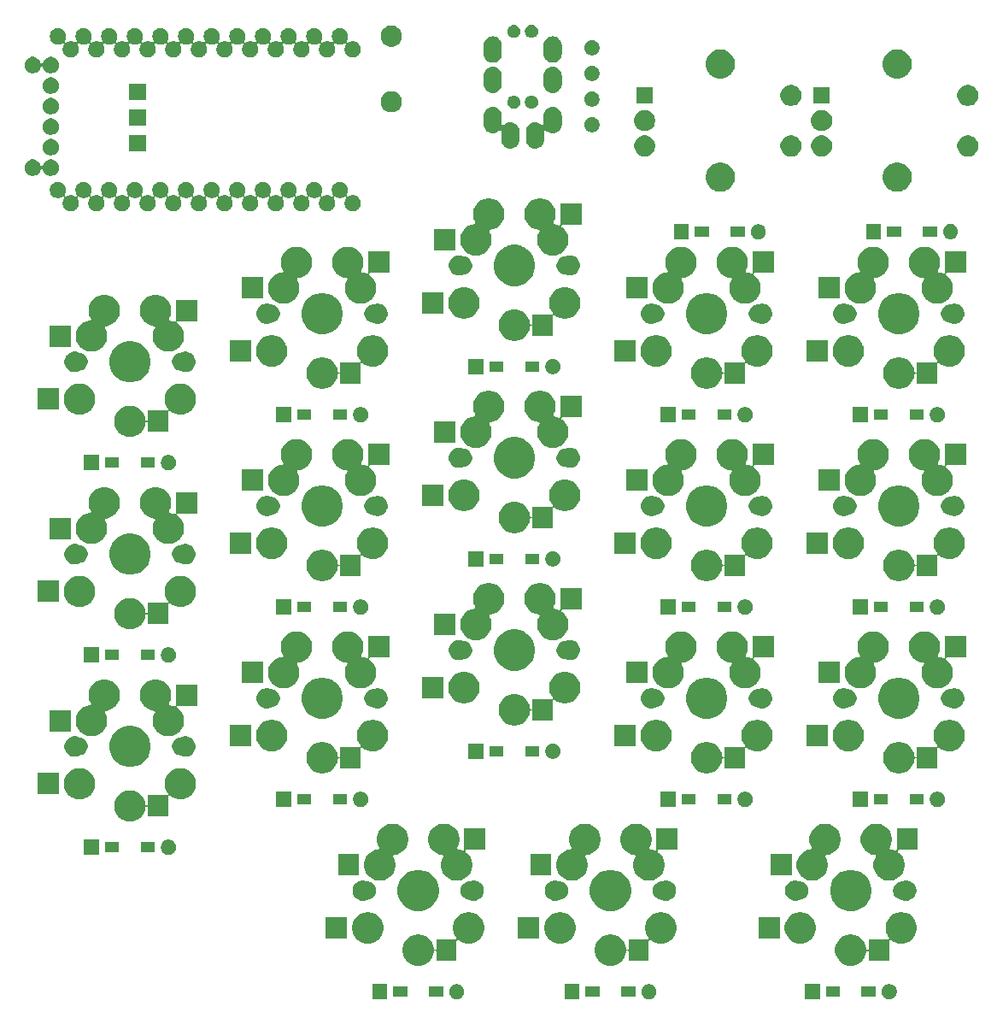
<source format=gbr>
G04 #@! TF.GenerationSoftware,KiCad,Pcbnew,(5.1.6-0-10_14)*
G04 #@! TF.CreationDate,2022-08-07T22:59:10+09:00*
G04 #@! TF.ProjectId,cool536,636f6f6c-3533-4362-9e6b-696361645f70,rev?*
G04 #@! TF.SameCoordinates,Original*
G04 #@! TF.FileFunction,Soldermask,Bot*
G04 #@! TF.FilePolarity,Negative*
%FSLAX46Y46*%
G04 Gerber Fmt 4.6, Leading zero omitted, Abs format (unit mm)*
G04 Created by KiCad (PCBNEW (5.1.6-0-10_14)) date 2022-08-07 22:59:10*
%MOMM*%
%LPD*%
G01*
G04 APERTURE LIST*
%ADD10C,0.100000*%
G04 APERTURE END LIST*
D10*
G36*
X124892425Y-129937099D02*
G01*
X125016621Y-129961802D01*
X125153022Y-130018301D01*
X125275779Y-130100325D01*
X125380175Y-130204721D01*
X125462199Y-130327478D01*
X125518698Y-130463879D01*
X125547500Y-130608681D01*
X125547500Y-130756319D01*
X125518698Y-130901121D01*
X125462199Y-131037522D01*
X125380175Y-131160279D01*
X125275779Y-131264675D01*
X125153022Y-131346699D01*
X125016621Y-131403198D01*
X124892425Y-131427901D01*
X124871820Y-131432000D01*
X124724180Y-131432000D01*
X124703575Y-131427901D01*
X124579379Y-131403198D01*
X124442978Y-131346699D01*
X124320221Y-131264675D01*
X124215825Y-131160279D01*
X124133801Y-131037522D01*
X124077302Y-130901121D01*
X124048500Y-130756319D01*
X124048500Y-130608681D01*
X124077302Y-130463879D01*
X124133801Y-130327478D01*
X124215825Y-130204721D01*
X124320221Y-130100325D01*
X124442978Y-130018301D01*
X124579379Y-129961802D01*
X124703575Y-129937099D01*
X124724180Y-129933000D01*
X124871820Y-129933000D01*
X124892425Y-129937099D01*
G37*
G36*
X117927500Y-131432000D02*
G01*
X116428500Y-131432000D01*
X116428500Y-129933000D01*
X117927500Y-129933000D01*
X117927500Y-131432000D01*
G37*
G36*
X101079425Y-129937099D02*
G01*
X101203621Y-129961802D01*
X101340022Y-130018301D01*
X101462779Y-130100325D01*
X101567175Y-130204721D01*
X101649199Y-130327478D01*
X101705698Y-130463879D01*
X101734500Y-130608681D01*
X101734500Y-130756319D01*
X101705698Y-130901121D01*
X101649199Y-131037522D01*
X101567175Y-131160279D01*
X101462779Y-131264675D01*
X101340022Y-131346699D01*
X101203621Y-131403198D01*
X101079425Y-131427901D01*
X101058820Y-131432000D01*
X100911180Y-131432000D01*
X100890575Y-131427901D01*
X100766379Y-131403198D01*
X100629978Y-131346699D01*
X100507221Y-131264675D01*
X100402825Y-131160279D01*
X100320801Y-131037522D01*
X100264302Y-130901121D01*
X100235500Y-130756319D01*
X100235500Y-130608681D01*
X100264302Y-130463879D01*
X100320801Y-130327478D01*
X100402825Y-130204721D01*
X100507221Y-130100325D01*
X100629978Y-130018301D01*
X100766379Y-129961802D01*
X100890575Y-129937099D01*
X100911180Y-129933000D01*
X101058820Y-129933000D01*
X101079425Y-129937099D01*
G37*
G36*
X94114500Y-131432000D02*
G01*
X92615500Y-131432000D01*
X92615500Y-129933000D01*
X94114500Y-129933000D01*
X94114500Y-131432000D01*
G37*
G36*
X82029425Y-129937099D02*
G01*
X82153621Y-129961802D01*
X82290022Y-130018301D01*
X82412779Y-130100325D01*
X82517175Y-130204721D01*
X82599199Y-130327478D01*
X82655698Y-130463879D01*
X82684500Y-130608681D01*
X82684500Y-130756319D01*
X82655698Y-130901121D01*
X82599199Y-131037522D01*
X82517175Y-131160279D01*
X82412779Y-131264675D01*
X82290022Y-131346699D01*
X82153621Y-131403198D01*
X82029425Y-131427901D01*
X82008820Y-131432000D01*
X81861180Y-131432000D01*
X81840575Y-131427901D01*
X81716379Y-131403198D01*
X81579978Y-131346699D01*
X81457221Y-131264675D01*
X81352825Y-131160279D01*
X81270801Y-131037522D01*
X81214302Y-130901121D01*
X81185500Y-130756319D01*
X81185500Y-130608681D01*
X81214302Y-130463879D01*
X81270801Y-130327478D01*
X81352825Y-130204721D01*
X81457221Y-130100325D01*
X81579978Y-130018301D01*
X81716379Y-129961802D01*
X81840575Y-129937099D01*
X81861180Y-129933000D01*
X82008820Y-129933000D01*
X82029425Y-129937099D01*
G37*
G36*
X75064500Y-131432000D02*
G01*
X73565500Y-131432000D01*
X73565500Y-129933000D01*
X75064500Y-129933000D01*
X75064500Y-131432000D01*
G37*
G36*
X77051000Y-131208500D02*
G01*
X75649000Y-131208500D01*
X75649000Y-130156500D01*
X77051000Y-130156500D01*
X77051000Y-131208500D01*
G37*
G36*
X123464000Y-131208500D02*
G01*
X122062000Y-131208500D01*
X122062000Y-130156500D01*
X123464000Y-130156500D01*
X123464000Y-131208500D01*
G37*
G36*
X80601000Y-131208500D02*
G01*
X79199000Y-131208500D01*
X79199000Y-130156500D01*
X80601000Y-130156500D01*
X80601000Y-131208500D01*
G37*
G36*
X119914000Y-131208500D02*
G01*
X118512000Y-131208500D01*
X118512000Y-130156500D01*
X119914000Y-130156500D01*
X119914000Y-131208500D01*
G37*
G36*
X99651000Y-131208500D02*
G01*
X98249000Y-131208500D01*
X98249000Y-130156500D01*
X99651000Y-130156500D01*
X99651000Y-131208500D01*
G37*
G36*
X96101000Y-131208500D02*
G01*
X94699000Y-131208500D01*
X94699000Y-130156500D01*
X96101000Y-130156500D01*
X96101000Y-131208500D01*
G37*
G36*
X102477585Y-122861302D02*
G01*
X102627410Y-122891104D01*
X102909674Y-123008021D01*
X103163705Y-123177759D01*
X103379741Y-123393795D01*
X103549479Y-123647826D01*
X103666396Y-123930090D01*
X103726000Y-124229740D01*
X103726000Y-124535260D01*
X103666396Y-124834910D01*
X103549479Y-125117174D01*
X103379741Y-125371205D01*
X103163705Y-125587241D01*
X102909674Y-125756979D01*
X102627410Y-125873896D01*
X102477585Y-125903698D01*
X102327761Y-125933500D01*
X102022239Y-125933500D01*
X101872415Y-125903698D01*
X101722590Y-125873896D01*
X101440326Y-125756979D01*
X101186295Y-125587241D01*
X101186290Y-125587236D01*
X101182662Y-125584812D01*
X101170445Y-125574786D01*
X101148834Y-125563235D01*
X101125385Y-125556122D01*
X101100999Y-125553720D01*
X101076613Y-125556122D01*
X101053164Y-125563235D01*
X101031553Y-125574786D01*
X101012611Y-125590331D01*
X100997066Y-125609273D01*
X100985515Y-125630884D01*
X100978402Y-125654333D01*
X100976000Y-125678719D01*
X100976000Y-127633500D01*
X98974000Y-127633500D01*
X98974000Y-126757616D01*
X98971598Y-126733230D01*
X98964485Y-126709781D01*
X98952934Y-126688170D01*
X98937389Y-126669228D01*
X98918447Y-126653683D01*
X98896836Y-126642132D01*
X98873387Y-126635019D01*
X98849001Y-126632617D01*
X98824615Y-126635019D01*
X98801166Y-126642132D01*
X98779555Y-126653683D01*
X98760613Y-126669228D01*
X98745068Y-126688170D01*
X98733517Y-126709781D01*
X98726404Y-126733230D01*
X98726000Y-126735260D01*
X98666396Y-127034910D01*
X98549479Y-127317174D01*
X98379741Y-127571205D01*
X98163705Y-127787241D01*
X97909674Y-127956979D01*
X97627410Y-128073896D01*
X97477585Y-128103698D01*
X97327761Y-128133500D01*
X97022239Y-128133500D01*
X96872415Y-128103698D01*
X96722590Y-128073896D01*
X96440326Y-127956979D01*
X96186295Y-127787241D01*
X95970259Y-127571205D01*
X95800521Y-127317174D01*
X95683604Y-127034910D01*
X95624000Y-126735260D01*
X95624000Y-126429740D01*
X95683604Y-126130090D01*
X95800521Y-125847826D01*
X95970259Y-125593795D01*
X96186295Y-125377759D01*
X96440326Y-125208021D01*
X96722590Y-125091104D01*
X96872415Y-125061302D01*
X97022239Y-125031500D01*
X97327761Y-125031500D01*
X97477585Y-125061302D01*
X97627410Y-125091104D01*
X97909674Y-125208021D01*
X98163705Y-125377759D01*
X98379741Y-125593795D01*
X98549479Y-125847826D01*
X98666396Y-126130090D01*
X98666396Y-126130091D01*
X98726404Y-126431770D01*
X98733517Y-126455219D01*
X98745068Y-126476830D01*
X98760613Y-126495772D01*
X98779555Y-126511317D01*
X98801166Y-126522868D01*
X98824615Y-126529981D01*
X98849001Y-126532383D01*
X98873387Y-126529981D01*
X98896836Y-126522868D01*
X98918447Y-126511317D01*
X98937389Y-126495772D01*
X98952934Y-126476830D01*
X98964485Y-126455219D01*
X98971598Y-126431770D01*
X98974000Y-126407384D01*
X98974000Y-125531500D01*
X100843509Y-125531500D01*
X100867895Y-125529098D01*
X100891344Y-125521985D01*
X100912955Y-125510434D01*
X100931897Y-125494889D01*
X100947442Y-125475947D01*
X100958993Y-125454336D01*
X100966106Y-125430887D01*
X100968508Y-125406501D01*
X100966106Y-125382115D01*
X100958993Y-125358666D01*
X100947447Y-125337065D01*
X100800521Y-125117174D01*
X100683604Y-124834910D01*
X100624000Y-124535260D01*
X100624000Y-124229740D01*
X100683604Y-123930090D01*
X100800521Y-123647826D01*
X100970259Y-123393795D01*
X101186295Y-123177759D01*
X101440326Y-123008021D01*
X101722590Y-122891104D01*
X101872415Y-122861302D01*
X102022239Y-122831500D01*
X102327761Y-122831500D01*
X102477585Y-122861302D01*
G37*
G36*
X126290585Y-122861302D02*
G01*
X126440410Y-122891104D01*
X126722674Y-123008021D01*
X126976705Y-123177759D01*
X127192741Y-123393795D01*
X127362479Y-123647826D01*
X127479396Y-123930090D01*
X127539000Y-124229740D01*
X127539000Y-124535260D01*
X127479396Y-124834910D01*
X127362479Y-125117174D01*
X127192741Y-125371205D01*
X126976705Y-125587241D01*
X126722674Y-125756979D01*
X126440410Y-125873896D01*
X126290585Y-125903698D01*
X126140761Y-125933500D01*
X125835239Y-125933500D01*
X125685415Y-125903698D01*
X125535590Y-125873896D01*
X125253326Y-125756979D01*
X124999295Y-125587241D01*
X124999290Y-125587236D01*
X124995662Y-125584812D01*
X124983445Y-125574786D01*
X124961834Y-125563235D01*
X124938385Y-125556122D01*
X124913999Y-125553720D01*
X124889613Y-125556122D01*
X124866164Y-125563235D01*
X124844553Y-125574786D01*
X124825611Y-125590331D01*
X124810066Y-125609273D01*
X124798515Y-125630884D01*
X124791402Y-125654333D01*
X124789000Y-125678719D01*
X124789000Y-127633500D01*
X122787000Y-127633500D01*
X122787000Y-126757616D01*
X122784598Y-126733230D01*
X122777485Y-126709781D01*
X122765934Y-126688170D01*
X122750389Y-126669228D01*
X122731447Y-126653683D01*
X122709836Y-126642132D01*
X122686387Y-126635019D01*
X122662001Y-126632617D01*
X122637615Y-126635019D01*
X122614166Y-126642132D01*
X122592555Y-126653683D01*
X122573613Y-126669228D01*
X122558068Y-126688170D01*
X122546517Y-126709781D01*
X122539404Y-126733230D01*
X122539000Y-126735260D01*
X122479396Y-127034910D01*
X122362479Y-127317174D01*
X122192741Y-127571205D01*
X121976705Y-127787241D01*
X121722674Y-127956979D01*
X121440410Y-128073896D01*
X121290585Y-128103698D01*
X121140761Y-128133500D01*
X120835239Y-128133500D01*
X120685415Y-128103698D01*
X120535590Y-128073896D01*
X120253326Y-127956979D01*
X119999295Y-127787241D01*
X119783259Y-127571205D01*
X119613521Y-127317174D01*
X119496604Y-127034910D01*
X119437000Y-126735260D01*
X119437000Y-126429740D01*
X119496604Y-126130090D01*
X119613521Y-125847826D01*
X119783259Y-125593795D01*
X119999295Y-125377759D01*
X120253326Y-125208021D01*
X120535590Y-125091104D01*
X120685415Y-125061302D01*
X120835239Y-125031500D01*
X121140761Y-125031500D01*
X121290585Y-125061302D01*
X121440410Y-125091104D01*
X121722674Y-125208021D01*
X121976705Y-125377759D01*
X122192741Y-125593795D01*
X122362479Y-125847826D01*
X122479396Y-126130090D01*
X122479396Y-126130091D01*
X122539404Y-126431770D01*
X122546517Y-126455219D01*
X122558068Y-126476830D01*
X122573613Y-126495772D01*
X122592555Y-126511317D01*
X122614166Y-126522868D01*
X122637615Y-126529981D01*
X122662001Y-126532383D01*
X122686387Y-126529981D01*
X122709836Y-126522868D01*
X122731447Y-126511317D01*
X122750389Y-126495772D01*
X122765934Y-126476830D01*
X122777485Y-126455219D01*
X122784598Y-126431770D01*
X122787000Y-126407384D01*
X122787000Y-125531500D01*
X124656509Y-125531500D01*
X124680895Y-125529098D01*
X124704344Y-125521985D01*
X124725955Y-125510434D01*
X124744897Y-125494889D01*
X124760442Y-125475947D01*
X124771993Y-125454336D01*
X124779106Y-125430887D01*
X124781508Y-125406501D01*
X124779106Y-125382115D01*
X124771993Y-125358666D01*
X124760447Y-125337065D01*
X124613521Y-125117174D01*
X124496604Y-124834910D01*
X124437000Y-124535260D01*
X124437000Y-124229740D01*
X124496604Y-123930090D01*
X124613521Y-123647826D01*
X124783259Y-123393795D01*
X124999295Y-123177759D01*
X125253326Y-123008021D01*
X125535590Y-122891104D01*
X125685415Y-122861302D01*
X125835239Y-122831500D01*
X126140761Y-122831500D01*
X126290585Y-122861302D01*
G37*
G36*
X83427585Y-122861302D02*
G01*
X83577410Y-122891104D01*
X83859674Y-123008021D01*
X84113705Y-123177759D01*
X84329741Y-123393795D01*
X84499479Y-123647826D01*
X84616396Y-123930090D01*
X84676000Y-124229740D01*
X84676000Y-124535260D01*
X84616396Y-124834910D01*
X84499479Y-125117174D01*
X84329741Y-125371205D01*
X84113705Y-125587241D01*
X83859674Y-125756979D01*
X83577410Y-125873896D01*
X83427585Y-125903698D01*
X83277761Y-125933500D01*
X82972239Y-125933500D01*
X82822415Y-125903698D01*
X82672590Y-125873896D01*
X82390326Y-125756979D01*
X82136295Y-125587241D01*
X82136290Y-125587236D01*
X82132662Y-125584812D01*
X82120445Y-125574786D01*
X82098834Y-125563235D01*
X82075385Y-125556122D01*
X82050999Y-125553720D01*
X82026613Y-125556122D01*
X82003164Y-125563235D01*
X81981553Y-125574786D01*
X81962611Y-125590331D01*
X81947066Y-125609273D01*
X81935515Y-125630884D01*
X81928402Y-125654333D01*
X81926000Y-125678719D01*
X81926000Y-127633500D01*
X79924000Y-127633500D01*
X79924000Y-126757616D01*
X79921598Y-126733230D01*
X79914485Y-126709781D01*
X79902934Y-126688170D01*
X79887389Y-126669228D01*
X79868447Y-126653683D01*
X79846836Y-126642132D01*
X79823387Y-126635019D01*
X79799001Y-126632617D01*
X79774615Y-126635019D01*
X79751166Y-126642132D01*
X79729555Y-126653683D01*
X79710613Y-126669228D01*
X79695068Y-126688170D01*
X79683517Y-126709781D01*
X79676404Y-126733230D01*
X79676000Y-126735260D01*
X79616396Y-127034910D01*
X79499479Y-127317174D01*
X79329741Y-127571205D01*
X79113705Y-127787241D01*
X78859674Y-127956979D01*
X78577410Y-128073896D01*
X78427585Y-128103698D01*
X78277761Y-128133500D01*
X77972239Y-128133500D01*
X77822415Y-128103698D01*
X77672590Y-128073896D01*
X77390326Y-127956979D01*
X77136295Y-127787241D01*
X76920259Y-127571205D01*
X76750521Y-127317174D01*
X76633604Y-127034910D01*
X76574000Y-126735260D01*
X76574000Y-126429740D01*
X76633604Y-126130090D01*
X76750521Y-125847826D01*
X76920259Y-125593795D01*
X77136295Y-125377759D01*
X77390326Y-125208021D01*
X77672590Y-125091104D01*
X77822415Y-125061302D01*
X77972239Y-125031500D01*
X78277761Y-125031500D01*
X78427585Y-125061302D01*
X78577410Y-125091104D01*
X78859674Y-125208021D01*
X79113705Y-125377759D01*
X79329741Y-125593795D01*
X79499479Y-125847826D01*
X79616396Y-126130090D01*
X79616396Y-126130091D01*
X79676404Y-126431770D01*
X79683517Y-126455219D01*
X79695068Y-126476830D01*
X79710613Y-126495772D01*
X79729555Y-126511317D01*
X79751166Y-126522868D01*
X79774615Y-126529981D01*
X79799001Y-126532383D01*
X79823387Y-126529981D01*
X79846836Y-126522868D01*
X79868447Y-126511317D01*
X79887389Y-126495772D01*
X79902934Y-126476830D01*
X79914485Y-126455219D01*
X79921598Y-126431770D01*
X79924000Y-126407384D01*
X79924000Y-125531500D01*
X81793509Y-125531500D01*
X81817895Y-125529098D01*
X81841344Y-125521985D01*
X81862955Y-125510434D01*
X81881897Y-125494889D01*
X81897442Y-125475947D01*
X81908993Y-125454336D01*
X81916106Y-125430887D01*
X81918508Y-125406501D01*
X81916106Y-125382115D01*
X81908993Y-125358666D01*
X81897447Y-125337065D01*
X81750521Y-125117174D01*
X81633604Y-124834910D01*
X81574000Y-124535260D01*
X81574000Y-124229740D01*
X81633604Y-123930090D01*
X81750521Y-123647826D01*
X81920259Y-123393795D01*
X82136295Y-123177759D01*
X82390326Y-123008021D01*
X82672590Y-122891104D01*
X82822415Y-122861302D01*
X82972239Y-122831500D01*
X83277761Y-122831500D01*
X83427585Y-122861302D01*
G37*
G36*
X92477585Y-122861302D02*
G01*
X92627410Y-122891104D01*
X92909674Y-123008021D01*
X93163705Y-123177759D01*
X93379741Y-123393795D01*
X93549479Y-123647826D01*
X93666396Y-123930090D01*
X93726000Y-124229740D01*
X93726000Y-124535260D01*
X93666396Y-124834910D01*
X93549479Y-125117174D01*
X93379741Y-125371205D01*
X93163705Y-125587241D01*
X92909674Y-125756979D01*
X92627410Y-125873896D01*
X92477585Y-125903698D01*
X92327761Y-125933500D01*
X92022239Y-125933500D01*
X91872415Y-125903698D01*
X91722590Y-125873896D01*
X91440326Y-125756979D01*
X91186295Y-125587241D01*
X90970259Y-125371205D01*
X90800521Y-125117174D01*
X90683604Y-124834910D01*
X90624000Y-124535260D01*
X90624000Y-124229740D01*
X90683604Y-123930090D01*
X90800521Y-123647826D01*
X90970259Y-123393795D01*
X91186295Y-123177759D01*
X91440326Y-123008021D01*
X91722590Y-122891104D01*
X91872415Y-122861302D01*
X92022239Y-122831500D01*
X92327761Y-122831500D01*
X92477585Y-122861302D01*
G37*
G36*
X116290585Y-122861302D02*
G01*
X116440410Y-122891104D01*
X116722674Y-123008021D01*
X116976705Y-123177759D01*
X117192741Y-123393795D01*
X117362479Y-123647826D01*
X117479396Y-123930090D01*
X117539000Y-124229740D01*
X117539000Y-124535260D01*
X117479396Y-124834910D01*
X117362479Y-125117174D01*
X117192741Y-125371205D01*
X116976705Y-125587241D01*
X116722674Y-125756979D01*
X116440410Y-125873896D01*
X116290585Y-125903698D01*
X116140761Y-125933500D01*
X115835239Y-125933500D01*
X115685415Y-125903698D01*
X115535590Y-125873896D01*
X115253326Y-125756979D01*
X114999295Y-125587241D01*
X114783259Y-125371205D01*
X114613521Y-125117174D01*
X114496604Y-124834910D01*
X114437000Y-124535260D01*
X114437000Y-124229740D01*
X114496604Y-123930090D01*
X114613521Y-123647826D01*
X114783259Y-123393795D01*
X114999295Y-123177759D01*
X115253326Y-123008021D01*
X115535590Y-122891104D01*
X115685415Y-122861302D01*
X115835239Y-122831500D01*
X116140761Y-122831500D01*
X116290585Y-122861302D01*
G37*
G36*
X73427585Y-122861302D02*
G01*
X73577410Y-122891104D01*
X73859674Y-123008021D01*
X74113705Y-123177759D01*
X74329741Y-123393795D01*
X74499479Y-123647826D01*
X74616396Y-123930090D01*
X74676000Y-124229740D01*
X74676000Y-124535260D01*
X74616396Y-124834910D01*
X74499479Y-125117174D01*
X74329741Y-125371205D01*
X74113705Y-125587241D01*
X73859674Y-125756979D01*
X73577410Y-125873896D01*
X73427585Y-125903698D01*
X73277761Y-125933500D01*
X72972239Y-125933500D01*
X72822415Y-125903698D01*
X72672590Y-125873896D01*
X72390326Y-125756979D01*
X72136295Y-125587241D01*
X71920259Y-125371205D01*
X71750521Y-125117174D01*
X71633604Y-124834910D01*
X71574000Y-124535260D01*
X71574000Y-124229740D01*
X71633604Y-123930090D01*
X71750521Y-123647826D01*
X71920259Y-123393795D01*
X72136295Y-123177759D01*
X72390326Y-123008021D01*
X72672590Y-122891104D01*
X72822415Y-122861302D01*
X72972239Y-122831500D01*
X73277761Y-122831500D01*
X73427585Y-122861302D01*
G37*
G36*
X113939000Y-125433500D02*
G01*
X111837000Y-125433500D01*
X111837000Y-123331500D01*
X113939000Y-123331500D01*
X113939000Y-125433500D01*
G37*
G36*
X90126000Y-125433500D02*
G01*
X88024000Y-125433500D01*
X88024000Y-123331500D01*
X90126000Y-123331500D01*
X90126000Y-125433500D01*
G37*
G36*
X71076000Y-125433500D02*
G01*
X68974000Y-125433500D01*
X68974000Y-123331500D01*
X71076000Y-123331500D01*
X71076000Y-125433500D01*
G37*
G36*
X121586254Y-118710318D02*
G01*
X121959511Y-118864926D01*
X121959513Y-118864927D01*
X122295436Y-119089384D01*
X122581116Y-119375064D01*
X122793889Y-119693500D01*
X122805574Y-119710989D01*
X122960182Y-120084246D01*
X123039000Y-120480493D01*
X123039000Y-120884507D01*
X122960182Y-121280754D01*
X122830839Y-121593015D01*
X122805573Y-121654013D01*
X122581116Y-121989936D01*
X122295436Y-122275616D01*
X121959513Y-122500073D01*
X121959512Y-122500074D01*
X121959511Y-122500074D01*
X121586254Y-122654682D01*
X121190007Y-122733500D01*
X120785993Y-122733500D01*
X120389746Y-122654682D01*
X120016489Y-122500074D01*
X120016488Y-122500074D01*
X120016487Y-122500073D01*
X119680564Y-122275616D01*
X119394884Y-121989936D01*
X119170427Y-121654013D01*
X119145161Y-121593015D01*
X119015818Y-121280754D01*
X118937000Y-120884507D01*
X118937000Y-120480493D01*
X119015818Y-120084246D01*
X119170426Y-119710989D01*
X119182112Y-119693500D01*
X119394884Y-119375064D01*
X119680564Y-119089384D01*
X120016487Y-118864927D01*
X120016489Y-118864926D01*
X120389746Y-118710318D01*
X120785993Y-118631500D01*
X121190007Y-118631500D01*
X121586254Y-118710318D01*
G37*
G36*
X78723254Y-118710318D02*
G01*
X79096511Y-118864926D01*
X79096513Y-118864927D01*
X79432436Y-119089384D01*
X79718116Y-119375064D01*
X79930889Y-119693500D01*
X79942574Y-119710989D01*
X80097182Y-120084246D01*
X80176000Y-120480493D01*
X80176000Y-120884507D01*
X80097182Y-121280754D01*
X79967839Y-121593015D01*
X79942573Y-121654013D01*
X79718116Y-121989936D01*
X79432436Y-122275616D01*
X79096513Y-122500073D01*
X79096512Y-122500074D01*
X79096511Y-122500074D01*
X78723254Y-122654682D01*
X78327007Y-122733500D01*
X77922993Y-122733500D01*
X77526746Y-122654682D01*
X77153489Y-122500074D01*
X77153488Y-122500074D01*
X77153487Y-122500073D01*
X76817564Y-122275616D01*
X76531884Y-121989936D01*
X76307427Y-121654013D01*
X76282161Y-121593015D01*
X76152818Y-121280754D01*
X76074000Y-120884507D01*
X76074000Y-120480493D01*
X76152818Y-120084246D01*
X76307426Y-119710989D01*
X76319112Y-119693500D01*
X76531884Y-119375064D01*
X76817564Y-119089384D01*
X77153487Y-118864927D01*
X77153489Y-118864926D01*
X77526746Y-118710318D01*
X77922993Y-118631500D01*
X78327007Y-118631500D01*
X78723254Y-118710318D01*
G37*
G36*
X97773254Y-118710318D02*
G01*
X98146511Y-118864926D01*
X98146513Y-118864927D01*
X98482436Y-119089384D01*
X98768116Y-119375064D01*
X98980889Y-119693500D01*
X98992574Y-119710989D01*
X99147182Y-120084246D01*
X99226000Y-120480493D01*
X99226000Y-120884507D01*
X99147182Y-121280754D01*
X99017839Y-121593015D01*
X98992573Y-121654013D01*
X98768116Y-121989936D01*
X98482436Y-122275616D01*
X98146513Y-122500073D01*
X98146512Y-122500074D01*
X98146511Y-122500074D01*
X97773254Y-122654682D01*
X97377007Y-122733500D01*
X96972993Y-122733500D01*
X96576746Y-122654682D01*
X96203489Y-122500074D01*
X96203488Y-122500074D01*
X96203487Y-122500073D01*
X95867564Y-122275616D01*
X95581884Y-121989936D01*
X95357427Y-121654013D01*
X95332161Y-121593015D01*
X95202818Y-121280754D01*
X95124000Y-120884507D01*
X95124000Y-120480493D01*
X95202818Y-120084246D01*
X95357426Y-119710989D01*
X95369112Y-119693500D01*
X95581884Y-119375064D01*
X95867564Y-119089384D01*
X96203487Y-118864927D01*
X96203489Y-118864926D01*
X96576746Y-118710318D01*
X96972993Y-118631500D01*
X97377007Y-118631500D01*
X97773254Y-118710318D01*
G37*
G36*
X126646918Y-119693500D02*
G01*
X126779981Y-119719968D01*
X126962151Y-119795426D01*
X127126100Y-119904973D01*
X127265527Y-120044400D01*
X127375074Y-120208349D01*
X127450532Y-120390519D01*
X127489000Y-120583910D01*
X127489000Y-120781090D01*
X127450532Y-120974481D01*
X127375074Y-121156651D01*
X127265527Y-121320600D01*
X127126100Y-121460027D01*
X126962151Y-121569574D01*
X126779981Y-121645032D01*
X126683285Y-121664266D01*
X126586591Y-121683500D01*
X126389409Y-121683500D01*
X126292715Y-121664266D01*
X126196019Y-121645032D01*
X126070440Y-121593015D01*
X126046991Y-121585902D01*
X126022605Y-121583500D01*
X125979258Y-121583500D01*
X125954488Y-121578573D01*
X125805188Y-121548876D01*
X125641216Y-121480956D01*
X125493646Y-121382353D01*
X125368147Y-121256854D01*
X125269544Y-121109284D01*
X125201624Y-120945312D01*
X125167000Y-120771241D01*
X125167000Y-120593759D01*
X125201624Y-120419688D01*
X125269544Y-120255716D01*
X125368147Y-120108146D01*
X125493646Y-119982647D01*
X125641216Y-119884044D01*
X125805188Y-119816124D01*
X125954488Y-119786427D01*
X125979258Y-119781500D01*
X126022605Y-119781500D01*
X126046991Y-119779098D01*
X126070440Y-119771985D01*
X126075690Y-119769811D01*
X126196019Y-119719968D01*
X126329082Y-119693500D01*
X126389409Y-119681500D01*
X126586591Y-119681500D01*
X126646918Y-119693500D01*
G37*
G36*
X115646918Y-119693500D02*
G01*
X115779981Y-119719968D01*
X115900310Y-119769811D01*
X115905560Y-119771985D01*
X115929009Y-119779098D01*
X115953395Y-119781500D01*
X115996742Y-119781500D01*
X116021512Y-119786427D01*
X116170812Y-119816124D01*
X116334784Y-119884044D01*
X116482354Y-119982647D01*
X116607853Y-120108146D01*
X116706456Y-120255716D01*
X116774376Y-120419688D01*
X116809000Y-120593759D01*
X116809000Y-120771241D01*
X116774376Y-120945312D01*
X116706456Y-121109284D01*
X116607853Y-121256854D01*
X116482354Y-121382353D01*
X116334784Y-121480956D01*
X116170812Y-121548876D01*
X116021512Y-121578573D01*
X115996742Y-121583500D01*
X115953395Y-121583500D01*
X115929009Y-121585902D01*
X115905560Y-121593015D01*
X115779981Y-121645032D01*
X115683285Y-121664266D01*
X115586591Y-121683500D01*
X115389409Y-121683500D01*
X115292715Y-121664266D01*
X115196019Y-121645032D01*
X115013849Y-121569574D01*
X114849900Y-121460027D01*
X114710473Y-121320600D01*
X114600926Y-121156651D01*
X114525468Y-120974481D01*
X114487000Y-120781090D01*
X114487000Y-120583910D01*
X114525468Y-120390519D01*
X114600926Y-120208349D01*
X114710473Y-120044400D01*
X114849900Y-119904973D01*
X115013849Y-119795426D01*
X115196019Y-119719968D01*
X115329082Y-119693500D01*
X115389409Y-119681500D01*
X115586591Y-119681500D01*
X115646918Y-119693500D01*
G37*
G36*
X72783918Y-119693500D02*
G01*
X72916981Y-119719968D01*
X73037310Y-119769811D01*
X73042560Y-119771985D01*
X73066009Y-119779098D01*
X73090395Y-119781500D01*
X73133742Y-119781500D01*
X73158512Y-119786427D01*
X73307812Y-119816124D01*
X73471784Y-119884044D01*
X73619354Y-119982647D01*
X73744853Y-120108146D01*
X73843456Y-120255716D01*
X73911376Y-120419688D01*
X73946000Y-120593759D01*
X73946000Y-120771241D01*
X73911376Y-120945312D01*
X73843456Y-121109284D01*
X73744853Y-121256854D01*
X73619354Y-121382353D01*
X73471784Y-121480956D01*
X73307812Y-121548876D01*
X73158512Y-121578573D01*
X73133742Y-121583500D01*
X73090395Y-121583500D01*
X73066009Y-121585902D01*
X73042560Y-121593015D01*
X72916981Y-121645032D01*
X72820285Y-121664266D01*
X72723591Y-121683500D01*
X72526409Y-121683500D01*
X72429715Y-121664266D01*
X72333019Y-121645032D01*
X72150849Y-121569574D01*
X71986900Y-121460027D01*
X71847473Y-121320600D01*
X71737926Y-121156651D01*
X71662468Y-120974481D01*
X71624000Y-120781090D01*
X71624000Y-120583910D01*
X71662468Y-120390519D01*
X71737926Y-120208349D01*
X71847473Y-120044400D01*
X71986900Y-119904973D01*
X72150849Y-119795426D01*
X72333019Y-119719968D01*
X72466082Y-119693500D01*
X72526409Y-119681500D01*
X72723591Y-119681500D01*
X72783918Y-119693500D01*
G37*
G36*
X83783918Y-119693500D02*
G01*
X83916981Y-119719968D01*
X84099151Y-119795426D01*
X84263100Y-119904973D01*
X84402527Y-120044400D01*
X84512074Y-120208349D01*
X84587532Y-120390519D01*
X84626000Y-120583910D01*
X84626000Y-120781090D01*
X84587532Y-120974481D01*
X84512074Y-121156651D01*
X84402527Y-121320600D01*
X84263100Y-121460027D01*
X84099151Y-121569574D01*
X83916981Y-121645032D01*
X83820285Y-121664266D01*
X83723591Y-121683500D01*
X83526409Y-121683500D01*
X83429715Y-121664266D01*
X83333019Y-121645032D01*
X83207440Y-121593015D01*
X83183991Y-121585902D01*
X83159605Y-121583500D01*
X83116258Y-121583500D01*
X83091488Y-121578573D01*
X82942188Y-121548876D01*
X82778216Y-121480956D01*
X82630646Y-121382353D01*
X82505147Y-121256854D01*
X82406544Y-121109284D01*
X82338624Y-120945312D01*
X82304000Y-120771241D01*
X82304000Y-120593759D01*
X82338624Y-120419688D01*
X82406544Y-120255716D01*
X82505147Y-120108146D01*
X82630646Y-119982647D01*
X82778216Y-119884044D01*
X82942188Y-119816124D01*
X83091488Y-119786427D01*
X83116258Y-119781500D01*
X83159605Y-119781500D01*
X83183991Y-119779098D01*
X83207440Y-119771985D01*
X83212690Y-119769811D01*
X83333019Y-119719968D01*
X83466082Y-119693500D01*
X83526409Y-119681500D01*
X83723591Y-119681500D01*
X83783918Y-119693500D01*
G37*
G36*
X91833918Y-119693500D02*
G01*
X91966981Y-119719968D01*
X92087310Y-119769811D01*
X92092560Y-119771985D01*
X92116009Y-119779098D01*
X92140395Y-119781500D01*
X92183742Y-119781500D01*
X92208512Y-119786427D01*
X92357812Y-119816124D01*
X92521784Y-119884044D01*
X92669354Y-119982647D01*
X92794853Y-120108146D01*
X92893456Y-120255716D01*
X92961376Y-120419688D01*
X92996000Y-120593759D01*
X92996000Y-120771241D01*
X92961376Y-120945312D01*
X92893456Y-121109284D01*
X92794853Y-121256854D01*
X92669354Y-121382353D01*
X92521784Y-121480956D01*
X92357812Y-121548876D01*
X92208512Y-121578573D01*
X92183742Y-121583500D01*
X92140395Y-121583500D01*
X92116009Y-121585902D01*
X92092560Y-121593015D01*
X91966981Y-121645032D01*
X91870285Y-121664266D01*
X91773591Y-121683500D01*
X91576409Y-121683500D01*
X91479715Y-121664266D01*
X91383019Y-121645032D01*
X91200849Y-121569574D01*
X91036900Y-121460027D01*
X90897473Y-121320600D01*
X90787926Y-121156651D01*
X90712468Y-120974481D01*
X90674000Y-120781090D01*
X90674000Y-120583910D01*
X90712468Y-120390519D01*
X90787926Y-120208349D01*
X90897473Y-120044400D01*
X91036900Y-119904973D01*
X91200849Y-119795426D01*
X91383019Y-119719968D01*
X91516082Y-119693500D01*
X91576409Y-119681500D01*
X91773591Y-119681500D01*
X91833918Y-119693500D01*
G37*
G36*
X102833918Y-119693500D02*
G01*
X102966981Y-119719968D01*
X103149151Y-119795426D01*
X103313100Y-119904973D01*
X103452527Y-120044400D01*
X103562074Y-120208349D01*
X103637532Y-120390519D01*
X103676000Y-120583910D01*
X103676000Y-120781090D01*
X103637532Y-120974481D01*
X103562074Y-121156651D01*
X103452527Y-121320600D01*
X103313100Y-121460027D01*
X103149151Y-121569574D01*
X102966981Y-121645032D01*
X102870285Y-121664266D01*
X102773591Y-121683500D01*
X102576409Y-121683500D01*
X102479715Y-121664266D01*
X102383019Y-121645032D01*
X102257440Y-121593015D01*
X102233991Y-121585902D01*
X102209605Y-121583500D01*
X102166258Y-121583500D01*
X102141488Y-121578573D01*
X101992188Y-121548876D01*
X101828216Y-121480956D01*
X101680646Y-121382353D01*
X101555147Y-121256854D01*
X101456544Y-121109284D01*
X101388624Y-120945312D01*
X101354000Y-120771241D01*
X101354000Y-120593759D01*
X101388624Y-120419688D01*
X101456544Y-120255716D01*
X101555147Y-120108146D01*
X101680646Y-119982647D01*
X101828216Y-119884044D01*
X101992188Y-119816124D01*
X102141488Y-119786427D01*
X102166258Y-119781500D01*
X102209605Y-119781500D01*
X102233991Y-119779098D01*
X102257440Y-119771985D01*
X102262690Y-119769811D01*
X102383019Y-119719968D01*
X102516082Y-119693500D01*
X102576409Y-119681500D01*
X102773591Y-119681500D01*
X102833918Y-119693500D01*
G37*
G36*
X123830585Y-114081302D02*
G01*
X123980410Y-114111104D01*
X124262674Y-114228021D01*
X124516705Y-114397759D01*
X124732741Y-114613795D01*
X124902479Y-114867826D01*
X125019396Y-115150090D01*
X125079000Y-115449740D01*
X125079000Y-115755260D01*
X125019396Y-116054910D01*
X124902479Y-116337174D01*
X124862070Y-116397651D01*
X124850525Y-116419249D01*
X124843412Y-116442698D01*
X124841010Y-116467084D01*
X124843412Y-116491471D01*
X124850525Y-116514920D01*
X124862076Y-116536530D01*
X124877621Y-116555472D01*
X124896563Y-116571018D01*
X124918173Y-116582569D01*
X124941623Y-116589682D01*
X125250410Y-116651104D01*
X125364166Y-116698223D01*
X125387615Y-116705336D01*
X125412001Y-116707738D01*
X125436388Y-116705336D01*
X125459836Y-116698223D01*
X125481447Y-116686672D01*
X125500389Y-116671126D01*
X125515934Y-116652184D01*
X125527485Y-116630574D01*
X125534598Y-116607125D01*
X125537000Y-116582739D01*
X125537000Y-114551500D01*
X127639000Y-114551500D01*
X127639000Y-116653500D01*
X125773346Y-116653500D01*
X125748960Y-116655902D01*
X125725511Y-116663015D01*
X125703900Y-116674566D01*
X125684958Y-116690111D01*
X125669413Y-116709053D01*
X125657862Y-116730664D01*
X125650749Y-116754113D01*
X125648347Y-116778499D01*
X125650749Y-116802885D01*
X125657862Y-116826334D01*
X125669413Y-116847945D01*
X125684958Y-116866887D01*
X125703890Y-116882424D01*
X125786705Y-116937759D01*
X126002741Y-117153795D01*
X126172479Y-117407826D01*
X126289396Y-117690090D01*
X126349000Y-117989740D01*
X126349000Y-118295260D01*
X126289396Y-118594910D01*
X126172479Y-118877174D01*
X126002741Y-119131205D01*
X125786705Y-119347241D01*
X125532674Y-119516979D01*
X125250410Y-119633896D01*
X125100585Y-119663698D01*
X124950761Y-119693500D01*
X124645239Y-119693500D01*
X124495415Y-119663698D01*
X124345590Y-119633896D01*
X124063326Y-119516979D01*
X123809295Y-119347241D01*
X123593259Y-119131205D01*
X123423521Y-118877174D01*
X123306604Y-118594910D01*
X123247000Y-118295260D01*
X123247000Y-117989740D01*
X123306604Y-117690090D01*
X123423521Y-117407826D01*
X123463930Y-117347349D01*
X123475475Y-117325751D01*
X123482588Y-117302302D01*
X123484990Y-117277916D01*
X123482588Y-117253529D01*
X123475475Y-117230080D01*
X123463924Y-117208470D01*
X123448379Y-117189528D01*
X123429437Y-117173982D01*
X123407827Y-117162431D01*
X123384377Y-117155318D01*
X123158662Y-117110420D01*
X123075590Y-117093896D01*
X122793326Y-116976979D01*
X122539295Y-116807241D01*
X122323259Y-116591205D01*
X122153521Y-116337174D01*
X122036604Y-116054910D01*
X121977000Y-115755260D01*
X121977000Y-115449740D01*
X122036604Y-115150090D01*
X122153521Y-114867826D01*
X122323259Y-114613795D01*
X122539295Y-114397759D01*
X122793326Y-114228021D01*
X123075590Y-114111104D01*
X123225415Y-114081302D01*
X123375239Y-114051500D01*
X123680761Y-114051500D01*
X123830585Y-114081302D01*
G37*
G36*
X118750585Y-114081302D02*
G01*
X118900410Y-114111104D01*
X119182674Y-114228021D01*
X119436705Y-114397759D01*
X119652741Y-114613795D01*
X119822479Y-114867826D01*
X119939396Y-115150090D01*
X119999000Y-115449740D01*
X119999000Y-115755260D01*
X119939396Y-116054910D01*
X119822479Y-116337174D01*
X119652741Y-116591205D01*
X119436705Y-116807241D01*
X119182674Y-116976979D01*
X118900410Y-117093896D01*
X118817338Y-117110420D01*
X118591623Y-117155318D01*
X118568174Y-117162431D01*
X118546563Y-117173982D01*
X118527621Y-117189528D01*
X118512076Y-117208469D01*
X118500525Y-117230080D01*
X118493412Y-117253529D01*
X118491010Y-117277915D01*
X118493412Y-117302301D01*
X118500525Y-117325750D01*
X118512070Y-117347349D01*
X118552479Y-117407826D01*
X118669396Y-117690090D01*
X118729000Y-117989740D01*
X118729000Y-118295260D01*
X118669396Y-118594910D01*
X118552479Y-118877174D01*
X118382741Y-119131205D01*
X118166705Y-119347241D01*
X117912674Y-119516979D01*
X117630410Y-119633896D01*
X117480585Y-119663698D01*
X117330761Y-119693500D01*
X117025239Y-119693500D01*
X116875415Y-119663698D01*
X116725590Y-119633896D01*
X116443326Y-119516979D01*
X116189295Y-119347241D01*
X115973259Y-119131205D01*
X115803521Y-118877174D01*
X115686604Y-118594910D01*
X115627000Y-118295260D01*
X115627000Y-117989740D01*
X115686604Y-117690090D01*
X115803521Y-117407826D01*
X115973259Y-117153795D01*
X116189295Y-116937759D01*
X116443326Y-116768021D01*
X116725590Y-116651104D01*
X116828801Y-116630574D01*
X117034377Y-116589682D01*
X117057826Y-116582569D01*
X117079437Y-116571018D01*
X117098379Y-116555472D01*
X117113924Y-116536531D01*
X117125475Y-116514920D01*
X117132588Y-116491471D01*
X117134990Y-116467085D01*
X117132588Y-116442699D01*
X117125475Y-116419250D01*
X117113930Y-116397651D01*
X117073521Y-116337174D01*
X116956604Y-116054910D01*
X116897000Y-115755260D01*
X116897000Y-115449740D01*
X116956604Y-115150090D01*
X117073521Y-114867826D01*
X117243259Y-114613795D01*
X117459295Y-114397759D01*
X117713326Y-114228021D01*
X117995590Y-114111104D01*
X118145415Y-114081302D01*
X118295239Y-114051500D01*
X118600761Y-114051500D01*
X118750585Y-114081302D01*
G37*
G36*
X100017585Y-114081302D02*
G01*
X100167410Y-114111104D01*
X100449674Y-114228021D01*
X100703705Y-114397759D01*
X100919741Y-114613795D01*
X101089479Y-114867826D01*
X101206396Y-115150090D01*
X101266000Y-115449740D01*
X101266000Y-115755260D01*
X101206396Y-116054910D01*
X101089479Y-116337174D01*
X101049070Y-116397651D01*
X101037525Y-116419249D01*
X101030412Y-116442698D01*
X101028010Y-116467084D01*
X101030412Y-116491471D01*
X101037525Y-116514920D01*
X101049076Y-116536530D01*
X101064621Y-116555472D01*
X101083563Y-116571018D01*
X101105173Y-116582569D01*
X101128623Y-116589682D01*
X101437410Y-116651104D01*
X101551166Y-116698223D01*
X101574615Y-116705336D01*
X101599001Y-116707738D01*
X101623388Y-116705336D01*
X101646836Y-116698223D01*
X101668447Y-116686672D01*
X101687389Y-116671126D01*
X101702934Y-116652184D01*
X101714485Y-116630574D01*
X101721598Y-116607125D01*
X101724000Y-116582739D01*
X101724000Y-114551500D01*
X103826000Y-114551500D01*
X103826000Y-116653500D01*
X101960346Y-116653500D01*
X101935960Y-116655902D01*
X101912511Y-116663015D01*
X101890900Y-116674566D01*
X101871958Y-116690111D01*
X101856413Y-116709053D01*
X101844862Y-116730664D01*
X101837749Y-116754113D01*
X101835347Y-116778499D01*
X101837749Y-116802885D01*
X101844862Y-116826334D01*
X101856413Y-116847945D01*
X101871958Y-116866887D01*
X101890890Y-116882424D01*
X101973705Y-116937759D01*
X102189741Y-117153795D01*
X102359479Y-117407826D01*
X102476396Y-117690090D01*
X102536000Y-117989740D01*
X102536000Y-118295260D01*
X102476396Y-118594910D01*
X102359479Y-118877174D01*
X102189741Y-119131205D01*
X101973705Y-119347241D01*
X101719674Y-119516979D01*
X101437410Y-119633896D01*
X101287585Y-119663698D01*
X101137761Y-119693500D01*
X100832239Y-119693500D01*
X100682415Y-119663698D01*
X100532590Y-119633896D01*
X100250326Y-119516979D01*
X99996295Y-119347241D01*
X99780259Y-119131205D01*
X99610521Y-118877174D01*
X99493604Y-118594910D01*
X99434000Y-118295260D01*
X99434000Y-117989740D01*
X99493604Y-117690090D01*
X99610521Y-117407826D01*
X99650930Y-117347349D01*
X99662475Y-117325751D01*
X99669588Y-117302302D01*
X99671990Y-117277916D01*
X99669588Y-117253529D01*
X99662475Y-117230080D01*
X99650924Y-117208470D01*
X99635379Y-117189528D01*
X99616437Y-117173982D01*
X99594827Y-117162431D01*
X99571377Y-117155318D01*
X99345662Y-117110420D01*
X99262590Y-117093896D01*
X98980326Y-116976979D01*
X98726295Y-116807241D01*
X98510259Y-116591205D01*
X98340521Y-116337174D01*
X98223604Y-116054910D01*
X98164000Y-115755260D01*
X98164000Y-115449740D01*
X98223604Y-115150090D01*
X98340521Y-114867826D01*
X98510259Y-114613795D01*
X98726295Y-114397759D01*
X98980326Y-114228021D01*
X99262590Y-114111104D01*
X99412415Y-114081302D01*
X99562239Y-114051500D01*
X99867761Y-114051500D01*
X100017585Y-114081302D01*
G37*
G36*
X94937585Y-114081302D02*
G01*
X95087410Y-114111104D01*
X95369674Y-114228021D01*
X95623705Y-114397759D01*
X95839741Y-114613795D01*
X96009479Y-114867826D01*
X96126396Y-115150090D01*
X96186000Y-115449740D01*
X96186000Y-115755260D01*
X96126396Y-116054910D01*
X96009479Y-116337174D01*
X95839741Y-116591205D01*
X95623705Y-116807241D01*
X95369674Y-116976979D01*
X95087410Y-117093896D01*
X95004338Y-117110420D01*
X94778623Y-117155318D01*
X94755174Y-117162431D01*
X94733563Y-117173982D01*
X94714621Y-117189528D01*
X94699076Y-117208469D01*
X94687525Y-117230080D01*
X94680412Y-117253529D01*
X94678010Y-117277915D01*
X94680412Y-117302301D01*
X94687525Y-117325750D01*
X94699070Y-117347349D01*
X94739479Y-117407826D01*
X94856396Y-117690090D01*
X94916000Y-117989740D01*
X94916000Y-118295260D01*
X94856396Y-118594910D01*
X94739479Y-118877174D01*
X94569741Y-119131205D01*
X94353705Y-119347241D01*
X94099674Y-119516979D01*
X93817410Y-119633896D01*
X93667585Y-119663698D01*
X93517761Y-119693500D01*
X93212239Y-119693500D01*
X93062415Y-119663698D01*
X92912590Y-119633896D01*
X92630326Y-119516979D01*
X92376295Y-119347241D01*
X92160259Y-119131205D01*
X91990521Y-118877174D01*
X91873604Y-118594910D01*
X91814000Y-118295260D01*
X91814000Y-117989740D01*
X91873604Y-117690090D01*
X91990521Y-117407826D01*
X92160259Y-117153795D01*
X92376295Y-116937759D01*
X92630326Y-116768021D01*
X92912590Y-116651104D01*
X93015801Y-116630574D01*
X93221377Y-116589682D01*
X93244826Y-116582569D01*
X93266437Y-116571018D01*
X93285379Y-116555472D01*
X93300924Y-116536531D01*
X93312475Y-116514920D01*
X93319588Y-116491471D01*
X93321990Y-116467085D01*
X93319588Y-116442699D01*
X93312475Y-116419250D01*
X93300930Y-116397651D01*
X93260521Y-116337174D01*
X93143604Y-116054910D01*
X93084000Y-115755260D01*
X93084000Y-115449740D01*
X93143604Y-115150090D01*
X93260521Y-114867826D01*
X93430259Y-114613795D01*
X93646295Y-114397759D01*
X93900326Y-114228021D01*
X94182590Y-114111104D01*
X94332415Y-114081302D01*
X94482239Y-114051500D01*
X94787761Y-114051500D01*
X94937585Y-114081302D01*
G37*
G36*
X80967585Y-114081302D02*
G01*
X81117410Y-114111104D01*
X81399674Y-114228021D01*
X81653705Y-114397759D01*
X81869741Y-114613795D01*
X82039479Y-114867826D01*
X82156396Y-115150090D01*
X82216000Y-115449740D01*
X82216000Y-115755260D01*
X82156396Y-116054910D01*
X82039479Y-116337174D01*
X81999070Y-116397651D01*
X81987525Y-116419249D01*
X81980412Y-116442698D01*
X81978010Y-116467084D01*
X81980412Y-116491471D01*
X81987525Y-116514920D01*
X81999076Y-116536530D01*
X82014621Y-116555472D01*
X82033563Y-116571018D01*
X82055173Y-116582569D01*
X82078623Y-116589682D01*
X82387410Y-116651104D01*
X82501166Y-116698223D01*
X82524615Y-116705336D01*
X82549001Y-116707738D01*
X82573388Y-116705336D01*
X82596836Y-116698223D01*
X82618447Y-116686672D01*
X82637389Y-116671126D01*
X82652934Y-116652184D01*
X82664485Y-116630574D01*
X82671598Y-116607125D01*
X82674000Y-116582739D01*
X82674000Y-114551500D01*
X84776000Y-114551500D01*
X84776000Y-116653500D01*
X82910346Y-116653500D01*
X82885960Y-116655902D01*
X82862511Y-116663015D01*
X82840900Y-116674566D01*
X82821958Y-116690111D01*
X82806413Y-116709053D01*
X82794862Y-116730664D01*
X82787749Y-116754113D01*
X82785347Y-116778499D01*
X82787749Y-116802885D01*
X82794862Y-116826334D01*
X82806413Y-116847945D01*
X82821958Y-116866887D01*
X82840890Y-116882424D01*
X82923705Y-116937759D01*
X83139741Y-117153795D01*
X83309479Y-117407826D01*
X83426396Y-117690090D01*
X83486000Y-117989740D01*
X83486000Y-118295260D01*
X83426396Y-118594910D01*
X83309479Y-118877174D01*
X83139741Y-119131205D01*
X82923705Y-119347241D01*
X82669674Y-119516979D01*
X82387410Y-119633896D01*
X82237585Y-119663698D01*
X82087761Y-119693500D01*
X81782239Y-119693500D01*
X81632415Y-119663698D01*
X81482590Y-119633896D01*
X81200326Y-119516979D01*
X80946295Y-119347241D01*
X80730259Y-119131205D01*
X80560521Y-118877174D01*
X80443604Y-118594910D01*
X80384000Y-118295260D01*
X80384000Y-117989740D01*
X80443604Y-117690090D01*
X80560521Y-117407826D01*
X80600930Y-117347349D01*
X80612475Y-117325751D01*
X80619588Y-117302302D01*
X80621990Y-117277916D01*
X80619588Y-117253529D01*
X80612475Y-117230080D01*
X80600924Y-117208470D01*
X80585379Y-117189528D01*
X80566437Y-117173982D01*
X80544827Y-117162431D01*
X80521377Y-117155318D01*
X80295662Y-117110420D01*
X80212590Y-117093896D01*
X79930326Y-116976979D01*
X79676295Y-116807241D01*
X79460259Y-116591205D01*
X79290521Y-116337174D01*
X79173604Y-116054910D01*
X79114000Y-115755260D01*
X79114000Y-115449740D01*
X79173604Y-115150090D01*
X79290521Y-114867826D01*
X79460259Y-114613795D01*
X79676295Y-114397759D01*
X79930326Y-114228021D01*
X80212590Y-114111104D01*
X80362415Y-114081302D01*
X80512239Y-114051500D01*
X80817761Y-114051500D01*
X80967585Y-114081302D01*
G37*
G36*
X75887585Y-114081302D02*
G01*
X76037410Y-114111104D01*
X76319674Y-114228021D01*
X76573705Y-114397759D01*
X76789741Y-114613795D01*
X76959479Y-114867826D01*
X77076396Y-115150090D01*
X77136000Y-115449740D01*
X77136000Y-115755260D01*
X77076396Y-116054910D01*
X76959479Y-116337174D01*
X76789741Y-116591205D01*
X76573705Y-116807241D01*
X76319674Y-116976979D01*
X76037410Y-117093896D01*
X75954338Y-117110420D01*
X75728623Y-117155318D01*
X75705174Y-117162431D01*
X75683563Y-117173982D01*
X75664621Y-117189528D01*
X75649076Y-117208469D01*
X75637525Y-117230080D01*
X75630412Y-117253529D01*
X75628010Y-117277915D01*
X75630412Y-117302301D01*
X75637525Y-117325750D01*
X75649070Y-117347349D01*
X75689479Y-117407826D01*
X75806396Y-117690090D01*
X75866000Y-117989740D01*
X75866000Y-118295260D01*
X75806396Y-118594910D01*
X75689479Y-118877174D01*
X75519741Y-119131205D01*
X75303705Y-119347241D01*
X75049674Y-119516979D01*
X74767410Y-119633896D01*
X74617585Y-119663698D01*
X74467761Y-119693500D01*
X74162239Y-119693500D01*
X74012415Y-119663698D01*
X73862590Y-119633896D01*
X73580326Y-119516979D01*
X73326295Y-119347241D01*
X73110259Y-119131205D01*
X72940521Y-118877174D01*
X72823604Y-118594910D01*
X72764000Y-118295260D01*
X72764000Y-117989740D01*
X72823604Y-117690090D01*
X72940521Y-117407826D01*
X73110259Y-117153795D01*
X73326295Y-116937759D01*
X73580326Y-116768021D01*
X73862590Y-116651104D01*
X73965801Y-116630574D01*
X74171377Y-116589682D01*
X74194826Y-116582569D01*
X74216437Y-116571018D01*
X74235379Y-116555472D01*
X74250924Y-116536531D01*
X74262475Y-116514920D01*
X74269588Y-116491471D01*
X74271990Y-116467085D01*
X74269588Y-116442699D01*
X74262475Y-116419250D01*
X74250930Y-116397651D01*
X74210521Y-116337174D01*
X74093604Y-116054910D01*
X74034000Y-115755260D01*
X74034000Y-115449740D01*
X74093604Y-115150090D01*
X74210521Y-114867826D01*
X74380259Y-114613795D01*
X74596295Y-114397759D01*
X74850326Y-114228021D01*
X75132590Y-114111104D01*
X75282415Y-114081302D01*
X75432239Y-114051500D01*
X75737761Y-114051500D01*
X75887585Y-114081302D01*
G37*
G36*
X91326000Y-119193500D02*
G01*
X89224000Y-119193500D01*
X89224000Y-117091500D01*
X91326000Y-117091500D01*
X91326000Y-119193500D01*
G37*
G36*
X72276000Y-119193500D02*
G01*
X70174000Y-119193500D01*
X70174000Y-117091500D01*
X72276000Y-117091500D01*
X72276000Y-119193500D01*
G37*
G36*
X115139000Y-119193500D02*
G01*
X113037000Y-119193500D01*
X113037000Y-117091500D01*
X115139000Y-117091500D01*
X115139000Y-119193500D01*
G37*
G36*
X46489500Y-117144500D02*
G01*
X44990500Y-117144500D01*
X44990500Y-115645500D01*
X46489500Y-115645500D01*
X46489500Y-117144500D01*
G37*
G36*
X53454425Y-115649599D02*
G01*
X53578621Y-115674302D01*
X53715022Y-115730801D01*
X53837779Y-115812825D01*
X53942175Y-115917221D01*
X54024199Y-116039978D01*
X54080698Y-116176379D01*
X54109500Y-116321181D01*
X54109500Y-116468819D01*
X54080698Y-116613621D01*
X54024199Y-116750022D01*
X53942175Y-116872779D01*
X53837779Y-116977175D01*
X53715022Y-117059199D01*
X53578621Y-117115698D01*
X53454425Y-117140401D01*
X53433820Y-117144500D01*
X53286180Y-117144500D01*
X53265575Y-117140401D01*
X53141379Y-117115698D01*
X53004978Y-117059199D01*
X52882221Y-116977175D01*
X52777825Y-116872779D01*
X52695801Y-116750022D01*
X52639302Y-116613621D01*
X52610500Y-116468819D01*
X52610500Y-116321181D01*
X52639302Y-116176379D01*
X52695801Y-116039978D01*
X52777825Y-115917221D01*
X52882221Y-115812825D01*
X53004978Y-115730801D01*
X53141379Y-115674302D01*
X53265575Y-115649599D01*
X53286180Y-115645500D01*
X53433820Y-115645500D01*
X53454425Y-115649599D01*
G37*
G36*
X48476000Y-116921000D02*
G01*
X47074000Y-116921000D01*
X47074000Y-115869000D01*
X48476000Y-115869000D01*
X48476000Y-116921000D01*
G37*
G36*
X52026000Y-116921000D02*
G01*
X50624000Y-116921000D01*
X50624000Y-115869000D01*
X52026000Y-115869000D01*
X52026000Y-116921000D01*
G37*
G36*
X54852585Y-108573802D02*
G01*
X55002410Y-108603604D01*
X55284674Y-108720521D01*
X55538705Y-108890259D01*
X55754741Y-109106295D01*
X55924479Y-109360326D01*
X56041396Y-109642590D01*
X56101000Y-109942240D01*
X56101000Y-110247760D01*
X56041396Y-110547410D01*
X55924479Y-110829674D01*
X55754741Y-111083705D01*
X55538705Y-111299741D01*
X55284674Y-111469479D01*
X55002410Y-111586396D01*
X54852585Y-111616198D01*
X54702761Y-111646000D01*
X54397239Y-111646000D01*
X54247415Y-111616198D01*
X54097590Y-111586396D01*
X53815326Y-111469479D01*
X53561295Y-111299741D01*
X53561290Y-111299736D01*
X53557662Y-111297312D01*
X53545445Y-111287286D01*
X53523834Y-111275735D01*
X53500385Y-111268622D01*
X53475999Y-111266220D01*
X53451613Y-111268622D01*
X53428164Y-111275735D01*
X53406553Y-111287286D01*
X53387611Y-111302831D01*
X53372066Y-111321773D01*
X53360515Y-111343384D01*
X53353402Y-111366833D01*
X53351000Y-111391219D01*
X53351000Y-113346000D01*
X51349000Y-113346000D01*
X51349000Y-112470116D01*
X51346598Y-112445730D01*
X51339485Y-112422281D01*
X51327934Y-112400670D01*
X51312389Y-112381728D01*
X51293447Y-112366183D01*
X51271836Y-112354632D01*
X51248387Y-112347519D01*
X51224001Y-112345117D01*
X51199615Y-112347519D01*
X51176166Y-112354632D01*
X51154555Y-112366183D01*
X51135613Y-112381728D01*
X51120068Y-112400670D01*
X51108517Y-112422281D01*
X51101404Y-112445730D01*
X51101000Y-112447760D01*
X51041396Y-112747410D01*
X50924479Y-113029674D01*
X50754741Y-113283705D01*
X50538705Y-113499741D01*
X50284674Y-113669479D01*
X50002410Y-113786396D01*
X49852585Y-113816198D01*
X49702761Y-113846000D01*
X49397239Y-113846000D01*
X49247415Y-113816198D01*
X49097590Y-113786396D01*
X48815326Y-113669479D01*
X48561295Y-113499741D01*
X48345259Y-113283705D01*
X48175521Y-113029674D01*
X48058604Y-112747410D01*
X47999000Y-112447760D01*
X47999000Y-112142240D01*
X48058604Y-111842590D01*
X48175521Y-111560326D01*
X48345259Y-111306295D01*
X48561295Y-111090259D01*
X48815326Y-110920521D01*
X49097590Y-110803604D01*
X49247415Y-110773802D01*
X49397239Y-110744000D01*
X49702761Y-110744000D01*
X49852585Y-110773802D01*
X50002410Y-110803604D01*
X50284674Y-110920521D01*
X50538705Y-111090259D01*
X50754741Y-111306295D01*
X50924479Y-111560326D01*
X50984951Y-111706320D01*
X51041396Y-111842591D01*
X51101404Y-112144270D01*
X51108517Y-112167719D01*
X51120068Y-112189330D01*
X51135613Y-112208272D01*
X51154555Y-112223817D01*
X51176166Y-112235368D01*
X51199615Y-112242481D01*
X51224001Y-112244883D01*
X51248387Y-112242481D01*
X51271836Y-112235368D01*
X51293447Y-112223817D01*
X51312389Y-112208272D01*
X51327934Y-112189330D01*
X51339485Y-112167719D01*
X51346598Y-112144270D01*
X51349000Y-112119884D01*
X51349000Y-111244000D01*
X53218509Y-111244000D01*
X53242895Y-111241598D01*
X53266344Y-111234485D01*
X53287955Y-111222934D01*
X53306897Y-111207389D01*
X53322442Y-111188447D01*
X53333993Y-111166836D01*
X53341106Y-111143387D01*
X53343508Y-111119001D01*
X53341106Y-111094615D01*
X53333993Y-111071166D01*
X53322447Y-111049565D01*
X53175521Y-110829674D01*
X53058604Y-110547410D01*
X52999000Y-110247760D01*
X52999000Y-109942240D01*
X53058604Y-109642590D01*
X53175521Y-109360326D01*
X53345259Y-109106295D01*
X53561295Y-108890259D01*
X53815326Y-108720521D01*
X54097590Y-108603604D01*
X54247415Y-108573802D01*
X54397239Y-108544000D01*
X54702761Y-108544000D01*
X54852585Y-108573802D01*
G37*
G36*
X103639500Y-112382000D02*
G01*
X102140500Y-112382000D01*
X102140500Y-110883000D01*
X103639500Y-110883000D01*
X103639500Y-112382000D01*
G37*
G36*
X72504425Y-110887099D02*
G01*
X72628621Y-110911802D01*
X72765022Y-110968301D01*
X72887779Y-111050325D01*
X72992175Y-111154721D01*
X73074199Y-111277478D01*
X73130698Y-111413879D01*
X73159500Y-111558681D01*
X73159500Y-111706319D01*
X73130698Y-111851121D01*
X73074199Y-111987522D01*
X72992175Y-112110279D01*
X72887779Y-112214675D01*
X72765022Y-112296699D01*
X72628621Y-112353198D01*
X72504425Y-112377901D01*
X72483820Y-112382000D01*
X72336180Y-112382000D01*
X72315575Y-112377901D01*
X72191379Y-112353198D01*
X72054978Y-112296699D01*
X71932221Y-112214675D01*
X71827825Y-112110279D01*
X71745801Y-111987522D01*
X71689302Y-111851121D01*
X71660500Y-111706319D01*
X71660500Y-111558681D01*
X71689302Y-111413879D01*
X71745801Y-111277478D01*
X71827825Y-111154721D01*
X71932221Y-111050325D01*
X72054978Y-110968301D01*
X72191379Y-110911802D01*
X72315575Y-110887099D01*
X72336180Y-110883000D01*
X72483820Y-110883000D01*
X72504425Y-110887099D01*
G37*
G36*
X65539500Y-112382000D02*
G01*
X64040500Y-112382000D01*
X64040500Y-110883000D01*
X65539500Y-110883000D01*
X65539500Y-112382000D01*
G37*
G36*
X122689500Y-112382000D02*
G01*
X121190500Y-112382000D01*
X121190500Y-110883000D01*
X122689500Y-110883000D01*
X122689500Y-112382000D01*
G37*
G36*
X129654425Y-110887099D02*
G01*
X129778621Y-110911802D01*
X129915022Y-110968301D01*
X130037779Y-111050325D01*
X130142175Y-111154721D01*
X130224199Y-111277478D01*
X130280698Y-111413879D01*
X130309500Y-111558681D01*
X130309500Y-111706319D01*
X130280698Y-111851121D01*
X130224199Y-111987522D01*
X130142175Y-112110279D01*
X130037779Y-112214675D01*
X129915022Y-112296699D01*
X129778621Y-112353198D01*
X129654425Y-112377901D01*
X129633820Y-112382000D01*
X129486180Y-112382000D01*
X129465575Y-112377901D01*
X129341379Y-112353198D01*
X129204978Y-112296699D01*
X129082221Y-112214675D01*
X128977825Y-112110279D01*
X128895801Y-111987522D01*
X128839302Y-111851121D01*
X128810500Y-111706319D01*
X128810500Y-111558681D01*
X128839302Y-111413879D01*
X128895801Y-111277478D01*
X128977825Y-111154721D01*
X129082221Y-111050325D01*
X129204978Y-110968301D01*
X129341379Y-110911802D01*
X129465575Y-110887099D01*
X129486180Y-110883000D01*
X129633820Y-110883000D01*
X129654425Y-110887099D01*
G37*
G36*
X110604425Y-110887099D02*
G01*
X110728621Y-110911802D01*
X110865022Y-110968301D01*
X110987779Y-111050325D01*
X111092175Y-111154721D01*
X111174199Y-111277478D01*
X111230698Y-111413879D01*
X111259500Y-111558681D01*
X111259500Y-111706319D01*
X111230698Y-111851121D01*
X111174199Y-111987522D01*
X111092175Y-112110279D01*
X110987779Y-112214675D01*
X110865022Y-112296699D01*
X110728621Y-112353198D01*
X110604425Y-112377901D01*
X110583820Y-112382000D01*
X110436180Y-112382000D01*
X110415575Y-112377901D01*
X110291379Y-112353198D01*
X110154978Y-112296699D01*
X110032221Y-112214675D01*
X109927825Y-112110279D01*
X109845801Y-111987522D01*
X109789302Y-111851121D01*
X109760500Y-111706319D01*
X109760500Y-111558681D01*
X109789302Y-111413879D01*
X109845801Y-111277478D01*
X109927825Y-111154721D01*
X110032221Y-111050325D01*
X110154978Y-110968301D01*
X110291379Y-110911802D01*
X110415575Y-110887099D01*
X110436180Y-110883000D01*
X110583820Y-110883000D01*
X110604425Y-110887099D01*
G37*
G36*
X105626000Y-112158500D02*
G01*
X104224000Y-112158500D01*
X104224000Y-111106500D01*
X105626000Y-111106500D01*
X105626000Y-112158500D01*
G37*
G36*
X128226000Y-112158500D02*
G01*
X126824000Y-112158500D01*
X126824000Y-111106500D01*
X128226000Y-111106500D01*
X128226000Y-112158500D01*
G37*
G36*
X67526000Y-112158500D02*
G01*
X66124000Y-112158500D01*
X66124000Y-111106500D01*
X67526000Y-111106500D01*
X67526000Y-112158500D01*
G37*
G36*
X71076000Y-112158500D02*
G01*
X69674000Y-112158500D01*
X69674000Y-111106500D01*
X71076000Y-111106500D01*
X71076000Y-112158500D01*
G37*
G36*
X109176000Y-112158500D02*
G01*
X107774000Y-112158500D01*
X107774000Y-111106500D01*
X109176000Y-111106500D01*
X109176000Y-112158500D01*
G37*
G36*
X124676000Y-112158500D02*
G01*
X123274000Y-112158500D01*
X123274000Y-111106500D01*
X124676000Y-111106500D01*
X124676000Y-112158500D01*
G37*
G36*
X44852585Y-108573802D02*
G01*
X45002410Y-108603604D01*
X45284674Y-108720521D01*
X45538705Y-108890259D01*
X45754741Y-109106295D01*
X45924479Y-109360326D01*
X46041396Y-109642590D01*
X46101000Y-109942240D01*
X46101000Y-110247760D01*
X46041396Y-110547410D01*
X45924479Y-110829674D01*
X45754741Y-111083705D01*
X45538705Y-111299741D01*
X45284674Y-111469479D01*
X45002410Y-111586396D01*
X44852585Y-111616198D01*
X44702761Y-111646000D01*
X44397239Y-111646000D01*
X44247415Y-111616198D01*
X44097590Y-111586396D01*
X43815326Y-111469479D01*
X43561295Y-111299741D01*
X43345259Y-111083705D01*
X43175521Y-110829674D01*
X43058604Y-110547410D01*
X42999000Y-110247760D01*
X42999000Y-109942240D01*
X43058604Y-109642590D01*
X43175521Y-109360326D01*
X43345259Y-109106295D01*
X43561295Y-108890259D01*
X43815326Y-108720521D01*
X44097590Y-108603604D01*
X44247415Y-108573802D01*
X44397239Y-108544000D01*
X44702761Y-108544000D01*
X44852585Y-108573802D01*
G37*
G36*
X42501000Y-111146000D02*
G01*
X40399000Y-111146000D01*
X40399000Y-109044000D01*
X42501000Y-109044000D01*
X42501000Y-111146000D01*
G37*
G36*
X112002585Y-103811302D02*
G01*
X112152410Y-103841104D01*
X112434674Y-103958021D01*
X112688705Y-104127759D01*
X112904741Y-104343795D01*
X113074479Y-104597826D01*
X113191396Y-104880090D01*
X113191396Y-104880091D01*
X113251000Y-105179739D01*
X113251000Y-105485261D01*
X113242374Y-105528625D01*
X113191396Y-105784910D01*
X113074479Y-106067174D01*
X112904741Y-106321205D01*
X112688705Y-106537241D01*
X112434674Y-106706979D01*
X112152410Y-106823896D01*
X112002585Y-106853698D01*
X111852761Y-106883500D01*
X111547239Y-106883500D01*
X111397415Y-106853698D01*
X111247590Y-106823896D01*
X110965326Y-106706979D01*
X110711295Y-106537241D01*
X110711290Y-106537236D01*
X110707662Y-106534812D01*
X110695445Y-106524786D01*
X110673834Y-106513235D01*
X110650385Y-106506122D01*
X110625999Y-106503720D01*
X110601613Y-106506122D01*
X110578164Y-106513235D01*
X110556553Y-106524786D01*
X110537611Y-106540331D01*
X110522066Y-106559273D01*
X110510515Y-106580884D01*
X110503402Y-106604333D01*
X110501000Y-106628719D01*
X110501000Y-108583500D01*
X108499000Y-108583500D01*
X108499000Y-107707616D01*
X108496598Y-107683230D01*
X108489485Y-107659781D01*
X108477934Y-107638170D01*
X108462389Y-107619228D01*
X108443447Y-107603683D01*
X108421836Y-107592132D01*
X108398387Y-107585019D01*
X108374001Y-107582617D01*
X108349615Y-107585019D01*
X108326166Y-107592132D01*
X108304555Y-107603683D01*
X108285613Y-107619228D01*
X108270068Y-107638170D01*
X108258517Y-107659781D01*
X108251404Y-107683230D01*
X108246553Y-107707616D01*
X108191396Y-107984910D01*
X108074479Y-108267174D01*
X107904741Y-108521205D01*
X107688705Y-108737241D01*
X107434674Y-108906979D01*
X107152410Y-109023896D01*
X107051340Y-109044000D01*
X106852761Y-109083500D01*
X106547239Y-109083500D01*
X106348660Y-109044000D01*
X106247590Y-109023896D01*
X105965326Y-108906979D01*
X105711295Y-108737241D01*
X105495259Y-108521205D01*
X105325521Y-108267174D01*
X105208604Y-107984910D01*
X105153447Y-107707616D01*
X105149000Y-107685261D01*
X105149000Y-107379739D01*
X105190217Y-107172527D01*
X105208604Y-107080090D01*
X105325521Y-106797826D01*
X105495259Y-106543795D01*
X105711295Y-106327759D01*
X105965326Y-106158021D01*
X106247590Y-106041104D01*
X106397415Y-106011302D01*
X106547239Y-105981500D01*
X106852761Y-105981500D01*
X107002585Y-106011302D01*
X107152410Y-106041104D01*
X107434674Y-106158021D01*
X107688705Y-106327759D01*
X107904741Y-106543795D01*
X108074479Y-106797826D01*
X108191396Y-107080090D01*
X108209783Y-107172527D01*
X108251404Y-107381770D01*
X108258517Y-107405219D01*
X108270068Y-107426830D01*
X108285613Y-107445772D01*
X108304555Y-107461317D01*
X108326166Y-107472868D01*
X108349615Y-107479981D01*
X108374001Y-107482383D01*
X108398387Y-107479981D01*
X108421836Y-107472868D01*
X108443447Y-107461317D01*
X108462389Y-107445772D01*
X108477934Y-107426830D01*
X108489485Y-107405219D01*
X108496598Y-107381770D01*
X108499000Y-107357384D01*
X108499000Y-106481500D01*
X110368509Y-106481500D01*
X110392895Y-106479098D01*
X110416344Y-106471985D01*
X110437955Y-106460434D01*
X110456897Y-106444889D01*
X110472442Y-106425947D01*
X110483993Y-106404336D01*
X110491106Y-106380887D01*
X110493508Y-106356501D01*
X110491106Y-106332115D01*
X110483993Y-106308666D01*
X110472447Y-106287065D01*
X110325521Y-106067174D01*
X110208604Y-105784910D01*
X110157626Y-105528625D01*
X110149000Y-105485261D01*
X110149000Y-105179739D01*
X110208604Y-104880091D01*
X110208604Y-104880090D01*
X110325521Y-104597826D01*
X110495259Y-104343795D01*
X110711295Y-104127759D01*
X110965326Y-103958021D01*
X111247590Y-103841104D01*
X111397415Y-103811302D01*
X111547239Y-103781500D01*
X111852761Y-103781500D01*
X112002585Y-103811302D01*
G37*
G36*
X73902585Y-103811302D02*
G01*
X74052410Y-103841104D01*
X74334674Y-103958021D01*
X74588705Y-104127759D01*
X74804741Y-104343795D01*
X74974479Y-104597826D01*
X75091396Y-104880090D01*
X75091396Y-104880091D01*
X75151000Y-105179739D01*
X75151000Y-105485261D01*
X75142374Y-105528625D01*
X75091396Y-105784910D01*
X74974479Y-106067174D01*
X74804741Y-106321205D01*
X74588705Y-106537241D01*
X74334674Y-106706979D01*
X74052410Y-106823896D01*
X73902585Y-106853698D01*
X73752761Y-106883500D01*
X73447239Y-106883500D01*
X73297415Y-106853698D01*
X73147590Y-106823896D01*
X72865326Y-106706979D01*
X72611295Y-106537241D01*
X72611290Y-106537236D01*
X72607662Y-106534812D01*
X72595445Y-106524786D01*
X72573834Y-106513235D01*
X72550385Y-106506122D01*
X72525999Y-106503720D01*
X72501613Y-106506122D01*
X72478164Y-106513235D01*
X72456553Y-106524786D01*
X72437611Y-106540331D01*
X72422066Y-106559273D01*
X72410515Y-106580884D01*
X72403402Y-106604333D01*
X72401000Y-106628719D01*
X72401000Y-108583500D01*
X70399000Y-108583500D01*
X70399000Y-107707616D01*
X70396598Y-107683230D01*
X70389485Y-107659781D01*
X70377934Y-107638170D01*
X70362389Y-107619228D01*
X70343447Y-107603683D01*
X70321836Y-107592132D01*
X70298387Y-107585019D01*
X70274001Y-107582617D01*
X70249615Y-107585019D01*
X70226166Y-107592132D01*
X70204555Y-107603683D01*
X70185613Y-107619228D01*
X70170068Y-107638170D01*
X70158517Y-107659781D01*
X70151404Y-107683230D01*
X70146553Y-107707616D01*
X70091396Y-107984910D01*
X69974479Y-108267174D01*
X69804741Y-108521205D01*
X69588705Y-108737241D01*
X69334674Y-108906979D01*
X69052410Y-109023896D01*
X68951340Y-109044000D01*
X68752761Y-109083500D01*
X68447239Y-109083500D01*
X68248660Y-109044000D01*
X68147590Y-109023896D01*
X67865326Y-108906979D01*
X67611295Y-108737241D01*
X67395259Y-108521205D01*
X67225521Y-108267174D01*
X67108604Y-107984910D01*
X67053447Y-107707616D01*
X67049000Y-107685261D01*
X67049000Y-107379739D01*
X67090217Y-107172527D01*
X67108604Y-107080090D01*
X67225521Y-106797826D01*
X67395259Y-106543795D01*
X67611295Y-106327759D01*
X67865326Y-106158021D01*
X68147590Y-106041104D01*
X68297415Y-106011302D01*
X68447239Y-105981500D01*
X68752761Y-105981500D01*
X68902585Y-106011302D01*
X69052410Y-106041104D01*
X69334674Y-106158021D01*
X69588705Y-106327759D01*
X69804741Y-106543795D01*
X69974479Y-106797826D01*
X70091396Y-107080090D01*
X70109783Y-107172527D01*
X70151404Y-107381770D01*
X70158517Y-107405219D01*
X70170068Y-107426830D01*
X70185613Y-107445772D01*
X70204555Y-107461317D01*
X70226166Y-107472868D01*
X70249615Y-107479981D01*
X70274001Y-107482383D01*
X70298387Y-107479981D01*
X70321836Y-107472868D01*
X70343447Y-107461317D01*
X70362389Y-107445772D01*
X70377934Y-107426830D01*
X70389485Y-107405219D01*
X70396598Y-107381770D01*
X70399000Y-107357384D01*
X70399000Y-106481500D01*
X72268509Y-106481500D01*
X72292895Y-106479098D01*
X72316344Y-106471985D01*
X72337955Y-106460434D01*
X72356897Y-106444889D01*
X72372442Y-106425947D01*
X72383993Y-106404336D01*
X72391106Y-106380887D01*
X72393508Y-106356501D01*
X72391106Y-106332115D01*
X72383993Y-106308666D01*
X72372447Y-106287065D01*
X72225521Y-106067174D01*
X72108604Y-105784910D01*
X72057626Y-105528625D01*
X72049000Y-105485261D01*
X72049000Y-105179739D01*
X72108604Y-104880091D01*
X72108604Y-104880090D01*
X72225521Y-104597826D01*
X72395259Y-104343795D01*
X72611295Y-104127759D01*
X72865326Y-103958021D01*
X73147590Y-103841104D01*
X73297415Y-103811302D01*
X73447239Y-103781500D01*
X73752761Y-103781500D01*
X73902585Y-103811302D01*
G37*
G36*
X131052585Y-103811302D02*
G01*
X131202410Y-103841104D01*
X131484674Y-103958021D01*
X131738705Y-104127759D01*
X131954741Y-104343795D01*
X132124479Y-104597826D01*
X132241396Y-104880090D01*
X132241396Y-104880091D01*
X132301000Y-105179739D01*
X132301000Y-105485261D01*
X132292374Y-105528625D01*
X132241396Y-105784910D01*
X132124479Y-106067174D01*
X131954741Y-106321205D01*
X131738705Y-106537241D01*
X131484674Y-106706979D01*
X131202410Y-106823896D01*
X131052585Y-106853698D01*
X130902761Y-106883500D01*
X130597239Y-106883500D01*
X130447415Y-106853698D01*
X130297590Y-106823896D01*
X130015326Y-106706979D01*
X129761295Y-106537241D01*
X129761290Y-106537236D01*
X129757662Y-106534812D01*
X129745445Y-106524786D01*
X129723834Y-106513235D01*
X129700385Y-106506122D01*
X129675999Y-106503720D01*
X129651613Y-106506122D01*
X129628164Y-106513235D01*
X129606553Y-106524786D01*
X129587611Y-106540331D01*
X129572066Y-106559273D01*
X129560515Y-106580884D01*
X129553402Y-106604333D01*
X129551000Y-106628719D01*
X129551000Y-108583500D01*
X127549000Y-108583500D01*
X127549000Y-107707616D01*
X127546598Y-107683230D01*
X127539485Y-107659781D01*
X127527934Y-107638170D01*
X127512389Y-107619228D01*
X127493447Y-107603683D01*
X127471836Y-107592132D01*
X127448387Y-107585019D01*
X127424001Y-107582617D01*
X127399615Y-107585019D01*
X127376166Y-107592132D01*
X127354555Y-107603683D01*
X127335613Y-107619228D01*
X127320068Y-107638170D01*
X127308517Y-107659781D01*
X127301404Y-107683230D01*
X127296553Y-107707616D01*
X127241396Y-107984910D01*
X127124479Y-108267174D01*
X126954741Y-108521205D01*
X126738705Y-108737241D01*
X126484674Y-108906979D01*
X126202410Y-109023896D01*
X126101340Y-109044000D01*
X125902761Y-109083500D01*
X125597239Y-109083500D01*
X125398660Y-109044000D01*
X125297590Y-109023896D01*
X125015326Y-108906979D01*
X124761295Y-108737241D01*
X124545259Y-108521205D01*
X124375521Y-108267174D01*
X124258604Y-107984910D01*
X124203447Y-107707616D01*
X124199000Y-107685261D01*
X124199000Y-107379739D01*
X124240217Y-107172527D01*
X124258604Y-107080090D01*
X124375521Y-106797826D01*
X124545259Y-106543795D01*
X124761295Y-106327759D01*
X125015326Y-106158021D01*
X125297590Y-106041104D01*
X125447415Y-106011302D01*
X125597239Y-105981500D01*
X125902761Y-105981500D01*
X126052585Y-106011302D01*
X126202410Y-106041104D01*
X126484674Y-106158021D01*
X126738705Y-106327759D01*
X126954741Y-106543795D01*
X127124479Y-106797826D01*
X127241396Y-107080090D01*
X127259783Y-107172527D01*
X127301404Y-107381770D01*
X127308517Y-107405219D01*
X127320068Y-107426830D01*
X127335613Y-107445772D01*
X127354555Y-107461317D01*
X127376166Y-107472868D01*
X127399615Y-107479981D01*
X127424001Y-107482383D01*
X127448387Y-107479981D01*
X127471836Y-107472868D01*
X127493447Y-107461317D01*
X127512389Y-107445772D01*
X127527934Y-107426830D01*
X127539485Y-107405219D01*
X127546598Y-107381770D01*
X127549000Y-107357384D01*
X127549000Y-106481500D01*
X129418509Y-106481500D01*
X129442895Y-106479098D01*
X129466344Y-106471985D01*
X129487955Y-106460434D01*
X129506897Y-106444889D01*
X129522442Y-106425947D01*
X129533993Y-106404336D01*
X129541106Y-106380887D01*
X129543508Y-106356501D01*
X129541106Y-106332115D01*
X129533993Y-106308666D01*
X129522447Y-106287065D01*
X129375521Y-106067174D01*
X129258604Y-105784910D01*
X129207626Y-105528625D01*
X129199000Y-105485261D01*
X129199000Y-105179739D01*
X129258604Y-104880091D01*
X129258604Y-104880090D01*
X129375521Y-104597826D01*
X129545259Y-104343795D01*
X129761295Y-104127759D01*
X130015326Y-103958021D01*
X130297590Y-103841104D01*
X130447415Y-103811302D01*
X130597239Y-103781500D01*
X130902761Y-103781500D01*
X131052585Y-103811302D01*
G37*
G36*
X50148254Y-104422818D02*
G01*
X50521511Y-104577426D01*
X50521513Y-104577427D01*
X50857436Y-104801884D01*
X51143116Y-105087564D01*
X51355889Y-105406000D01*
X51367574Y-105423489D01*
X51522182Y-105796746D01*
X51601000Y-106192993D01*
X51601000Y-106597007D01*
X51522182Y-106993254D01*
X51371293Y-107357532D01*
X51367573Y-107366513D01*
X51143116Y-107702436D01*
X50857436Y-107988116D01*
X50521513Y-108212573D01*
X50521512Y-108212574D01*
X50521511Y-108212574D01*
X50148254Y-108367182D01*
X49752007Y-108446000D01*
X49347993Y-108446000D01*
X48951746Y-108367182D01*
X48578489Y-108212574D01*
X48578488Y-108212574D01*
X48578487Y-108212573D01*
X48242564Y-107988116D01*
X47956884Y-107702436D01*
X47732427Y-107366513D01*
X47728707Y-107357532D01*
X47577818Y-106993254D01*
X47499000Y-106597007D01*
X47499000Y-106192993D01*
X47577818Y-105796746D01*
X47732426Y-105423489D01*
X47744112Y-105406000D01*
X47956884Y-105087564D01*
X48242564Y-104801884D01*
X48578487Y-104577427D01*
X48578489Y-104577426D01*
X48951746Y-104422818D01*
X49347993Y-104344000D01*
X49752007Y-104344000D01*
X50148254Y-104422818D01*
G37*
G36*
X84589500Y-107619500D02*
G01*
X83090500Y-107619500D01*
X83090500Y-106120500D01*
X84589500Y-106120500D01*
X84589500Y-107619500D01*
G37*
G36*
X91554425Y-106124599D02*
G01*
X91678621Y-106149302D01*
X91815022Y-106205801D01*
X91937779Y-106287825D01*
X92042175Y-106392221D01*
X92124199Y-106514978D01*
X92180698Y-106651379D01*
X92209500Y-106796181D01*
X92209500Y-106943819D01*
X92180698Y-107088621D01*
X92124199Y-107225022D01*
X92042175Y-107347779D01*
X91937779Y-107452175D01*
X91815022Y-107534199D01*
X91678621Y-107590698D01*
X91554425Y-107615401D01*
X91533820Y-107619500D01*
X91386180Y-107619500D01*
X91365575Y-107615401D01*
X91241379Y-107590698D01*
X91104978Y-107534199D01*
X90982221Y-107452175D01*
X90877825Y-107347779D01*
X90795801Y-107225022D01*
X90739302Y-107088621D01*
X90710500Y-106943819D01*
X90710500Y-106796181D01*
X90739302Y-106651379D01*
X90795801Y-106514978D01*
X90877825Y-106392221D01*
X90982221Y-106287825D01*
X91104978Y-106205801D01*
X91241379Y-106149302D01*
X91365575Y-106124599D01*
X91386180Y-106120500D01*
X91533820Y-106120500D01*
X91554425Y-106124599D01*
G37*
G36*
X55208918Y-105406000D02*
G01*
X55341981Y-105432468D01*
X55524151Y-105507926D01*
X55688100Y-105617473D01*
X55827527Y-105756900D01*
X55937074Y-105920849D01*
X55997684Y-106067172D01*
X56012532Y-106103020D01*
X56051000Y-106296409D01*
X56051000Y-106493591D01*
X56042317Y-106537241D01*
X56012532Y-106686981D01*
X55937074Y-106869151D01*
X55827527Y-107033100D01*
X55688100Y-107172527D01*
X55524151Y-107282074D01*
X55341981Y-107357532D01*
X55245285Y-107376766D01*
X55148591Y-107396000D01*
X54951409Y-107396000D01*
X54854715Y-107376766D01*
X54758019Y-107357532D01*
X54632440Y-107305515D01*
X54608991Y-107298402D01*
X54584605Y-107296000D01*
X54541258Y-107296000D01*
X54516488Y-107291073D01*
X54367188Y-107261376D01*
X54203216Y-107193456D01*
X54055646Y-107094853D01*
X53930147Y-106969354D01*
X53831544Y-106821784D01*
X53763624Y-106657812D01*
X53729000Y-106483741D01*
X53729000Y-106306259D01*
X53763624Y-106132188D01*
X53831544Y-105968216D01*
X53930147Y-105820646D01*
X54055646Y-105695147D01*
X54203216Y-105596544D01*
X54367188Y-105528624D01*
X54516488Y-105498927D01*
X54541258Y-105494000D01*
X54584605Y-105494000D01*
X54608991Y-105491598D01*
X54632440Y-105484485D01*
X54637690Y-105482311D01*
X54758019Y-105432468D01*
X54891082Y-105406000D01*
X54951409Y-105394000D01*
X55148591Y-105394000D01*
X55208918Y-105406000D01*
G37*
G36*
X44208918Y-105406000D02*
G01*
X44341981Y-105432468D01*
X44462310Y-105482311D01*
X44467560Y-105484485D01*
X44491009Y-105491598D01*
X44515395Y-105494000D01*
X44558742Y-105494000D01*
X44583512Y-105498927D01*
X44732812Y-105528624D01*
X44896784Y-105596544D01*
X45044354Y-105695147D01*
X45169853Y-105820646D01*
X45268456Y-105968216D01*
X45336376Y-106132188D01*
X45371000Y-106306259D01*
X45371000Y-106483741D01*
X45336376Y-106657812D01*
X45268456Y-106821784D01*
X45169853Y-106969354D01*
X45044354Y-107094853D01*
X44896784Y-107193456D01*
X44732812Y-107261376D01*
X44583512Y-107291073D01*
X44558742Y-107296000D01*
X44515395Y-107296000D01*
X44491009Y-107298402D01*
X44467560Y-107305515D01*
X44341981Y-107357532D01*
X44245285Y-107376766D01*
X44148591Y-107396000D01*
X43951409Y-107396000D01*
X43854715Y-107376766D01*
X43758019Y-107357532D01*
X43575849Y-107282074D01*
X43411900Y-107172527D01*
X43272473Y-107033100D01*
X43162926Y-106869151D01*
X43087468Y-106686981D01*
X43057683Y-106537241D01*
X43049000Y-106493591D01*
X43049000Y-106296409D01*
X43087468Y-106103020D01*
X43102317Y-106067172D01*
X43162926Y-105920849D01*
X43272473Y-105756900D01*
X43411900Y-105617473D01*
X43575849Y-105507926D01*
X43758019Y-105432468D01*
X43891082Y-105406000D01*
X43951409Y-105394000D01*
X44148591Y-105394000D01*
X44208918Y-105406000D01*
G37*
G36*
X90126000Y-107396000D02*
G01*
X88724000Y-107396000D01*
X88724000Y-106344000D01*
X90126000Y-106344000D01*
X90126000Y-107396000D01*
G37*
G36*
X86576000Y-107396000D02*
G01*
X85174000Y-107396000D01*
X85174000Y-106344000D01*
X86576000Y-106344000D01*
X86576000Y-107396000D01*
G37*
G36*
X102002585Y-103811302D02*
G01*
X102152410Y-103841104D01*
X102434674Y-103958021D01*
X102688705Y-104127759D01*
X102904741Y-104343795D01*
X103074479Y-104597826D01*
X103191396Y-104880090D01*
X103191396Y-104880091D01*
X103251000Y-105179739D01*
X103251000Y-105485261D01*
X103242374Y-105528625D01*
X103191396Y-105784910D01*
X103074479Y-106067174D01*
X102904741Y-106321205D01*
X102688705Y-106537241D01*
X102434674Y-106706979D01*
X102152410Y-106823896D01*
X102002585Y-106853698D01*
X101852761Y-106883500D01*
X101547239Y-106883500D01*
X101397415Y-106853698D01*
X101247590Y-106823896D01*
X100965326Y-106706979D01*
X100711295Y-106537241D01*
X100495259Y-106321205D01*
X100325521Y-106067174D01*
X100208604Y-105784910D01*
X100157626Y-105528625D01*
X100149000Y-105485261D01*
X100149000Y-105179739D01*
X100208604Y-104880091D01*
X100208604Y-104880090D01*
X100325521Y-104597826D01*
X100495259Y-104343795D01*
X100711295Y-104127759D01*
X100965326Y-103958021D01*
X101247590Y-103841104D01*
X101397415Y-103811302D01*
X101547239Y-103781500D01*
X101852761Y-103781500D01*
X102002585Y-103811302D01*
G37*
G36*
X63902585Y-103811302D02*
G01*
X64052410Y-103841104D01*
X64334674Y-103958021D01*
X64588705Y-104127759D01*
X64804741Y-104343795D01*
X64974479Y-104597826D01*
X65091396Y-104880090D01*
X65091396Y-104880091D01*
X65151000Y-105179739D01*
X65151000Y-105485261D01*
X65142374Y-105528625D01*
X65091396Y-105784910D01*
X64974479Y-106067174D01*
X64804741Y-106321205D01*
X64588705Y-106537241D01*
X64334674Y-106706979D01*
X64052410Y-106823896D01*
X63902585Y-106853698D01*
X63752761Y-106883500D01*
X63447239Y-106883500D01*
X63297415Y-106853698D01*
X63147590Y-106823896D01*
X62865326Y-106706979D01*
X62611295Y-106537241D01*
X62395259Y-106321205D01*
X62225521Y-106067174D01*
X62108604Y-105784910D01*
X62057626Y-105528625D01*
X62049000Y-105485261D01*
X62049000Y-105179739D01*
X62108604Y-104880091D01*
X62108604Y-104880090D01*
X62225521Y-104597826D01*
X62395259Y-104343795D01*
X62611295Y-104127759D01*
X62865326Y-103958021D01*
X63147590Y-103841104D01*
X63297415Y-103811302D01*
X63447239Y-103781500D01*
X63752761Y-103781500D01*
X63902585Y-103811302D01*
G37*
G36*
X121052585Y-103811302D02*
G01*
X121202410Y-103841104D01*
X121484674Y-103958021D01*
X121738705Y-104127759D01*
X121954741Y-104343795D01*
X122124479Y-104597826D01*
X122241396Y-104880090D01*
X122241396Y-104880091D01*
X122301000Y-105179739D01*
X122301000Y-105485261D01*
X122292374Y-105528625D01*
X122241396Y-105784910D01*
X122124479Y-106067174D01*
X121954741Y-106321205D01*
X121738705Y-106537241D01*
X121484674Y-106706979D01*
X121202410Y-106823896D01*
X121052585Y-106853698D01*
X120902761Y-106883500D01*
X120597239Y-106883500D01*
X120447415Y-106853698D01*
X120297590Y-106823896D01*
X120015326Y-106706979D01*
X119761295Y-106537241D01*
X119545259Y-106321205D01*
X119375521Y-106067174D01*
X119258604Y-105784910D01*
X119207626Y-105528625D01*
X119199000Y-105485261D01*
X119199000Y-105179739D01*
X119258604Y-104880091D01*
X119258604Y-104880090D01*
X119375521Y-104597826D01*
X119545259Y-104343795D01*
X119761295Y-104127759D01*
X120015326Y-103958021D01*
X120297590Y-103841104D01*
X120447415Y-103811302D01*
X120597239Y-103781500D01*
X120902761Y-103781500D01*
X121052585Y-103811302D01*
G37*
G36*
X61551000Y-106383500D02*
G01*
X59449000Y-106383500D01*
X59449000Y-104281500D01*
X61551000Y-104281500D01*
X61551000Y-106383500D01*
G37*
G36*
X99651000Y-106383500D02*
G01*
X97549000Y-106383500D01*
X97549000Y-104281500D01*
X99651000Y-104281500D01*
X99651000Y-106383500D01*
G37*
G36*
X118701000Y-106383500D02*
G01*
X116599000Y-106383500D01*
X116599000Y-104281500D01*
X118701000Y-104281500D01*
X118701000Y-106383500D01*
G37*
G36*
X47312585Y-99793802D02*
G01*
X47462410Y-99823604D01*
X47744674Y-99940521D01*
X47998705Y-100110259D01*
X48214741Y-100326295D01*
X48384479Y-100580326D01*
X48498241Y-100854973D01*
X48501396Y-100862591D01*
X48560227Y-101158351D01*
X48561000Y-101162240D01*
X48561000Y-101467760D01*
X48501396Y-101767410D01*
X48384479Y-102049674D01*
X48214741Y-102303705D01*
X47998705Y-102519741D01*
X47744674Y-102689479D01*
X47462410Y-102806396D01*
X47393430Y-102820117D01*
X47153623Y-102867818D01*
X47130174Y-102874931D01*
X47108563Y-102886482D01*
X47089621Y-102902028D01*
X47074076Y-102920969D01*
X47062525Y-102942580D01*
X47055412Y-102966029D01*
X47053010Y-102990415D01*
X47055412Y-103014801D01*
X47062525Y-103038250D01*
X47074070Y-103059849D01*
X47114479Y-103120326D01*
X47156763Y-103222410D01*
X47231396Y-103402591D01*
X47287273Y-103683500D01*
X47291000Y-103702240D01*
X47291000Y-104007760D01*
X47231396Y-104307410D01*
X47114479Y-104589674D01*
X46944741Y-104843705D01*
X46728705Y-105059741D01*
X46474674Y-105229479D01*
X46192410Y-105346396D01*
X46042585Y-105376198D01*
X45892761Y-105406000D01*
X45587239Y-105406000D01*
X45437415Y-105376198D01*
X45287590Y-105346396D01*
X45005326Y-105229479D01*
X44751295Y-105059741D01*
X44535259Y-104843705D01*
X44365521Y-104589674D01*
X44248604Y-104307410D01*
X44189000Y-104007760D01*
X44189000Y-103702240D01*
X44192728Y-103683500D01*
X44248604Y-103402591D01*
X44323237Y-103222410D01*
X44365521Y-103120326D01*
X44535259Y-102866295D01*
X44751295Y-102650259D01*
X45005326Y-102480521D01*
X45287590Y-102363604D01*
X45390801Y-102343074D01*
X45596377Y-102302182D01*
X45619826Y-102295069D01*
X45641437Y-102283518D01*
X45660379Y-102267972D01*
X45675924Y-102249031D01*
X45687475Y-102227420D01*
X45694588Y-102203971D01*
X45696990Y-102179585D01*
X45694588Y-102155199D01*
X45687475Y-102131750D01*
X45675930Y-102110151D01*
X45635521Y-102049674D01*
X45518604Y-101767410D01*
X45459000Y-101467760D01*
X45459000Y-101162240D01*
X45459774Y-101158351D01*
X45518604Y-100862591D01*
X45521759Y-100854973D01*
X45635521Y-100580326D01*
X45805259Y-100326295D01*
X46021295Y-100110259D01*
X46275326Y-99940521D01*
X46557590Y-99823604D01*
X46707415Y-99793802D01*
X46857239Y-99764000D01*
X47162761Y-99764000D01*
X47312585Y-99793802D01*
G37*
G36*
X52392585Y-99793802D02*
G01*
X52542410Y-99823604D01*
X52824674Y-99940521D01*
X53078705Y-100110259D01*
X53294741Y-100326295D01*
X53464479Y-100580326D01*
X53578241Y-100854973D01*
X53581396Y-100862591D01*
X53640227Y-101158351D01*
X53641000Y-101162240D01*
X53641000Y-101467760D01*
X53581396Y-101767410D01*
X53464479Y-102049674D01*
X53424070Y-102110151D01*
X53412525Y-102131749D01*
X53405412Y-102155198D01*
X53403010Y-102179584D01*
X53405412Y-102203971D01*
X53412525Y-102227420D01*
X53424076Y-102249030D01*
X53439621Y-102267972D01*
X53458563Y-102283518D01*
X53480173Y-102295069D01*
X53503623Y-102302182D01*
X53812410Y-102363604D01*
X53926166Y-102410723D01*
X53949615Y-102417836D01*
X53974001Y-102420238D01*
X53998388Y-102417836D01*
X54021836Y-102410723D01*
X54043447Y-102399172D01*
X54062389Y-102383626D01*
X54077934Y-102364684D01*
X54089485Y-102343074D01*
X54096598Y-102319625D01*
X54099000Y-102295239D01*
X54099000Y-100264000D01*
X56201000Y-100264000D01*
X56201000Y-102366000D01*
X54335346Y-102366000D01*
X54310960Y-102368402D01*
X54287511Y-102375515D01*
X54265900Y-102387066D01*
X54246958Y-102402611D01*
X54231413Y-102421553D01*
X54219862Y-102443164D01*
X54212749Y-102466613D01*
X54210347Y-102490999D01*
X54212749Y-102515385D01*
X54219862Y-102538834D01*
X54231413Y-102560445D01*
X54246958Y-102579387D01*
X54265890Y-102594924D01*
X54348705Y-102650259D01*
X54564741Y-102866295D01*
X54734479Y-103120326D01*
X54776763Y-103222410D01*
X54851396Y-103402591D01*
X54907273Y-103683500D01*
X54911000Y-103702240D01*
X54911000Y-104007760D01*
X54851396Y-104307410D01*
X54734479Y-104589674D01*
X54564741Y-104843705D01*
X54348705Y-105059741D01*
X54094674Y-105229479D01*
X53812410Y-105346396D01*
X53662585Y-105376198D01*
X53512761Y-105406000D01*
X53207239Y-105406000D01*
X53057415Y-105376198D01*
X52907590Y-105346396D01*
X52625326Y-105229479D01*
X52371295Y-105059741D01*
X52155259Y-104843705D01*
X51985521Y-104589674D01*
X51868604Y-104307410D01*
X51809000Y-104007760D01*
X51809000Y-103702240D01*
X51812728Y-103683500D01*
X51868604Y-103402591D01*
X51943237Y-103222410D01*
X51985521Y-103120326D01*
X52025930Y-103059849D01*
X52037475Y-103038251D01*
X52044588Y-103014802D01*
X52046990Y-102990416D01*
X52044588Y-102966029D01*
X52037475Y-102942580D01*
X52025924Y-102920970D01*
X52010379Y-102902028D01*
X51991437Y-102886482D01*
X51969827Y-102874931D01*
X51946377Y-102867818D01*
X51706570Y-102820117D01*
X51637590Y-102806396D01*
X51355326Y-102689479D01*
X51101295Y-102519741D01*
X50885259Y-102303705D01*
X50715521Y-102049674D01*
X50598604Y-101767410D01*
X50539000Y-101467760D01*
X50539000Y-101162240D01*
X50539774Y-101158351D01*
X50598604Y-100862591D01*
X50601759Y-100854973D01*
X50715521Y-100580326D01*
X50885259Y-100326295D01*
X51101295Y-100110259D01*
X51355326Y-99940521D01*
X51637590Y-99823604D01*
X51787415Y-99793802D01*
X51937239Y-99764000D01*
X52242761Y-99764000D01*
X52392585Y-99793802D01*
G37*
G36*
X43701000Y-104906000D02*
G01*
X41599000Y-104906000D01*
X41599000Y-102804000D01*
X43701000Y-102804000D01*
X43701000Y-104906000D01*
G37*
G36*
X92952585Y-99048802D02*
G01*
X93102410Y-99078604D01*
X93384674Y-99195521D01*
X93638705Y-99365259D01*
X93854741Y-99581295D01*
X94024479Y-99835326D01*
X94141396Y-100117590D01*
X94141396Y-100117591D01*
X94201000Y-100417239D01*
X94201000Y-100722761D01*
X94192374Y-100766125D01*
X94141396Y-101022410D01*
X94024479Y-101304674D01*
X93854741Y-101558705D01*
X93638705Y-101774741D01*
X93384674Y-101944479D01*
X93102410Y-102061396D01*
X92952585Y-102091198D01*
X92802761Y-102121000D01*
X92497239Y-102121000D01*
X92347415Y-102091198D01*
X92197590Y-102061396D01*
X91915326Y-101944479D01*
X91661295Y-101774741D01*
X91661290Y-101774736D01*
X91657662Y-101772312D01*
X91645445Y-101762286D01*
X91623834Y-101750735D01*
X91600385Y-101743622D01*
X91575999Y-101741220D01*
X91551613Y-101743622D01*
X91528164Y-101750735D01*
X91506553Y-101762286D01*
X91487611Y-101777831D01*
X91472066Y-101796773D01*
X91460515Y-101818384D01*
X91453402Y-101841833D01*
X91451000Y-101866219D01*
X91451000Y-103821000D01*
X89449000Y-103821000D01*
X89449000Y-102945116D01*
X89446598Y-102920730D01*
X89439485Y-102897281D01*
X89427934Y-102875670D01*
X89412389Y-102856728D01*
X89393447Y-102841183D01*
X89371836Y-102829632D01*
X89348387Y-102822519D01*
X89324001Y-102820117D01*
X89299615Y-102822519D01*
X89276166Y-102829632D01*
X89254555Y-102841183D01*
X89235613Y-102856728D01*
X89220068Y-102875670D01*
X89208517Y-102897281D01*
X89201404Y-102920730D01*
X89182692Y-103014801D01*
X89141396Y-103222410D01*
X89024479Y-103504674D01*
X88854741Y-103758705D01*
X88638705Y-103974741D01*
X88384674Y-104144479D01*
X88102410Y-104261396D01*
X88001340Y-104281500D01*
X87802761Y-104321000D01*
X87497239Y-104321000D01*
X87298660Y-104281500D01*
X87197590Y-104261396D01*
X86915326Y-104144479D01*
X86661295Y-103974741D01*
X86445259Y-103758705D01*
X86275521Y-103504674D01*
X86158604Y-103222410D01*
X86117308Y-103014801D01*
X86099000Y-102922761D01*
X86099000Y-102617239D01*
X86148975Y-102366000D01*
X86158604Y-102317590D01*
X86275521Y-102035326D01*
X86445259Y-101781295D01*
X86661295Y-101565259D01*
X86915326Y-101395521D01*
X87197590Y-101278604D01*
X87347415Y-101248802D01*
X87497239Y-101219000D01*
X87802761Y-101219000D01*
X87952585Y-101248802D01*
X88102410Y-101278604D01*
X88384674Y-101395521D01*
X88638705Y-101565259D01*
X88854741Y-101781295D01*
X89024479Y-102035326D01*
X89141396Y-102317590D01*
X89151025Y-102366000D01*
X89201404Y-102619270D01*
X89208517Y-102642719D01*
X89220068Y-102664330D01*
X89235613Y-102683272D01*
X89254555Y-102698817D01*
X89276166Y-102710368D01*
X89299615Y-102717481D01*
X89324001Y-102719883D01*
X89348387Y-102717481D01*
X89371836Y-102710368D01*
X89393447Y-102698817D01*
X89412389Y-102683272D01*
X89427934Y-102664330D01*
X89439485Y-102642719D01*
X89446598Y-102619270D01*
X89449000Y-102594884D01*
X89449000Y-101719000D01*
X91318509Y-101719000D01*
X91342895Y-101716598D01*
X91366344Y-101709485D01*
X91387955Y-101697934D01*
X91406897Y-101682389D01*
X91422442Y-101663447D01*
X91433993Y-101641836D01*
X91441106Y-101618387D01*
X91443508Y-101594001D01*
X91441106Y-101569615D01*
X91433993Y-101546166D01*
X91422447Y-101524565D01*
X91275521Y-101304674D01*
X91158604Y-101022410D01*
X91107626Y-100766125D01*
X91099000Y-100722761D01*
X91099000Y-100417239D01*
X91158604Y-100117591D01*
X91158604Y-100117590D01*
X91275521Y-99835326D01*
X91445259Y-99581295D01*
X91661295Y-99365259D01*
X91915326Y-99195521D01*
X92197590Y-99078604D01*
X92347415Y-99048802D01*
X92497239Y-99019000D01*
X92802761Y-99019000D01*
X92952585Y-99048802D01*
G37*
G36*
X126348254Y-99660318D02*
G01*
X126721511Y-99814926D01*
X126721513Y-99814927D01*
X127057436Y-100039384D01*
X127343116Y-100325064D01*
X127555889Y-100643500D01*
X127567574Y-100660989D01*
X127722182Y-101034246D01*
X127801000Y-101430493D01*
X127801000Y-101834507D01*
X127722182Y-102230754D01*
X127571293Y-102595032D01*
X127567573Y-102604013D01*
X127343116Y-102939936D01*
X127057436Y-103225616D01*
X126721513Y-103450073D01*
X126721512Y-103450074D01*
X126721511Y-103450074D01*
X126348254Y-103604682D01*
X125952007Y-103683500D01*
X125547993Y-103683500D01*
X125151746Y-103604682D01*
X124778489Y-103450074D01*
X124778488Y-103450074D01*
X124778487Y-103450073D01*
X124442564Y-103225616D01*
X124156884Y-102939936D01*
X123932427Y-102604013D01*
X123928707Y-102595032D01*
X123777818Y-102230754D01*
X123699000Y-101834507D01*
X123699000Y-101430493D01*
X123777818Y-101034246D01*
X123932426Y-100660989D01*
X123944112Y-100643500D01*
X124156884Y-100325064D01*
X124442564Y-100039384D01*
X124778487Y-99814927D01*
X124778489Y-99814926D01*
X125151746Y-99660318D01*
X125547993Y-99581500D01*
X125952007Y-99581500D01*
X126348254Y-99660318D01*
G37*
G36*
X69198254Y-99660318D02*
G01*
X69571511Y-99814926D01*
X69571513Y-99814927D01*
X69907436Y-100039384D01*
X70193116Y-100325064D01*
X70405889Y-100643500D01*
X70417574Y-100660989D01*
X70572182Y-101034246D01*
X70651000Y-101430493D01*
X70651000Y-101834507D01*
X70572182Y-102230754D01*
X70421293Y-102595032D01*
X70417573Y-102604013D01*
X70193116Y-102939936D01*
X69907436Y-103225616D01*
X69571513Y-103450073D01*
X69571512Y-103450074D01*
X69571511Y-103450074D01*
X69198254Y-103604682D01*
X68802007Y-103683500D01*
X68397993Y-103683500D01*
X68001746Y-103604682D01*
X67628489Y-103450074D01*
X67628488Y-103450074D01*
X67628487Y-103450073D01*
X67292564Y-103225616D01*
X67006884Y-102939936D01*
X66782427Y-102604013D01*
X66778707Y-102595032D01*
X66627818Y-102230754D01*
X66549000Y-101834507D01*
X66549000Y-101430493D01*
X66627818Y-101034246D01*
X66782426Y-100660989D01*
X66794112Y-100643500D01*
X67006884Y-100325064D01*
X67292564Y-100039384D01*
X67628487Y-99814927D01*
X67628489Y-99814926D01*
X68001746Y-99660318D01*
X68397993Y-99581500D01*
X68802007Y-99581500D01*
X69198254Y-99660318D01*
G37*
G36*
X107298254Y-99660318D02*
G01*
X107671511Y-99814926D01*
X107671513Y-99814927D01*
X108007436Y-100039384D01*
X108293116Y-100325064D01*
X108505889Y-100643500D01*
X108517574Y-100660989D01*
X108672182Y-101034246D01*
X108751000Y-101430493D01*
X108751000Y-101834507D01*
X108672182Y-102230754D01*
X108521293Y-102595032D01*
X108517573Y-102604013D01*
X108293116Y-102939936D01*
X108007436Y-103225616D01*
X107671513Y-103450073D01*
X107671512Y-103450074D01*
X107671511Y-103450074D01*
X107298254Y-103604682D01*
X106902007Y-103683500D01*
X106497993Y-103683500D01*
X106101746Y-103604682D01*
X105728489Y-103450074D01*
X105728488Y-103450074D01*
X105728487Y-103450073D01*
X105392564Y-103225616D01*
X105106884Y-102939936D01*
X104882427Y-102604013D01*
X104878707Y-102595032D01*
X104727818Y-102230754D01*
X104649000Y-101834507D01*
X104649000Y-101430493D01*
X104727818Y-101034246D01*
X104882426Y-100660989D01*
X104894112Y-100643500D01*
X105106884Y-100325064D01*
X105392564Y-100039384D01*
X105728487Y-99814927D01*
X105728489Y-99814926D01*
X106101746Y-99660318D01*
X106497993Y-99581500D01*
X106902007Y-99581500D01*
X107298254Y-99660318D01*
G37*
G36*
X74258918Y-100643500D02*
G01*
X74391981Y-100669968D01*
X74574151Y-100745426D01*
X74738100Y-100854973D01*
X74877527Y-100994400D01*
X74987074Y-101158349D01*
X75047684Y-101304672D01*
X75062532Y-101340520D01*
X75101000Y-101533909D01*
X75101000Y-101731091D01*
X75092317Y-101774741D01*
X75062532Y-101924481D01*
X74987074Y-102106651D01*
X74877527Y-102270600D01*
X74738100Y-102410027D01*
X74574151Y-102519574D01*
X74574150Y-102519575D01*
X74574149Y-102519575D01*
X74573748Y-102519741D01*
X74391981Y-102595032D01*
X74295285Y-102614266D01*
X74198591Y-102633500D01*
X74001409Y-102633500D01*
X73904715Y-102614266D01*
X73808019Y-102595032D01*
X73682440Y-102543015D01*
X73658991Y-102535902D01*
X73634605Y-102533500D01*
X73591258Y-102533500D01*
X73566488Y-102528573D01*
X73417188Y-102498876D01*
X73253216Y-102430956D01*
X73105646Y-102332353D01*
X72980147Y-102206854D01*
X72881544Y-102059284D01*
X72813624Y-101895312D01*
X72779000Y-101721241D01*
X72779000Y-101543759D01*
X72813624Y-101369688D01*
X72881544Y-101205716D01*
X72980147Y-101058146D01*
X73105646Y-100932647D01*
X73253216Y-100834044D01*
X73417188Y-100766124D01*
X73566488Y-100736427D01*
X73591258Y-100731500D01*
X73634605Y-100731500D01*
X73658991Y-100729098D01*
X73682440Y-100721985D01*
X73687690Y-100719811D01*
X73808019Y-100669968D01*
X73941082Y-100643500D01*
X74001409Y-100631500D01*
X74198591Y-100631500D01*
X74258918Y-100643500D01*
G37*
G36*
X63258918Y-100643500D02*
G01*
X63391981Y-100669968D01*
X63512310Y-100719811D01*
X63517560Y-100721985D01*
X63541009Y-100729098D01*
X63565395Y-100731500D01*
X63608742Y-100731500D01*
X63633512Y-100736427D01*
X63782812Y-100766124D01*
X63946784Y-100834044D01*
X64094354Y-100932647D01*
X64219853Y-101058146D01*
X64318456Y-101205716D01*
X64386376Y-101369688D01*
X64421000Y-101543759D01*
X64421000Y-101721241D01*
X64386376Y-101895312D01*
X64318456Y-102059284D01*
X64219853Y-102206854D01*
X64094354Y-102332353D01*
X63946784Y-102430956D01*
X63782812Y-102498876D01*
X63633512Y-102528573D01*
X63608742Y-102533500D01*
X63565395Y-102533500D01*
X63541009Y-102535902D01*
X63517560Y-102543015D01*
X63391981Y-102595032D01*
X63295285Y-102614266D01*
X63198591Y-102633500D01*
X63001409Y-102633500D01*
X62904715Y-102614266D01*
X62808019Y-102595032D01*
X62626252Y-102519741D01*
X62625851Y-102519575D01*
X62625850Y-102519575D01*
X62625849Y-102519574D01*
X62461900Y-102410027D01*
X62322473Y-102270600D01*
X62212926Y-102106651D01*
X62137468Y-101924481D01*
X62107683Y-101774741D01*
X62099000Y-101731091D01*
X62099000Y-101533909D01*
X62137468Y-101340520D01*
X62152317Y-101304672D01*
X62212926Y-101158349D01*
X62322473Y-100994400D01*
X62461900Y-100854973D01*
X62625849Y-100745426D01*
X62808019Y-100669968D01*
X62941082Y-100643500D01*
X63001409Y-100631500D01*
X63198591Y-100631500D01*
X63258918Y-100643500D01*
G37*
G36*
X131408918Y-100643500D02*
G01*
X131541981Y-100669968D01*
X131724151Y-100745426D01*
X131888100Y-100854973D01*
X132027527Y-100994400D01*
X132137074Y-101158349D01*
X132197684Y-101304672D01*
X132212532Y-101340520D01*
X132251000Y-101533909D01*
X132251000Y-101731091D01*
X132242317Y-101774741D01*
X132212532Y-101924481D01*
X132137074Y-102106651D01*
X132027527Y-102270600D01*
X131888100Y-102410027D01*
X131724151Y-102519574D01*
X131724150Y-102519575D01*
X131724149Y-102519575D01*
X131723748Y-102519741D01*
X131541981Y-102595032D01*
X131445285Y-102614266D01*
X131348591Y-102633500D01*
X131151409Y-102633500D01*
X131054715Y-102614266D01*
X130958019Y-102595032D01*
X130832440Y-102543015D01*
X130808991Y-102535902D01*
X130784605Y-102533500D01*
X130741258Y-102533500D01*
X130716488Y-102528573D01*
X130567188Y-102498876D01*
X130403216Y-102430956D01*
X130255646Y-102332353D01*
X130130147Y-102206854D01*
X130031544Y-102059284D01*
X129963624Y-101895312D01*
X129929000Y-101721241D01*
X129929000Y-101543759D01*
X129963624Y-101369688D01*
X130031544Y-101205716D01*
X130130147Y-101058146D01*
X130255646Y-100932647D01*
X130403216Y-100834044D01*
X130567188Y-100766124D01*
X130716488Y-100736427D01*
X130741258Y-100731500D01*
X130784605Y-100731500D01*
X130808991Y-100729098D01*
X130832440Y-100721985D01*
X130837690Y-100719811D01*
X130958019Y-100669968D01*
X131091082Y-100643500D01*
X131151409Y-100631500D01*
X131348591Y-100631500D01*
X131408918Y-100643500D01*
G37*
G36*
X101358918Y-100643500D02*
G01*
X101491981Y-100669968D01*
X101612310Y-100719811D01*
X101617560Y-100721985D01*
X101641009Y-100729098D01*
X101665395Y-100731500D01*
X101708742Y-100731500D01*
X101733512Y-100736427D01*
X101882812Y-100766124D01*
X102046784Y-100834044D01*
X102194354Y-100932647D01*
X102319853Y-101058146D01*
X102418456Y-101205716D01*
X102486376Y-101369688D01*
X102521000Y-101543759D01*
X102521000Y-101721241D01*
X102486376Y-101895312D01*
X102418456Y-102059284D01*
X102319853Y-102206854D01*
X102194354Y-102332353D01*
X102046784Y-102430956D01*
X101882812Y-102498876D01*
X101733512Y-102528573D01*
X101708742Y-102533500D01*
X101665395Y-102533500D01*
X101641009Y-102535902D01*
X101617560Y-102543015D01*
X101491981Y-102595032D01*
X101395285Y-102614266D01*
X101298591Y-102633500D01*
X101101409Y-102633500D01*
X101004715Y-102614266D01*
X100908019Y-102595032D01*
X100726252Y-102519741D01*
X100725851Y-102519575D01*
X100725850Y-102519575D01*
X100725849Y-102519574D01*
X100561900Y-102410027D01*
X100422473Y-102270600D01*
X100312926Y-102106651D01*
X100237468Y-101924481D01*
X100207683Y-101774741D01*
X100199000Y-101731091D01*
X100199000Y-101533909D01*
X100237468Y-101340520D01*
X100252317Y-101304672D01*
X100312926Y-101158349D01*
X100422473Y-100994400D01*
X100561900Y-100854973D01*
X100725849Y-100745426D01*
X100908019Y-100669968D01*
X101041082Y-100643500D01*
X101101409Y-100631500D01*
X101298591Y-100631500D01*
X101358918Y-100643500D01*
G37*
G36*
X112358918Y-100643500D02*
G01*
X112491981Y-100669968D01*
X112674151Y-100745426D01*
X112838100Y-100854973D01*
X112977527Y-100994400D01*
X113087074Y-101158349D01*
X113147684Y-101304672D01*
X113162532Y-101340520D01*
X113201000Y-101533909D01*
X113201000Y-101731091D01*
X113192317Y-101774741D01*
X113162532Y-101924481D01*
X113087074Y-102106651D01*
X112977527Y-102270600D01*
X112838100Y-102410027D01*
X112674151Y-102519574D01*
X112674150Y-102519575D01*
X112674149Y-102519575D01*
X112673748Y-102519741D01*
X112491981Y-102595032D01*
X112395285Y-102614266D01*
X112298591Y-102633500D01*
X112101409Y-102633500D01*
X112004715Y-102614266D01*
X111908019Y-102595032D01*
X111782440Y-102543015D01*
X111758991Y-102535902D01*
X111734605Y-102533500D01*
X111691258Y-102533500D01*
X111666488Y-102528573D01*
X111517188Y-102498876D01*
X111353216Y-102430956D01*
X111205646Y-102332353D01*
X111080147Y-102206854D01*
X110981544Y-102059284D01*
X110913624Y-101895312D01*
X110879000Y-101721241D01*
X110879000Y-101543759D01*
X110913624Y-101369688D01*
X110981544Y-101205716D01*
X111080147Y-101058146D01*
X111205646Y-100932647D01*
X111353216Y-100834044D01*
X111517188Y-100766124D01*
X111666488Y-100736427D01*
X111691258Y-100731500D01*
X111734605Y-100731500D01*
X111758991Y-100729098D01*
X111782440Y-100721985D01*
X111787690Y-100719811D01*
X111908019Y-100669968D01*
X112041082Y-100643500D01*
X112101409Y-100631500D01*
X112298591Y-100631500D01*
X112358918Y-100643500D01*
G37*
G36*
X120408918Y-100643500D02*
G01*
X120541981Y-100669968D01*
X120662310Y-100719811D01*
X120667560Y-100721985D01*
X120691009Y-100729098D01*
X120715395Y-100731500D01*
X120758742Y-100731500D01*
X120783512Y-100736427D01*
X120932812Y-100766124D01*
X121096784Y-100834044D01*
X121244354Y-100932647D01*
X121369853Y-101058146D01*
X121468456Y-101205716D01*
X121536376Y-101369688D01*
X121571000Y-101543759D01*
X121571000Y-101721241D01*
X121536376Y-101895312D01*
X121468456Y-102059284D01*
X121369853Y-102206854D01*
X121244354Y-102332353D01*
X121096784Y-102430956D01*
X120932812Y-102498876D01*
X120783512Y-102528573D01*
X120758742Y-102533500D01*
X120715395Y-102533500D01*
X120691009Y-102535902D01*
X120667560Y-102543015D01*
X120541981Y-102595032D01*
X120445285Y-102614266D01*
X120348591Y-102633500D01*
X120151409Y-102633500D01*
X120054715Y-102614266D01*
X119958019Y-102595032D01*
X119776252Y-102519741D01*
X119775851Y-102519575D01*
X119775850Y-102519575D01*
X119775849Y-102519574D01*
X119611900Y-102410027D01*
X119472473Y-102270600D01*
X119362926Y-102106651D01*
X119287468Y-101924481D01*
X119257683Y-101774741D01*
X119249000Y-101731091D01*
X119249000Y-101533909D01*
X119287468Y-101340520D01*
X119302317Y-101304672D01*
X119362926Y-101158349D01*
X119472473Y-100994400D01*
X119611900Y-100854973D01*
X119775849Y-100745426D01*
X119958019Y-100669968D01*
X120091082Y-100643500D01*
X120151409Y-100631500D01*
X120348591Y-100631500D01*
X120408918Y-100643500D01*
G37*
G36*
X82952585Y-99048802D02*
G01*
X83102410Y-99078604D01*
X83384674Y-99195521D01*
X83638705Y-99365259D01*
X83854741Y-99581295D01*
X84024479Y-99835326D01*
X84141396Y-100117590D01*
X84141396Y-100117591D01*
X84201000Y-100417239D01*
X84201000Y-100722761D01*
X84192374Y-100766125D01*
X84141396Y-101022410D01*
X84024479Y-101304674D01*
X83854741Y-101558705D01*
X83638705Y-101774741D01*
X83384674Y-101944479D01*
X83102410Y-102061396D01*
X82952585Y-102091198D01*
X82802761Y-102121000D01*
X82497239Y-102121000D01*
X82347415Y-102091198D01*
X82197590Y-102061396D01*
X81915326Y-101944479D01*
X81661295Y-101774741D01*
X81445259Y-101558705D01*
X81275521Y-101304674D01*
X81158604Y-101022410D01*
X81107626Y-100766125D01*
X81099000Y-100722761D01*
X81099000Y-100417239D01*
X81158604Y-100117591D01*
X81158604Y-100117590D01*
X81275521Y-99835326D01*
X81445259Y-99581295D01*
X81661295Y-99365259D01*
X81915326Y-99195521D01*
X82197590Y-99078604D01*
X82347415Y-99048802D01*
X82497239Y-99019000D01*
X82802761Y-99019000D01*
X82952585Y-99048802D01*
G37*
G36*
X80601000Y-101621000D02*
G01*
X78499000Y-101621000D01*
X78499000Y-99519000D01*
X80601000Y-99519000D01*
X80601000Y-101621000D01*
G37*
G36*
X71442585Y-95031302D02*
G01*
X71592410Y-95061104D01*
X71874674Y-95178021D01*
X72128705Y-95347759D01*
X72344741Y-95563795D01*
X72514479Y-95817826D01*
X72628241Y-96092473D01*
X72631396Y-96100091D01*
X72690227Y-96395851D01*
X72691000Y-96399740D01*
X72691000Y-96705260D01*
X72631396Y-97004910D01*
X72514479Y-97287174D01*
X72474070Y-97347651D01*
X72462525Y-97369249D01*
X72455412Y-97392698D01*
X72453010Y-97417084D01*
X72455412Y-97441471D01*
X72462525Y-97464920D01*
X72474076Y-97486530D01*
X72489621Y-97505472D01*
X72508563Y-97521018D01*
X72530173Y-97532569D01*
X72553623Y-97539682D01*
X72862410Y-97601104D01*
X72976166Y-97648223D01*
X72999615Y-97655336D01*
X73024001Y-97657738D01*
X73048388Y-97655336D01*
X73071836Y-97648223D01*
X73093447Y-97636672D01*
X73112389Y-97621126D01*
X73127934Y-97602184D01*
X73139485Y-97580574D01*
X73146598Y-97557125D01*
X73149000Y-97532739D01*
X73149000Y-95501500D01*
X75251000Y-95501500D01*
X75251000Y-97603500D01*
X73385346Y-97603500D01*
X73360960Y-97605902D01*
X73337511Y-97613015D01*
X73315900Y-97624566D01*
X73296958Y-97640111D01*
X73281413Y-97659053D01*
X73269862Y-97680664D01*
X73262749Y-97704113D01*
X73260347Y-97728499D01*
X73262749Y-97752885D01*
X73269862Y-97776334D01*
X73281413Y-97797945D01*
X73296958Y-97816887D01*
X73315890Y-97832424D01*
X73398705Y-97887759D01*
X73614741Y-98103795D01*
X73784479Y-98357826D01*
X73828091Y-98463116D01*
X73901396Y-98640091D01*
X73957273Y-98921000D01*
X73961000Y-98939740D01*
X73961000Y-99245260D01*
X73901396Y-99544910D01*
X73784479Y-99827174D01*
X73614741Y-100081205D01*
X73398705Y-100297241D01*
X73144674Y-100466979D01*
X72862410Y-100583896D01*
X72712585Y-100613698D01*
X72562761Y-100643500D01*
X72257239Y-100643500D01*
X72107415Y-100613698D01*
X71957590Y-100583896D01*
X71675326Y-100466979D01*
X71421295Y-100297241D01*
X71205259Y-100081205D01*
X71035521Y-99827174D01*
X70918604Y-99544910D01*
X70859000Y-99245260D01*
X70859000Y-98939740D01*
X70862728Y-98921000D01*
X70918604Y-98640091D01*
X70991909Y-98463116D01*
X71035521Y-98357826D01*
X71075930Y-98297349D01*
X71087475Y-98275751D01*
X71094588Y-98252302D01*
X71096990Y-98227916D01*
X71094588Y-98203529D01*
X71087475Y-98180080D01*
X71075924Y-98158470D01*
X71060379Y-98139528D01*
X71041437Y-98123982D01*
X71019827Y-98112431D01*
X70996377Y-98105318D01*
X70770662Y-98060420D01*
X70687590Y-98043896D01*
X70405326Y-97926979D01*
X70151295Y-97757241D01*
X69935259Y-97541205D01*
X69765521Y-97287174D01*
X69648604Y-97004910D01*
X69589000Y-96705260D01*
X69589000Y-96399740D01*
X69589774Y-96395851D01*
X69648604Y-96100091D01*
X69651759Y-96092473D01*
X69765521Y-95817826D01*
X69935259Y-95563795D01*
X70151295Y-95347759D01*
X70405326Y-95178021D01*
X70687590Y-95061104D01*
X70837415Y-95031302D01*
X70987239Y-95001500D01*
X71292761Y-95001500D01*
X71442585Y-95031302D01*
G37*
G36*
X128592585Y-95031302D02*
G01*
X128742410Y-95061104D01*
X129024674Y-95178021D01*
X129278705Y-95347759D01*
X129494741Y-95563795D01*
X129664479Y-95817826D01*
X129778241Y-96092473D01*
X129781396Y-96100091D01*
X129840227Y-96395851D01*
X129841000Y-96399740D01*
X129841000Y-96705260D01*
X129781396Y-97004910D01*
X129664479Y-97287174D01*
X129624070Y-97347651D01*
X129612525Y-97369249D01*
X129605412Y-97392698D01*
X129603010Y-97417084D01*
X129605412Y-97441471D01*
X129612525Y-97464920D01*
X129624076Y-97486530D01*
X129639621Y-97505472D01*
X129658563Y-97521018D01*
X129680173Y-97532569D01*
X129703623Y-97539682D01*
X130012410Y-97601104D01*
X130126166Y-97648223D01*
X130149615Y-97655336D01*
X130174001Y-97657738D01*
X130198388Y-97655336D01*
X130221836Y-97648223D01*
X130243447Y-97636672D01*
X130262389Y-97621126D01*
X130277934Y-97602184D01*
X130289485Y-97580574D01*
X130296598Y-97557125D01*
X130299000Y-97532739D01*
X130299000Y-95501500D01*
X132401000Y-95501500D01*
X132401000Y-97603500D01*
X130535346Y-97603500D01*
X130510960Y-97605902D01*
X130487511Y-97613015D01*
X130465900Y-97624566D01*
X130446958Y-97640111D01*
X130431413Y-97659053D01*
X130419862Y-97680664D01*
X130412749Y-97704113D01*
X130410347Y-97728499D01*
X130412749Y-97752885D01*
X130419862Y-97776334D01*
X130431413Y-97797945D01*
X130446958Y-97816887D01*
X130465890Y-97832424D01*
X130548705Y-97887759D01*
X130764741Y-98103795D01*
X130934479Y-98357826D01*
X130978091Y-98463116D01*
X131051396Y-98640091D01*
X131107273Y-98921000D01*
X131111000Y-98939740D01*
X131111000Y-99245260D01*
X131051396Y-99544910D01*
X130934479Y-99827174D01*
X130764741Y-100081205D01*
X130548705Y-100297241D01*
X130294674Y-100466979D01*
X130012410Y-100583896D01*
X129862585Y-100613698D01*
X129712761Y-100643500D01*
X129407239Y-100643500D01*
X129257415Y-100613698D01*
X129107590Y-100583896D01*
X128825326Y-100466979D01*
X128571295Y-100297241D01*
X128355259Y-100081205D01*
X128185521Y-99827174D01*
X128068604Y-99544910D01*
X128009000Y-99245260D01*
X128009000Y-98939740D01*
X128012728Y-98921000D01*
X128068604Y-98640091D01*
X128141909Y-98463116D01*
X128185521Y-98357826D01*
X128225930Y-98297349D01*
X128237475Y-98275751D01*
X128244588Y-98252302D01*
X128246990Y-98227916D01*
X128244588Y-98203529D01*
X128237475Y-98180080D01*
X128225924Y-98158470D01*
X128210379Y-98139528D01*
X128191437Y-98123982D01*
X128169827Y-98112431D01*
X128146377Y-98105318D01*
X127920662Y-98060420D01*
X127837590Y-98043896D01*
X127555326Y-97926979D01*
X127301295Y-97757241D01*
X127085259Y-97541205D01*
X126915521Y-97287174D01*
X126798604Y-97004910D01*
X126739000Y-96705260D01*
X126739000Y-96399740D01*
X126739774Y-96395851D01*
X126798604Y-96100091D01*
X126801759Y-96092473D01*
X126915521Y-95817826D01*
X127085259Y-95563795D01*
X127301295Y-95347759D01*
X127555326Y-95178021D01*
X127837590Y-95061104D01*
X127987415Y-95031302D01*
X128137239Y-95001500D01*
X128442761Y-95001500D01*
X128592585Y-95031302D01*
G37*
G36*
X123512585Y-95031302D02*
G01*
X123662410Y-95061104D01*
X123944674Y-95178021D01*
X124198705Y-95347759D01*
X124414741Y-95563795D01*
X124584479Y-95817826D01*
X124698241Y-96092473D01*
X124701396Y-96100091D01*
X124760227Y-96395851D01*
X124761000Y-96399740D01*
X124761000Y-96705260D01*
X124701396Y-97004910D01*
X124584479Y-97287174D01*
X124414741Y-97541205D01*
X124198705Y-97757241D01*
X123944674Y-97926979D01*
X123662410Y-98043896D01*
X123579338Y-98060420D01*
X123353623Y-98105318D01*
X123330174Y-98112431D01*
X123308563Y-98123982D01*
X123289621Y-98139528D01*
X123274076Y-98158469D01*
X123262525Y-98180080D01*
X123255412Y-98203529D01*
X123253010Y-98227915D01*
X123255412Y-98252301D01*
X123262525Y-98275750D01*
X123274070Y-98297349D01*
X123314479Y-98357826D01*
X123358091Y-98463116D01*
X123431396Y-98640091D01*
X123487273Y-98921000D01*
X123491000Y-98939740D01*
X123491000Y-99245260D01*
X123431396Y-99544910D01*
X123314479Y-99827174D01*
X123144741Y-100081205D01*
X122928705Y-100297241D01*
X122674674Y-100466979D01*
X122392410Y-100583896D01*
X122242585Y-100613698D01*
X122092761Y-100643500D01*
X121787239Y-100643500D01*
X121637415Y-100613698D01*
X121487590Y-100583896D01*
X121205326Y-100466979D01*
X120951295Y-100297241D01*
X120735259Y-100081205D01*
X120565521Y-99827174D01*
X120448604Y-99544910D01*
X120389000Y-99245260D01*
X120389000Y-98939740D01*
X120392728Y-98921000D01*
X120448604Y-98640091D01*
X120521909Y-98463116D01*
X120565521Y-98357826D01*
X120735259Y-98103795D01*
X120951295Y-97887759D01*
X121205326Y-97718021D01*
X121487590Y-97601104D01*
X121590801Y-97580574D01*
X121796377Y-97539682D01*
X121819826Y-97532569D01*
X121841437Y-97521018D01*
X121860379Y-97505472D01*
X121875924Y-97486531D01*
X121887475Y-97464920D01*
X121894588Y-97441471D01*
X121896990Y-97417085D01*
X121894588Y-97392699D01*
X121887475Y-97369250D01*
X121875930Y-97347651D01*
X121835521Y-97287174D01*
X121718604Y-97004910D01*
X121659000Y-96705260D01*
X121659000Y-96399740D01*
X121659774Y-96395851D01*
X121718604Y-96100091D01*
X121721759Y-96092473D01*
X121835521Y-95817826D01*
X122005259Y-95563795D01*
X122221295Y-95347759D01*
X122475326Y-95178021D01*
X122757590Y-95061104D01*
X122907415Y-95031302D01*
X123057239Y-95001500D01*
X123362761Y-95001500D01*
X123512585Y-95031302D01*
G37*
G36*
X109542585Y-95031302D02*
G01*
X109692410Y-95061104D01*
X109974674Y-95178021D01*
X110228705Y-95347759D01*
X110444741Y-95563795D01*
X110614479Y-95817826D01*
X110728241Y-96092473D01*
X110731396Y-96100091D01*
X110790227Y-96395851D01*
X110791000Y-96399740D01*
X110791000Y-96705260D01*
X110731396Y-97004910D01*
X110614479Y-97287174D01*
X110574070Y-97347651D01*
X110562525Y-97369249D01*
X110555412Y-97392698D01*
X110553010Y-97417084D01*
X110555412Y-97441471D01*
X110562525Y-97464920D01*
X110574076Y-97486530D01*
X110589621Y-97505472D01*
X110608563Y-97521018D01*
X110630173Y-97532569D01*
X110653623Y-97539682D01*
X110962410Y-97601104D01*
X111076166Y-97648223D01*
X111099615Y-97655336D01*
X111124001Y-97657738D01*
X111148388Y-97655336D01*
X111171836Y-97648223D01*
X111193447Y-97636672D01*
X111212389Y-97621126D01*
X111227934Y-97602184D01*
X111239485Y-97580574D01*
X111246598Y-97557125D01*
X111249000Y-97532739D01*
X111249000Y-95501500D01*
X113351000Y-95501500D01*
X113351000Y-97603500D01*
X111485346Y-97603500D01*
X111460960Y-97605902D01*
X111437511Y-97613015D01*
X111415900Y-97624566D01*
X111396958Y-97640111D01*
X111381413Y-97659053D01*
X111369862Y-97680664D01*
X111362749Y-97704113D01*
X111360347Y-97728499D01*
X111362749Y-97752885D01*
X111369862Y-97776334D01*
X111381413Y-97797945D01*
X111396958Y-97816887D01*
X111415890Y-97832424D01*
X111498705Y-97887759D01*
X111714741Y-98103795D01*
X111884479Y-98357826D01*
X111928091Y-98463116D01*
X112001396Y-98640091D01*
X112057273Y-98921000D01*
X112061000Y-98939740D01*
X112061000Y-99245260D01*
X112001396Y-99544910D01*
X111884479Y-99827174D01*
X111714741Y-100081205D01*
X111498705Y-100297241D01*
X111244674Y-100466979D01*
X110962410Y-100583896D01*
X110812585Y-100613698D01*
X110662761Y-100643500D01*
X110357239Y-100643500D01*
X110207415Y-100613698D01*
X110057590Y-100583896D01*
X109775326Y-100466979D01*
X109521295Y-100297241D01*
X109305259Y-100081205D01*
X109135521Y-99827174D01*
X109018604Y-99544910D01*
X108959000Y-99245260D01*
X108959000Y-98939740D01*
X108962728Y-98921000D01*
X109018604Y-98640091D01*
X109091909Y-98463116D01*
X109135521Y-98357826D01*
X109175930Y-98297349D01*
X109187475Y-98275751D01*
X109194588Y-98252302D01*
X109196990Y-98227916D01*
X109194588Y-98203529D01*
X109187475Y-98180080D01*
X109175924Y-98158470D01*
X109160379Y-98139528D01*
X109141437Y-98123982D01*
X109119827Y-98112431D01*
X109096377Y-98105318D01*
X108870662Y-98060420D01*
X108787590Y-98043896D01*
X108505326Y-97926979D01*
X108251295Y-97757241D01*
X108035259Y-97541205D01*
X107865521Y-97287174D01*
X107748604Y-97004910D01*
X107689000Y-96705260D01*
X107689000Y-96399740D01*
X107689774Y-96395851D01*
X107748604Y-96100091D01*
X107751759Y-96092473D01*
X107865521Y-95817826D01*
X108035259Y-95563795D01*
X108251295Y-95347759D01*
X108505326Y-95178021D01*
X108787590Y-95061104D01*
X108937415Y-95031302D01*
X109087239Y-95001500D01*
X109392761Y-95001500D01*
X109542585Y-95031302D01*
G37*
G36*
X104462585Y-95031302D02*
G01*
X104612410Y-95061104D01*
X104894674Y-95178021D01*
X105148705Y-95347759D01*
X105364741Y-95563795D01*
X105534479Y-95817826D01*
X105648241Y-96092473D01*
X105651396Y-96100091D01*
X105710227Y-96395851D01*
X105711000Y-96399740D01*
X105711000Y-96705260D01*
X105651396Y-97004910D01*
X105534479Y-97287174D01*
X105364741Y-97541205D01*
X105148705Y-97757241D01*
X104894674Y-97926979D01*
X104612410Y-98043896D01*
X104529338Y-98060420D01*
X104303623Y-98105318D01*
X104280174Y-98112431D01*
X104258563Y-98123982D01*
X104239621Y-98139528D01*
X104224076Y-98158469D01*
X104212525Y-98180080D01*
X104205412Y-98203529D01*
X104203010Y-98227915D01*
X104205412Y-98252301D01*
X104212525Y-98275750D01*
X104224070Y-98297349D01*
X104264479Y-98357826D01*
X104308091Y-98463116D01*
X104381396Y-98640091D01*
X104437273Y-98921000D01*
X104441000Y-98939740D01*
X104441000Y-99245260D01*
X104381396Y-99544910D01*
X104264479Y-99827174D01*
X104094741Y-100081205D01*
X103878705Y-100297241D01*
X103624674Y-100466979D01*
X103342410Y-100583896D01*
X103192585Y-100613698D01*
X103042761Y-100643500D01*
X102737239Y-100643500D01*
X102587415Y-100613698D01*
X102437590Y-100583896D01*
X102155326Y-100466979D01*
X101901295Y-100297241D01*
X101685259Y-100081205D01*
X101515521Y-99827174D01*
X101398604Y-99544910D01*
X101339000Y-99245260D01*
X101339000Y-98939740D01*
X101342728Y-98921000D01*
X101398604Y-98640091D01*
X101471909Y-98463116D01*
X101515521Y-98357826D01*
X101685259Y-98103795D01*
X101901295Y-97887759D01*
X102155326Y-97718021D01*
X102437590Y-97601104D01*
X102540801Y-97580574D01*
X102746377Y-97539682D01*
X102769826Y-97532569D01*
X102791437Y-97521018D01*
X102810379Y-97505472D01*
X102825924Y-97486531D01*
X102837475Y-97464920D01*
X102844588Y-97441471D01*
X102846990Y-97417085D01*
X102844588Y-97392699D01*
X102837475Y-97369250D01*
X102825930Y-97347651D01*
X102785521Y-97287174D01*
X102668604Y-97004910D01*
X102609000Y-96705260D01*
X102609000Y-96399740D01*
X102609774Y-96395851D01*
X102668604Y-96100091D01*
X102671759Y-96092473D01*
X102785521Y-95817826D01*
X102955259Y-95563795D01*
X103171295Y-95347759D01*
X103425326Y-95178021D01*
X103707590Y-95061104D01*
X103857415Y-95031302D01*
X104007239Y-95001500D01*
X104312761Y-95001500D01*
X104462585Y-95031302D01*
G37*
G36*
X66362585Y-95031302D02*
G01*
X66512410Y-95061104D01*
X66794674Y-95178021D01*
X67048705Y-95347759D01*
X67264741Y-95563795D01*
X67434479Y-95817826D01*
X67548241Y-96092473D01*
X67551396Y-96100091D01*
X67610227Y-96395851D01*
X67611000Y-96399740D01*
X67611000Y-96705260D01*
X67551396Y-97004910D01*
X67434479Y-97287174D01*
X67264741Y-97541205D01*
X67048705Y-97757241D01*
X66794674Y-97926979D01*
X66512410Y-98043896D01*
X66429338Y-98060420D01*
X66203623Y-98105318D01*
X66180174Y-98112431D01*
X66158563Y-98123982D01*
X66139621Y-98139528D01*
X66124076Y-98158469D01*
X66112525Y-98180080D01*
X66105412Y-98203529D01*
X66103010Y-98227915D01*
X66105412Y-98252301D01*
X66112525Y-98275750D01*
X66124070Y-98297349D01*
X66164479Y-98357826D01*
X66208091Y-98463116D01*
X66281396Y-98640091D01*
X66337273Y-98921000D01*
X66341000Y-98939740D01*
X66341000Y-99245260D01*
X66281396Y-99544910D01*
X66164479Y-99827174D01*
X65994741Y-100081205D01*
X65778705Y-100297241D01*
X65524674Y-100466979D01*
X65242410Y-100583896D01*
X65092585Y-100613698D01*
X64942761Y-100643500D01*
X64637239Y-100643500D01*
X64487415Y-100613698D01*
X64337590Y-100583896D01*
X64055326Y-100466979D01*
X63801295Y-100297241D01*
X63585259Y-100081205D01*
X63415521Y-99827174D01*
X63298604Y-99544910D01*
X63239000Y-99245260D01*
X63239000Y-98939740D01*
X63242728Y-98921000D01*
X63298604Y-98640091D01*
X63371909Y-98463116D01*
X63415521Y-98357826D01*
X63585259Y-98103795D01*
X63801295Y-97887759D01*
X64055326Y-97718021D01*
X64337590Y-97601104D01*
X64440801Y-97580574D01*
X64646377Y-97539682D01*
X64669826Y-97532569D01*
X64691437Y-97521018D01*
X64710379Y-97505472D01*
X64725924Y-97486531D01*
X64737475Y-97464920D01*
X64744588Y-97441471D01*
X64746990Y-97417085D01*
X64744588Y-97392699D01*
X64737475Y-97369250D01*
X64725930Y-97347651D01*
X64685521Y-97287174D01*
X64568604Y-97004910D01*
X64509000Y-96705260D01*
X64509000Y-96399740D01*
X64509774Y-96395851D01*
X64568604Y-96100091D01*
X64571759Y-96092473D01*
X64685521Y-95817826D01*
X64855259Y-95563795D01*
X65071295Y-95347759D01*
X65325326Y-95178021D01*
X65607590Y-95061104D01*
X65757415Y-95031302D01*
X65907239Y-95001500D01*
X66212761Y-95001500D01*
X66362585Y-95031302D01*
G37*
G36*
X119901000Y-100143500D02*
G01*
X117799000Y-100143500D01*
X117799000Y-98041500D01*
X119901000Y-98041500D01*
X119901000Y-100143500D01*
G37*
G36*
X62751000Y-100143500D02*
G01*
X60649000Y-100143500D01*
X60649000Y-98041500D01*
X62751000Y-98041500D01*
X62751000Y-100143500D01*
G37*
G36*
X100851000Y-100143500D02*
G01*
X98749000Y-100143500D01*
X98749000Y-98041500D01*
X100851000Y-98041500D01*
X100851000Y-100143500D01*
G37*
G36*
X88248254Y-94897818D02*
G01*
X88621511Y-95052426D01*
X88621513Y-95052427D01*
X88957436Y-95276884D01*
X89243116Y-95562564D01*
X89455889Y-95881000D01*
X89467574Y-95898489D01*
X89622182Y-96271746D01*
X89701000Y-96667993D01*
X89701000Y-97072007D01*
X89622182Y-97468254D01*
X89471293Y-97832532D01*
X89467573Y-97841513D01*
X89243116Y-98177436D01*
X88957436Y-98463116D01*
X88621513Y-98687573D01*
X88621512Y-98687574D01*
X88621511Y-98687574D01*
X88248254Y-98842182D01*
X87852007Y-98921000D01*
X87447993Y-98921000D01*
X87051746Y-98842182D01*
X86678489Y-98687574D01*
X86678488Y-98687574D01*
X86678487Y-98687573D01*
X86342564Y-98463116D01*
X86056884Y-98177436D01*
X85832427Y-97841513D01*
X85828707Y-97832532D01*
X85677818Y-97468254D01*
X85599000Y-97072007D01*
X85599000Y-96667993D01*
X85677818Y-96271746D01*
X85832426Y-95898489D01*
X85844112Y-95881000D01*
X86056884Y-95562564D01*
X86342564Y-95276884D01*
X86678487Y-95052427D01*
X86678489Y-95052426D01*
X87051746Y-94897818D01*
X87447993Y-94819000D01*
X87852007Y-94819000D01*
X88248254Y-94897818D01*
G37*
G36*
X53454425Y-96599599D02*
G01*
X53578621Y-96624302D01*
X53715022Y-96680801D01*
X53837779Y-96762825D01*
X53942175Y-96867221D01*
X54024199Y-96989978D01*
X54080698Y-97126379D01*
X54109500Y-97271181D01*
X54109500Y-97418819D01*
X54080698Y-97563621D01*
X54024199Y-97700022D01*
X53942175Y-97822779D01*
X53837779Y-97927175D01*
X53715022Y-98009199D01*
X53578621Y-98065698D01*
X53454425Y-98090401D01*
X53433820Y-98094500D01*
X53286180Y-98094500D01*
X53265575Y-98090401D01*
X53141379Y-98065698D01*
X53004978Y-98009199D01*
X52882221Y-97927175D01*
X52777825Y-97822779D01*
X52695801Y-97700022D01*
X52639302Y-97563621D01*
X52610500Y-97418819D01*
X52610500Y-97271181D01*
X52639302Y-97126379D01*
X52695801Y-96989978D01*
X52777825Y-96867221D01*
X52882221Y-96762825D01*
X53004978Y-96680801D01*
X53141379Y-96624302D01*
X53265575Y-96599599D01*
X53286180Y-96595500D01*
X53433820Y-96595500D01*
X53454425Y-96599599D01*
G37*
G36*
X46489500Y-98094500D02*
G01*
X44990500Y-98094500D01*
X44990500Y-96595500D01*
X46489500Y-96595500D01*
X46489500Y-98094500D01*
G37*
G36*
X52026000Y-97871000D02*
G01*
X50624000Y-97871000D01*
X50624000Y-96819000D01*
X52026000Y-96819000D01*
X52026000Y-97871000D01*
G37*
G36*
X93308918Y-95881000D02*
G01*
X93441981Y-95907468D01*
X93624151Y-95982926D01*
X93788100Y-96092473D01*
X93927527Y-96231900D01*
X93970121Y-96295647D01*
X94037075Y-96395851D01*
X94112532Y-96578020D01*
X94151000Y-96771409D01*
X94151000Y-96968591D01*
X94112532Y-97161981D01*
X94037074Y-97344151D01*
X93927527Y-97508100D01*
X93788100Y-97647527D01*
X93624151Y-97757074D01*
X93624150Y-97757075D01*
X93624149Y-97757075D01*
X93623748Y-97757241D01*
X93441981Y-97832532D01*
X93248591Y-97871000D01*
X93051409Y-97871000D01*
X92858019Y-97832532D01*
X92732440Y-97780515D01*
X92708991Y-97773402D01*
X92684605Y-97771000D01*
X92641258Y-97771000D01*
X92616488Y-97766073D01*
X92467188Y-97736376D01*
X92303216Y-97668456D01*
X92155646Y-97569853D01*
X92030147Y-97444354D01*
X91931544Y-97296784D01*
X91863624Y-97132812D01*
X91829000Y-96958741D01*
X91829000Y-96781259D01*
X91863624Y-96607188D01*
X91931544Y-96443216D01*
X92030147Y-96295646D01*
X92155646Y-96170147D01*
X92303216Y-96071544D01*
X92467188Y-96003624D01*
X92616488Y-95973927D01*
X92641258Y-95969000D01*
X92684605Y-95969000D01*
X92708991Y-95966598D01*
X92732440Y-95959485D01*
X92737690Y-95957311D01*
X92858019Y-95907468D01*
X92991082Y-95881000D01*
X93051409Y-95869000D01*
X93248591Y-95869000D01*
X93308918Y-95881000D01*
G37*
G36*
X82308918Y-95881000D02*
G01*
X82441981Y-95907468D01*
X82562310Y-95957311D01*
X82567560Y-95959485D01*
X82591009Y-95966598D01*
X82615395Y-95969000D01*
X82658742Y-95969000D01*
X82683512Y-95973927D01*
X82832812Y-96003624D01*
X82996784Y-96071544D01*
X83144354Y-96170147D01*
X83269853Y-96295646D01*
X83368456Y-96443216D01*
X83436376Y-96607188D01*
X83471000Y-96781259D01*
X83471000Y-96958741D01*
X83436376Y-97132812D01*
X83368456Y-97296784D01*
X83269853Y-97444354D01*
X83144354Y-97569853D01*
X82996784Y-97668456D01*
X82832812Y-97736376D01*
X82683512Y-97766073D01*
X82658742Y-97771000D01*
X82615395Y-97771000D01*
X82591009Y-97773402D01*
X82567560Y-97780515D01*
X82441981Y-97832532D01*
X82248591Y-97871000D01*
X82051409Y-97871000D01*
X81858019Y-97832532D01*
X81676252Y-97757241D01*
X81675851Y-97757075D01*
X81675850Y-97757075D01*
X81675849Y-97757074D01*
X81511900Y-97647527D01*
X81372473Y-97508100D01*
X81262926Y-97344151D01*
X81187468Y-97161981D01*
X81149000Y-96968591D01*
X81149000Y-96771409D01*
X81187468Y-96578020D01*
X81262925Y-96395851D01*
X81329879Y-96295647D01*
X81372473Y-96231900D01*
X81511900Y-96092473D01*
X81675849Y-95982926D01*
X81858019Y-95907468D01*
X81991082Y-95881000D01*
X82051409Y-95869000D01*
X82248591Y-95869000D01*
X82308918Y-95881000D01*
G37*
G36*
X48476000Y-97871000D02*
G01*
X47074000Y-97871000D01*
X47074000Y-96819000D01*
X48476000Y-96819000D01*
X48476000Y-97871000D01*
G37*
G36*
X85412585Y-90268802D02*
G01*
X85562410Y-90298604D01*
X85844674Y-90415521D01*
X86098705Y-90585259D01*
X86314741Y-90801295D01*
X86484479Y-91055326D01*
X86601396Y-91337590D01*
X86661000Y-91637240D01*
X86661000Y-91942760D01*
X86601396Y-92242410D01*
X86484479Y-92524674D01*
X86314741Y-92778705D01*
X86098705Y-92994741D01*
X85844674Y-93164479D01*
X85562410Y-93281396D01*
X85493430Y-93295117D01*
X85253623Y-93342818D01*
X85230174Y-93349931D01*
X85208563Y-93361482D01*
X85189621Y-93377028D01*
X85174076Y-93395969D01*
X85162525Y-93417580D01*
X85155412Y-93441029D01*
X85153010Y-93465415D01*
X85155412Y-93489801D01*
X85162525Y-93513250D01*
X85174070Y-93534849D01*
X85214479Y-93595326D01*
X85331396Y-93877590D01*
X85391000Y-94177240D01*
X85391000Y-94482760D01*
X85331396Y-94782410D01*
X85214479Y-95064674D01*
X85044741Y-95318705D01*
X84828705Y-95534741D01*
X84574674Y-95704479D01*
X84292410Y-95821396D01*
X84142585Y-95851198D01*
X83992761Y-95881000D01*
X83687239Y-95881000D01*
X83537415Y-95851198D01*
X83387590Y-95821396D01*
X83105326Y-95704479D01*
X82851295Y-95534741D01*
X82635259Y-95318705D01*
X82465521Y-95064674D01*
X82348604Y-94782410D01*
X82289000Y-94482760D01*
X82289000Y-94177240D01*
X82348604Y-93877590D01*
X82465521Y-93595326D01*
X82635259Y-93341295D01*
X82851295Y-93125259D01*
X83105326Y-92955521D01*
X83387590Y-92838604D01*
X83490801Y-92818074D01*
X83696377Y-92777182D01*
X83719826Y-92770069D01*
X83741437Y-92758518D01*
X83760379Y-92742972D01*
X83775924Y-92724031D01*
X83787475Y-92702420D01*
X83794588Y-92678971D01*
X83796990Y-92654585D01*
X83794588Y-92630199D01*
X83787475Y-92606750D01*
X83775930Y-92585151D01*
X83735521Y-92524674D01*
X83618604Y-92242410D01*
X83559000Y-91942760D01*
X83559000Y-91637240D01*
X83618604Y-91337590D01*
X83735521Y-91055326D01*
X83905259Y-90801295D01*
X84121295Y-90585259D01*
X84375326Y-90415521D01*
X84657590Y-90298604D01*
X84807415Y-90268802D01*
X84957239Y-90239000D01*
X85262761Y-90239000D01*
X85412585Y-90268802D01*
G37*
G36*
X90492585Y-90268802D02*
G01*
X90642410Y-90298604D01*
X90924674Y-90415521D01*
X91178705Y-90585259D01*
X91394741Y-90801295D01*
X91564479Y-91055326D01*
X91681396Y-91337590D01*
X91741000Y-91637240D01*
X91741000Y-91942760D01*
X91681396Y-92242410D01*
X91564479Y-92524674D01*
X91524070Y-92585151D01*
X91512525Y-92606749D01*
X91505412Y-92630198D01*
X91503010Y-92654584D01*
X91505412Y-92678971D01*
X91512525Y-92702420D01*
X91524076Y-92724030D01*
X91539621Y-92742972D01*
X91558563Y-92758518D01*
X91580173Y-92770069D01*
X91603623Y-92777182D01*
X91912410Y-92838604D01*
X92026166Y-92885723D01*
X92049615Y-92892836D01*
X92074001Y-92895238D01*
X92098388Y-92892836D01*
X92121836Y-92885723D01*
X92143447Y-92874172D01*
X92162389Y-92858626D01*
X92177934Y-92839684D01*
X92189485Y-92818074D01*
X92196598Y-92794625D01*
X92199000Y-92770239D01*
X92199000Y-90739000D01*
X94301000Y-90739000D01*
X94301000Y-92841000D01*
X92435346Y-92841000D01*
X92410960Y-92843402D01*
X92387511Y-92850515D01*
X92365900Y-92862066D01*
X92346958Y-92877611D01*
X92331413Y-92896553D01*
X92319862Y-92918164D01*
X92312749Y-92941613D01*
X92310347Y-92965999D01*
X92312749Y-92990385D01*
X92319862Y-93013834D01*
X92331413Y-93035445D01*
X92346958Y-93054387D01*
X92365890Y-93069924D01*
X92448705Y-93125259D01*
X92664741Y-93341295D01*
X92834479Y-93595326D01*
X92951396Y-93877590D01*
X93011000Y-94177240D01*
X93011000Y-94482760D01*
X92951396Y-94782410D01*
X92834479Y-95064674D01*
X92664741Y-95318705D01*
X92448705Y-95534741D01*
X92194674Y-95704479D01*
X91912410Y-95821396D01*
X91762585Y-95851198D01*
X91612761Y-95881000D01*
X91307239Y-95881000D01*
X91157415Y-95851198D01*
X91007590Y-95821396D01*
X90725326Y-95704479D01*
X90471295Y-95534741D01*
X90255259Y-95318705D01*
X90085521Y-95064674D01*
X89968604Y-94782410D01*
X89909000Y-94482760D01*
X89909000Y-94177240D01*
X89968604Y-93877590D01*
X90085521Y-93595326D01*
X90125930Y-93534849D01*
X90137475Y-93513251D01*
X90144588Y-93489802D01*
X90146990Y-93465416D01*
X90144588Y-93441029D01*
X90137475Y-93417580D01*
X90125924Y-93395970D01*
X90110379Y-93377028D01*
X90091437Y-93361482D01*
X90069827Y-93349931D01*
X90046377Y-93342818D01*
X89806570Y-93295117D01*
X89737590Y-93281396D01*
X89455326Y-93164479D01*
X89201295Y-92994741D01*
X88985259Y-92778705D01*
X88815521Y-92524674D01*
X88698604Y-92242410D01*
X88639000Y-91942760D01*
X88639000Y-91637240D01*
X88698604Y-91337590D01*
X88815521Y-91055326D01*
X88985259Y-90801295D01*
X89201295Y-90585259D01*
X89455326Y-90415521D01*
X89737590Y-90298604D01*
X89887415Y-90268802D01*
X90037239Y-90239000D01*
X90342761Y-90239000D01*
X90492585Y-90268802D01*
G37*
G36*
X81801000Y-95381000D02*
G01*
X79699000Y-95381000D01*
X79699000Y-93279000D01*
X81801000Y-93279000D01*
X81801000Y-95381000D01*
G37*
G36*
X54852585Y-89523802D02*
G01*
X55002410Y-89553604D01*
X55284674Y-89670521D01*
X55538705Y-89840259D01*
X55754741Y-90056295D01*
X55924479Y-90310326D01*
X56041396Y-90592590D01*
X56101000Y-90892240D01*
X56101000Y-91197760D01*
X56041396Y-91497410D01*
X55924479Y-91779674D01*
X55754741Y-92033705D01*
X55538705Y-92249741D01*
X55284674Y-92419479D01*
X55002410Y-92536396D01*
X54852585Y-92566198D01*
X54702761Y-92596000D01*
X54397239Y-92596000D01*
X54247415Y-92566198D01*
X54097590Y-92536396D01*
X53815326Y-92419479D01*
X53561295Y-92249741D01*
X53561290Y-92249736D01*
X53557662Y-92247312D01*
X53545445Y-92237286D01*
X53523834Y-92225735D01*
X53500385Y-92218622D01*
X53475999Y-92216220D01*
X53451613Y-92218622D01*
X53428164Y-92225735D01*
X53406553Y-92237286D01*
X53387611Y-92252831D01*
X53372066Y-92271773D01*
X53360515Y-92293384D01*
X53353402Y-92316833D01*
X53351000Y-92341219D01*
X53351000Y-94296000D01*
X51349000Y-94296000D01*
X51349000Y-93420116D01*
X51346598Y-93395730D01*
X51339485Y-93372281D01*
X51327934Y-93350670D01*
X51312389Y-93331728D01*
X51293447Y-93316183D01*
X51271836Y-93304632D01*
X51248387Y-93297519D01*
X51224001Y-93295117D01*
X51199615Y-93297519D01*
X51176166Y-93304632D01*
X51154555Y-93316183D01*
X51135613Y-93331728D01*
X51120068Y-93350670D01*
X51108517Y-93372281D01*
X51101404Y-93395730D01*
X51082692Y-93489801D01*
X51041396Y-93697410D01*
X50924479Y-93979674D01*
X50754741Y-94233705D01*
X50538705Y-94449741D01*
X50284674Y-94619479D01*
X50002410Y-94736396D01*
X49852585Y-94766198D01*
X49702761Y-94796000D01*
X49397239Y-94796000D01*
X49247415Y-94766198D01*
X49097590Y-94736396D01*
X48815326Y-94619479D01*
X48561295Y-94449741D01*
X48345259Y-94233705D01*
X48175521Y-93979674D01*
X48058604Y-93697410D01*
X48017308Y-93489801D01*
X47999000Y-93397761D01*
X47999000Y-93092239D01*
X48048975Y-92841000D01*
X48058604Y-92792590D01*
X48175521Y-92510326D01*
X48345259Y-92256295D01*
X48561295Y-92040259D01*
X48815326Y-91870521D01*
X49097590Y-91753604D01*
X49247415Y-91723802D01*
X49397239Y-91694000D01*
X49702761Y-91694000D01*
X49852585Y-91723802D01*
X50002410Y-91753604D01*
X50284674Y-91870521D01*
X50538705Y-92040259D01*
X50754741Y-92256295D01*
X50924479Y-92510326D01*
X51041396Y-92792590D01*
X51051025Y-92841000D01*
X51101404Y-93094270D01*
X51108517Y-93117719D01*
X51120068Y-93139330D01*
X51135613Y-93158272D01*
X51154555Y-93173817D01*
X51176166Y-93185368D01*
X51199615Y-93192481D01*
X51224001Y-93194883D01*
X51248387Y-93192481D01*
X51271836Y-93185368D01*
X51293447Y-93173817D01*
X51312389Y-93158272D01*
X51327934Y-93139330D01*
X51339485Y-93117719D01*
X51346598Y-93094270D01*
X51349000Y-93069884D01*
X51349000Y-92194000D01*
X53218509Y-92194000D01*
X53242895Y-92191598D01*
X53266344Y-92184485D01*
X53287955Y-92172934D01*
X53306897Y-92157389D01*
X53322442Y-92138447D01*
X53333993Y-92116836D01*
X53341106Y-92093387D01*
X53343508Y-92069001D01*
X53341106Y-92044615D01*
X53333993Y-92021166D01*
X53322447Y-91999565D01*
X53175521Y-91779674D01*
X53058604Y-91497410D01*
X52999000Y-91197760D01*
X52999000Y-90892240D01*
X53058604Y-90592590D01*
X53175521Y-90310326D01*
X53345259Y-90056295D01*
X53561295Y-89840259D01*
X53815326Y-89670521D01*
X54097590Y-89553604D01*
X54247415Y-89523802D01*
X54397239Y-89494000D01*
X54702761Y-89494000D01*
X54852585Y-89523802D01*
G37*
G36*
X103639500Y-93332000D02*
G01*
X102140500Y-93332000D01*
X102140500Y-91833000D01*
X103639500Y-91833000D01*
X103639500Y-93332000D01*
G37*
G36*
X72504425Y-91837099D02*
G01*
X72628621Y-91861802D01*
X72765022Y-91918301D01*
X72887779Y-92000325D01*
X72992175Y-92104721D01*
X73074199Y-92227478D01*
X73130698Y-92363879D01*
X73159500Y-92508681D01*
X73159500Y-92656319D01*
X73130698Y-92801121D01*
X73074199Y-92937522D01*
X72992175Y-93060279D01*
X72887779Y-93164675D01*
X72765022Y-93246699D01*
X72628621Y-93303198D01*
X72504425Y-93327901D01*
X72483820Y-93332000D01*
X72336180Y-93332000D01*
X72315575Y-93327901D01*
X72191379Y-93303198D01*
X72054978Y-93246699D01*
X71932221Y-93164675D01*
X71827825Y-93060279D01*
X71745801Y-92937522D01*
X71689302Y-92801121D01*
X71660500Y-92656319D01*
X71660500Y-92508681D01*
X71689302Y-92363879D01*
X71745801Y-92227478D01*
X71827825Y-92104721D01*
X71932221Y-92000325D01*
X72054978Y-91918301D01*
X72191379Y-91861802D01*
X72315575Y-91837099D01*
X72336180Y-91833000D01*
X72483820Y-91833000D01*
X72504425Y-91837099D01*
G37*
G36*
X65539500Y-93332000D02*
G01*
X64040500Y-93332000D01*
X64040500Y-91833000D01*
X65539500Y-91833000D01*
X65539500Y-93332000D01*
G37*
G36*
X110604425Y-91837099D02*
G01*
X110728621Y-91861802D01*
X110865022Y-91918301D01*
X110987779Y-92000325D01*
X111092175Y-92104721D01*
X111174199Y-92227478D01*
X111230698Y-92363879D01*
X111259500Y-92508681D01*
X111259500Y-92656319D01*
X111230698Y-92801121D01*
X111174199Y-92937522D01*
X111092175Y-93060279D01*
X110987779Y-93164675D01*
X110865022Y-93246699D01*
X110728621Y-93303198D01*
X110604425Y-93327901D01*
X110583820Y-93332000D01*
X110436180Y-93332000D01*
X110415575Y-93327901D01*
X110291379Y-93303198D01*
X110154978Y-93246699D01*
X110032221Y-93164675D01*
X109927825Y-93060279D01*
X109845801Y-92937522D01*
X109789302Y-92801121D01*
X109760500Y-92656319D01*
X109760500Y-92508681D01*
X109789302Y-92363879D01*
X109845801Y-92227478D01*
X109927825Y-92104721D01*
X110032221Y-92000325D01*
X110154978Y-91918301D01*
X110291379Y-91861802D01*
X110415575Y-91837099D01*
X110436180Y-91833000D01*
X110583820Y-91833000D01*
X110604425Y-91837099D01*
G37*
G36*
X122689500Y-93332000D02*
G01*
X121190500Y-93332000D01*
X121190500Y-91833000D01*
X122689500Y-91833000D01*
X122689500Y-93332000D01*
G37*
G36*
X129654425Y-91837099D02*
G01*
X129778621Y-91861802D01*
X129915022Y-91918301D01*
X130037779Y-92000325D01*
X130142175Y-92104721D01*
X130224199Y-92227478D01*
X130280698Y-92363879D01*
X130309500Y-92508681D01*
X130309500Y-92656319D01*
X130280698Y-92801121D01*
X130224199Y-92937522D01*
X130142175Y-93060279D01*
X130037779Y-93164675D01*
X129915022Y-93246699D01*
X129778621Y-93303198D01*
X129654425Y-93327901D01*
X129633820Y-93332000D01*
X129486180Y-93332000D01*
X129465575Y-93327901D01*
X129341379Y-93303198D01*
X129204978Y-93246699D01*
X129082221Y-93164675D01*
X128977825Y-93060279D01*
X128895801Y-92937522D01*
X128839302Y-92801121D01*
X128810500Y-92656319D01*
X128810500Y-92508681D01*
X128839302Y-92363879D01*
X128895801Y-92227478D01*
X128977825Y-92104721D01*
X129082221Y-92000325D01*
X129204978Y-91918301D01*
X129341379Y-91861802D01*
X129465575Y-91837099D01*
X129486180Y-91833000D01*
X129633820Y-91833000D01*
X129654425Y-91837099D01*
G37*
G36*
X67526000Y-93108500D02*
G01*
X66124000Y-93108500D01*
X66124000Y-92056500D01*
X67526000Y-92056500D01*
X67526000Y-93108500D01*
G37*
G36*
X124676000Y-93108500D02*
G01*
X123274000Y-93108500D01*
X123274000Y-92056500D01*
X124676000Y-92056500D01*
X124676000Y-93108500D01*
G37*
G36*
X128226000Y-93108500D02*
G01*
X126824000Y-93108500D01*
X126824000Y-92056500D01*
X128226000Y-92056500D01*
X128226000Y-93108500D01*
G37*
G36*
X109176000Y-93108500D02*
G01*
X107774000Y-93108500D01*
X107774000Y-92056500D01*
X109176000Y-92056500D01*
X109176000Y-93108500D01*
G37*
G36*
X105626000Y-93108500D02*
G01*
X104224000Y-93108500D01*
X104224000Y-92056500D01*
X105626000Y-92056500D01*
X105626000Y-93108500D01*
G37*
G36*
X71076000Y-93108500D02*
G01*
X69674000Y-93108500D01*
X69674000Y-92056500D01*
X71076000Y-92056500D01*
X71076000Y-93108500D01*
G37*
G36*
X44852585Y-89523802D02*
G01*
X45002410Y-89553604D01*
X45284674Y-89670521D01*
X45538705Y-89840259D01*
X45754741Y-90056295D01*
X45924479Y-90310326D01*
X46041396Y-90592590D01*
X46101000Y-90892240D01*
X46101000Y-91197760D01*
X46041396Y-91497410D01*
X45924479Y-91779674D01*
X45754741Y-92033705D01*
X45538705Y-92249741D01*
X45284674Y-92419479D01*
X45002410Y-92536396D01*
X44852585Y-92566198D01*
X44702761Y-92596000D01*
X44397239Y-92596000D01*
X44247415Y-92566198D01*
X44097590Y-92536396D01*
X43815326Y-92419479D01*
X43561295Y-92249741D01*
X43345259Y-92033705D01*
X43175521Y-91779674D01*
X43058604Y-91497410D01*
X42999000Y-91197760D01*
X42999000Y-90892240D01*
X43058604Y-90592590D01*
X43175521Y-90310326D01*
X43345259Y-90056295D01*
X43561295Y-89840259D01*
X43815326Y-89670521D01*
X44097590Y-89553604D01*
X44247415Y-89523802D01*
X44397239Y-89494000D01*
X44702761Y-89494000D01*
X44852585Y-89523802D01*
G37*
G36*
X42501000Y-92096000D02*
G01*
X40399000Y-92096000D01*
X40399000Y-89994000D01*
X42501000Y-89994000D01*
X42501000Y-92096000D01*
G37*
G36*
X73902585Y-84761302D02*
G01*
X74052410Y-84791104D01*
X74334674Y-84908021D01*
X74588705Y-85077759D01*
X74804741Y-85293795D01*
X74974479Y-85547826D01*
X75091396Y-85830090D01*
X75091396Y-85830091D01*
X75151000Y-86129739D01*
X75151000Y-86435261D01*
X75142374Y-86478625D01*
X75091396Y-86734910D01*
X74974479Y-87017174D01*
X74804741Y-87271205D01*
X74588705Y-87487241D01*
X74334674Y-87656979D01*
X74052410Y-87773896D01*
X73902585Y-87803698D01*
X73752761Y-87833500D01*
X73447239Y-87833500D01*
X73297415Y-87803698D01*
X73147590Y-87773896D01*
X72865326Y-87656979D01*
X72611295Y-87487241D01*
X72611290Y-87487236D01*
X72607662Y-87484812D01*
X72595445Y-87474786D01*
X72573834Y-87463235D01*
X72550385Y-87456122D01*
X72525999Y-87453720D01*
X72501613Y-87456122D01*
X72478164Y-87463235D01*
X72456553Y-87474786D01*
X72437611Y-87490331D01*
X72422066Y-87509273D01*
X72410515Y-87530884D01*
X72403402Y-87554333D01*
X72401000Y-87578719D01*
X72401000Y-89533500D01*
X70399000Y-89533500D01*
X70399000Y-88657616D01*
X70396598Y-88633230D01*
X70389485Y-88609781D01*
X70377934Y-88588170D01*
X70362389Y-88569228D01*
X70343447Y-88553683D01*
X70321836Y-88542132D01*
X70298387Y-88535019D01*
X70274001Y-88532617D01*
X70249615Y-88535019D01*
X70226166Y-88542132D01*
X70204555Y-88553683D01*
X70185613Y-88569228D01*
X70170068Y-88588170D01*
X70158517Y-88609781D01*
X70151404Y-88633230D01*
X70146553Y-88657616D01*
X70091396Y-88934910D01*
X69974479Y-89217174D01*
X69804741Y-89471205D01*
X69588705Y-89687241D01*
X69334674Y-89856979D01*
X69052410Y-89973896D01*
X68951340Y-89994000D01*
X68752761Y-90033500D01*
X68447239Y-90033500D01*
X68248660Y-89994000D01*
X68147590Y-89973896D01*
X67865326Y-89856979D01*
X67611295Y-89687241D01*
X67395259Y-89471205D01*
X67225521Y-89217174D01*
X67108604Y-88934910D01*
X67053447Y-88657616D01*
X67049000Y-88635261D01*
X67049000Y-88329739D01*
X67090217Y-88122527D01*
X67108604Y-88030090D01*
X67225521Y-87747826D01*
X67395259Y-87493795D01*
X67611295Y-87277759D01*
X67865326Y-87108021D01*
X68147590Y-86991104D01*
X68297415Y-86961302D01*
X68447239Y-86931500D01*
X68752761Y-86931500D01*
X68902585Y-86961302D01*
X69052410Y-86991104D01*
X69334674Y-87108021D01*
X69588705Y-87277759D01*
X69804741Y-87493795D01*
X69974479Y-87747826D01*
X70091396Y-88030090D01*
X70109783Y-88122527D01*
X70151404Y-88331770D01*
X70158517Y-88355219D01*
X70170068Y-88376830D01*
X70185613Y-88395772D01*
X70204555Y-88411317D01*
X70226166Y-88422868D01*
X70249615Y-88429981D01*
X70274001Y-88432383D01*
X70298387Y-88429981D01*
X70321836Y-88422868D01*
X70343447Y-88411317D01*
X70362389Y-88395772D01*
X70377934Y-88376830D01*
X70389485Y-88355219D01*
X70396598Y-88331770D01*
X70399000Y-88307384D01*
X70399000Y-87431500D01*
X72268509Y-87431500D01*
X72292895Y-87429098D01*
X72316344Y-87421985D01*
X72337955Y-87410434D01*
X72356897Y-87394889D01*
X72372442Y-87375947D01*
X72383993Y-87354336D01*
X72391106Y-87330887D01*
X72393508Y-87306501D01*
X72391106Y-87282115D01*
X72383993Y-87258666D01*
X72372447Y-87237065D01*
X72225521Y-87017174D01*
X72108604Y-86734910D01*
X72057626Y-86478625D01*
X72049000Y-86435261D01*
X72049000Y-86129739D01*
X72108604Y-85830091D01*
X72108604Y-85830090D01*
X72225521Y-85547826D01*
X72395259Y-85293795D01*
X72611295Y-85077759D01*
X72865326Y-84908021D01*
X73147590Y-84791104D01*
X73297415Y-84761302D01*
X73447239Y-84731500D01*
X73752761Y-84731500D01*
X73902585Y-84761302D01*
G37*
G36*
X112002585Y-84761302D02*
G01*
X112152410Y-84791104D01*
X112434674Y-84908021D01*
X112688705Y-85077759D01*
X112904741Y-85293795D01*
X113074479Y-85547826D01*
X113191396Y-85830090D01*
X113191396Y-85830091D01*
X113251000Y-86129739D01*
X113251000Y-86435261D01*
X113242374Y-86478625D01*
X113191396Y-86734910D01*
X113074479Y-87017174D01*
X112904741Y-87271205D01*
X112688705Y-87487241D01*
X112434674Y-87656979D01*
X112152410Y-87773896D01*
X112002585Y-87803698D01*
X111852761Y-87833500D01*
X111547239Y-87833500D01*
X111397415Y-87803698D01*
X111247590Y-87773896D01*
X110965326Y-87656979D01*
X110711295Y-87487241D01*
X110711290Y-87487236D01*
X110707662Y-87484812D01*
X110695445Y-87474786D01*
X110673834Y-87463235D01*
X110650385Y-87456122D01*
X110625999Y-87453720D01*
X110601613Y-87456122D01*
X110578164Y-87463235D01*
X110556553Y-87474786D01*
X110537611Y-87490331D01*
X110522066Y-87509273D01*
X110510515Y-87530884D01*
X110503402Y-87554333D01*
X110501000Y-87578719D01*
X110501000Y-89533500D01*
X108499000Y-89533500D01*
X108499000Y-88657616D01*
X108496598Y-88633230D01*
X108489485Y-88609781D01*
X108477934Y-88588170D01*
X108462389Y-88569228D01*
X108443447Y-88553683D01*
X108421836Y-88542132D01*
X108398387Y-88535019D01*
X108374001Y-88532617D01*
X108349615Y-88535019D01*
X108326166Y-88542132D01*
X108304555Y-88553683D01*
X108285613Y-88569228D01*
X108270068Y-88588170D01*
X108258517Y-88609781D01*
X108251404Y-88633230D01*
X108246553Y-88657616D01*
X108191396Y-88934910D01*
X108074479Y-89217174D01*
X107904741Y-89471205D01*
X107688705Y-89687241D01*
X107434674Y-89856979D01*
X107152410Y-89973896D01*
X107051340Y-89994000D01*
X106852761Y-90033500D01*
X106547239Y-90033500D01*
X106348660Y-89994000D01*
X106247590Y-89973896D01*
X105965326Y-89856979D01*
X105711295Y-89687241D01*
X105495259Y-89471205D01*
X105325521Y-89217174D01*
X105208604Y-88934910D01*
X105153447Y-88657616D01*
X105149000Y-88635261D01*
X105149000Y-88329739D01*
X105190217Y-88122527D01*
X105208604Y-88030090D01*
X105325521Y-87747826D01*
X105495259Y-87493795D01*
X105711295Y-87277759D01*
X105965326Y-87108021D01*
X106247590Y-86991104D01*
X106397415Y-86961302D01*
X106547239Y-86931500D01*
X106852761Y-86931500D01*
X107002585Y-86961302D01*
X107152410Y-86991104D01*
X107434674Y-87108021D01*
X107688705Y-87277759D01*
X107904741Y-87493795D01*
X108074479Y-87747826D01*
X108191396Y-88030090D01*
X108209783Y-88122527D01*
X108251404Y-88331770D01*
X108258517Y-88355219D01*
X108270068Y-88376830D01*
X108285613Y-88395772D01*
X108304555Y-88411317D01*
X108326166Y-88422868D01*
X108349615Y-88429981D01*
X108374001Y-88432383D01*
X108398387Y-88429981D01*
X108421836Y-88422868D01*
X108443447Y-88411317D01*
X108462389Y-88395772D01*
X108477934Y-88376830D01*
X108489485Y-88355219D01*
X108496598Y-88331770D01*
X108499000Y-88307384D01*
X108499000Y-87431500D01*
X110368509Y-87431500D01*
X110392895Y-87429098D01*
X110416344Y-87421985D01*
X110437955Y-87410434D01*
X110456897Y-87394889D01*
X110472442Y-87375947D01*
X110483993Y-87354336D01*
X110491106Y-87330887D01*
X110493508Y-87306501D01*
X110491106Y-87282115D01*
X110483993Y-87258666D01*
X110472447Y-87237065D01*
X110325521Y-87017174D01*
X110208604Y-86734910D01*
X110157626Y-86478625D01*
X110149000Y-86435261D01*
X110149000Y-86129739D01*
X110208604Y-85830091D01*
X110208604Y-85830090D01*
X110325521Y-85547826D01*
X110495259Y-85293795D01*
X110711295Y-85077759D01*
X110965326Y-84908021D01*
X111247590Y-84791104D01*
X111397415Y-84761302D01*
X111547239Y-84731500D01*
X111852761Y-84731500D01*
X112002585Y-84761302D01*
G37*
G36*
X131052585Y-84761302D02*
G01*
X131202410Y-84791104D01*
X131484674Y-84908021D01*
X131738705Y-85077759D01*
X131954741Y-85293795D01*
X132124479Y-85547826D01*
X132241396Y-85830090D01*
X132241396Y-85830091D01*
X132301000Y-86129739D01*
X132301000Y-86435261D01*
X132292374Y-86478625D01*
X132241396Y-86734910D01*
X132124479Y-87017174D01*
X131954741Y-87271205D01*
X131738705Y-87487241D01*
X131484674Y-87656979D01*
X131202410Y-87773896D01*
X131052585Y-87803698D01*
X130902761Y-87833500D01*
X130597239Y-87833500D01*
X130447415Y-87803698D01*
X130297590Y-87773896D01*
X130015326Y-87656979D01*
X129761295Y-87487241D01*
X129761290Y-87487236D01*
X129757662Y-87484812D01*
X129745445Y-87474786D01*
X129723834Y-87463235D01*
X129700385Y-87456122D01*
X129675999Y-87453720D01*
X129651613Y-87456122D01*
X129628164Y-87463235D01*
X129606553Y-87474786D01*
X129587611Y-87490331D01*
X129572066Y-87509273D01*
X129560515Y-87530884D01*
X129553402Y-87554333D01*
X129551000Y-87578719D01*
X129551000Y-89533500D01*
X127549000Y-89533500D01*
X127549000Y-88657616D01*
X127546598Y-88633230D01*
X127539485Y-88609781D01*
X127527934Y-88588170D01*
X127512389Y-88569228D01*
X127493447Y-88553683D01*
X127471836Y-88542132D01*
X127448387Y-88535019D01*
X127424001Y-88532617D01*
X127399615Y-88535019D01*
X127376166Y-88542132D01*
X127354555Y-88553683D01*
X127335613Y-88569228D01*
X127320068Y-88588170D01*
X127308517Y-88609781D01*
X127301404Y-88633230D01*
X127296553Y-88657616D01*
X127241396Y-88934910D01*
X127124479Y-89217174D01*
X126954741Y-89471205D01*
X126738705Y-89687241D01*
X126484674Y-89856979D01*
X126202410Y-89973896D01*
X126101340Y-89994000D01*
X125902761Y-90033500D01*
X125597239Y-90033500D01*
X125398660Y-89994000D01*
X125297590Y-89973896D01*
X125015326Y-89856979D01*
X124761295Y-89687241D01*
X124545259Y-89471205D01*
X124375521Y-89217174D01*
X124258604Y-88934910D01*
X124203447Y-88657616D01*
X124199000Y-88635261D01*
X124199000Y-88329739D01*
X124240217Y-88122527D01*
X124258604Y-88030090D01*
X124375521Y-87747826D01*
X124545259Y-87493795D01*
X124761295Y-87277759D01*
X125015326Y-87108021D01*
X125297590Y-86991104D01*
X125447415Y-86961302D01*
X125597239Y-86931500D01*
X125902761Y-86931500D01*
X126052585Y-86961302D01*
X126202410Y-86991104D01*
X126484674Y-87108021D01*
X126738705Y-87277759D01*
X126954741Y-87493795D01*
X127124479Y-87747826D01*
X127241396Y-88030090D01*
X127259783Y-88122527D01*
X127301404Y-88331770D01*
X127308517Y-88355219D01*
X127320068Y-88376830D01*
X127335613Y-88395772D01*
X127354555Y-88411317D01*
X127376166Y-88422868D01*
X127399615Y-88429981D01*
X127424001Y-88432383D01*
X127448387Y-88429981D01*
X127471836Y-88422868D01*
X127493447Y-88411317D01*
X127512389Y-88395772D01*
X127527934Y-88376830D01*
X127539485Y-88355219D01*
X127546598Y-88331770D01*
X127549000Y-88307384D01*
X127549000Y-87431500D01*
X129418509Y-87431500D01*
X129442895Y-87429098D01*
X129466344Y-87421985D01*
X129487955Y-87410434D01*
X129506897Y-87394889D01*
X129522442Y-87375947D01*
X129533993Y-87354336D01*
X129541106Y-87330887D01*
X129543508Y-87306501D01*
X129541106Y-87282115D01*
X129533993Y-87258666D01*
X129522447Y-87237065D01*
X129375521Y-87017174D01*
X129258604Y-86734910D01*
X129207626Y-86478625D01*
X129199000Y-86435261D01*
X129199000Y-86129739D01*
X129258604Y-85830091D01*
X129258604Y-85830090D01*
X129375521Y-85547826D01*
X129545259Y-85293795D01*
X129761295Y-85077759D01*
X130015326Y-84908021D01*
X130297590Y-84791104D01*
X130447415Y-84761302D01*
X130597239Y-84731500D01*
X130902761Y-84731500D01*
X131052585Y-84761302D01*
G37*
G36*
X50148254Y-85372818D02*
G01*
X50521511Y-85527426D01*
X50521513Y-85527427D01*
X50857436Y-85751884D01*
X51143116Y-86037564D01*
X51355889Y-86356000D01*
X51367574Y-86373489D01*
X51522182Y-86746746D01*
X51601000Y-87142993D01*
X51601000Y-87547007D01*
X51522182Y-87943254D01*
X51371293Y-88307532D01*
X51367573Y-88316513D01*
X51143116Y-88652436D01*
X50857436Y-88938116D01*
X50521513Y-89162573D01*
X50521512Y-89162574D01*
X50521511Y-89162574D01*
X50148254Y-89317182D01*
X49752007Y-89396000D01*
X49347993Y-89396000D01*
X48951746Y-89317182D01*
X48578489Y-89162574D01*
X48578488Y-89162574D01*
X48578487Y-89162573D01*
X48242564Y-88938116D01*
X47956884Y-88652436D01*
X47732427Y-88316513D01*
X47728707Y-88307532D01*
X47577818Y-87943254D01*
X47499000Y-87547007D01*
X47499000Y-87142993D01*
X47577818Y-86746746D01*
X47732426Y-86373489D01*
X47744112Y-86356000D01*
X47956884Y-86037564D01*
X48242564Y-85751884D01*
X48578487Y-85527427D01*
X48578489Y-85527426D01*
X48951746Y-85372818D01*
X49347993Y-85294000D01*
X49752007Y-85294000D01*
X50148254Y-85372818D01*
G37*
G36*
X84589500Y-88569500D02*
G01*
X83090500Y-88569500D01*
X83090500Y-87070500D01*
X84589500Y-87070500D01*
X84589500Y-88569500D01*
G37*
G36*
X91554425Y-87074599D02*
G01*
X91678621Y-87099302D01*
X91815022Y-87155801D01*
X91937779Y-87237825D01*
X92042175Y-87342221D01*
X92124199Y-87464978D01*
X92180698Y-87601379D01*
X92209500Y-87746181D01*
X92209500Y-87893819D01*
X92180698Y-88038621D01*
X92124199Y-88175022D01*
X92042175Y-88297779D01*
X91937779Y-88402175D01*
X91815022Y-88484199D01*
X91678621Y-88540698D01*
X91554425Y-88565401D01*
X91533820Y-88569500D01*
X91386180Y-88569500D01*
X91365575Y-88565401D01*
X91241379Y-88540698D01*
X91104978Y-88484199D01*
X90982221Y-88402175D01*
X90877825Y-88297779D01*
X90795801Y-88175022D01*
X90739302Y-88038621D01*
X90710500Y-87893819D01*
X90710500Y-87746181D01*
X90739302Y-87601379D01*
X90795801Y-87464978D01*
X90877825Y-87342221D01*
X90982221Y-87237825D01*
X91104978Y-87155801D01*
X91241379Y-87099302D01*
X91365575Y-87074599D01*
X91386180Y-87070500D01*
X91533820Y-87070500D01*
X91554425Y-87074599D01*
G37*
G36*
X90126000Y-88346000D02*
G01*
X88724000Y-88346000D01*
X88724000Y-87294000D01*
X90126000Y-87294000D01*
X90126000Y-88346000D01*
G37*
G36*
X86576000Y-88346000D02*
G01*
X85174000Y-88346000D01*
X85174000Y-87294000D01*
X86576000Y-87294000D01*
X86576000Y-88346000D01*
G37*
G36*
X44208918Y-86356000D02*
G01*
X44341981Y-86382468D01*
X44462310Y-86432311D01*
X44467560Y-86434485D01*
X44491009Y-86441598D01*
X44515395Y-86444000D01*
X44558742Y-86444000D01*
X44583512Y-86448927D01*
X44732812Y-86478624D01*
X44896784Y-86546544D01*
X45044354Y-86645147D01*
X45169853Y-86770646D01*
X45268456Y-86918216D01*
X45336376Y-87082188D01*
X45371000Y-87256259D01*
X45371000Y-87433741D01*
X45336376Y-87607812D01*
X45268456Y-87771784D01*
X45169853Y-87919354D01*
X45044354Y-88044853D01*
X44896784Y-88143456D01*
X44732812Y-88211376D01*
X44583512Y-88241073D01*
X44558742Y-88246000D01*
X44515395Y-88246000D01*
X44491009Y-88248402D01*
X44467560Y-88255515D01*
X44341981Y-88307532D01*
X44245285Y-88326766D01*
X44148591Y-88346000D01*
X43951409Y-88346000D01*
X43854715Y-88326766D01*
X43758019Y-88307532D01*
X43575849Y-88232074D01*
X43411900Y-88122527D01*
X43272473Y-87983100D01*
X43162926Y-87819151D01*
X43087468Y-87636981D01*
X43057683Y-87487241D01*
X43049000Y-87443591D01*
X43049000Y-87246409D01*
X43087468Y-87053020D01*
X43102317Y-87017172D01*
X43162926Y-86870849D01*
X43272473Y-86706900D01*
X43411900Y-86567473D01*
X43575849Y-86457926D01*
X43758019Y-86382468D01*
X43891082Y-86356000D01*
X43951409Y-86344000D01*
X44148591Y-86344000D01*
X44208918Y-86356000D01*
G37*
G36*
X55208918Y-86356000D02*
G01*
X55341981Y-86382468D01*
X55524151Y-86457926D01*
X55688100Y-86567473D01*
X55827527Y-86706900D01*
X55937074Y-86870849D01*
X55997684Y-87017172D01*
X56012532Y-87053020D01*
X56051000Y-87246409D01*
X56051000Y-87443591D01*
X56042317Y-87487241D01*
X56012532Y-87636981D01*
X55937074Y-87819151D01*
X55827527Y-87983100D01*
X55688100Y-88122527D01*
X55524151Y-88232074D01*
X55341981Y-88307532D01*
X55245285Y-88326766D01*
X55148591Y-88346000D01*
X54951409Y-88346000D01*
X54854715Y-88326766D01*
X54758019Y-88307532D01*
X54632440Y-88255515D01*
X54608991Y-88248402D01*
X54584605Y-88246000D01*
X54541258Y-88246000D01*
X54516488Y-88241073D01*
X54367188Y-88211376D01*
X54203216Y-88143456D01*
X54055646Y-88044853D01*
X53930147Y-87919354D01*
X53831544Y-87771784D01*
X53763624Y-87607812D01*
X53729000Y-87433741D01*
X53729000Y-87256259D01*
X53763624Y-87082188D01*
X53831544Y-86918216D01*
X53930147Y-86770646D01*
X54055646Y-86645147D01*
X54203216Y-86546544D01*
X54367188Y-86478624D01*
X54516488Y-86448927D01*
X54541258Y-86444000D01*
X54584605Y-86444000D01*
X54608991Y-86441598D01*
X54632440Y-86434485D01*
X54637690Y-86432311D01*
X54758019Y-86382468D01*
X54891082Y-86356000D01*
X54951409Y-86344000D01*
X55148591Y-86344000D01*
X55208918Y-86356000D01*
G37*
G36*
X121052585Y-84761302D02*
G01*
X121202410Y-84791104D01*
X121484674Y-84908021D01*
X121738705Y-85077759D01*
X121954741Y-85293795D01*
X122124479Y-85547826D01*
X122241396Y-85830090D01*
X122241396Y-85830091D01*
X122301000Y-86129739D01*
X122301000Y-86435261D01*
X122292374Y-86478625D01*
X122241396Y-86734910D01*
X122124479Y-87017174D01*
X121954741Y-87271205D01*
X121738705Y-87487241D01*
X121484674Y-87656979D01*
X121202410Y-87773896D01*
X121052585Y-87803698D01*
X120902761Y-87833500D01*
X120597239Y-87833500D01*
X120447415Y-87803698D01*
X120297590Y-87773896D01*
X120015326Y-87656979D01*
X119761295Y-87487241D01*
X119545259Y-87271205D01*
X119375521Y-87017174D01*
X119258604Y-86734910D01*
X119207626Y-86478625D01*
X119199000Y-86435261D01*
X119199000Y-86129739D01*
X119258604Y-85830091D01*
X119258604Y-85830090D01*
X119375521Y-85547826D01*
X119545259Y-85293795D01*
X119761295Y-85077759D01*
X120015326Y-84908021D01*
X120297590Y-84791104D01*
X120447415Y-84761302D01*
X120597239Y-84731500D01*
X120902761Y-84731500D01*
X121052585Y-84761302D01*
G37*
G36*
X63902585Y-84761302D02*
G01*
X64052410Y-84791104D01*
X64334674Y-84908021D01*
X64588705Y-85077759D01*
X64804741Y-85293795D01*
X64974479Y-85547826D01*
X65091396Y-85830090D01*
X65091396Y-85830091D01*
X65151000Y-86129739D01*
X65151000Y-86435261D01*
X65142374Y-86478625D01*
X65091396Y-86734910D01*
X64974479Y-87017174D01*
X64804741Y-87271205D01*
X64588705Y-87487241D01*
X64334674Y-87656979D01*
X64052410Y-87773896D01*
X63902585Y-87803698D01*
X63752761Y-87833500D01*
X63447239Y-87833500D01*
X63297415Y-87803698D01*
X63147590Y-87773896D01*
X62865326Y-87656979D01*
X62611295Y-87487241D01*
X62395259Y-87271205D01*
X62225521Y-87017174D01*
X62108604Y-86734910D01*
X62057626Y-86478625D01*
X62049000Y-86435261D01*
X62049000Y-86129739D01*
X62108604Y-85830091D01*
X62108604Y-85830090D01*
X62225521Y-85547826D01*
X62395259Y-85293795D01*
X62611295Y-85077759D01*
X62865326Y-84908021D01*
X63147590Y-84791104D01*
X63297415Y-84761302D01*
X63447239Y-84731500D01*
X63752761Y-84731500D01*
X63902585Y-84761302D01*
G37*
G36*
X102002585Y-84761302D02*
G01*
X102152410Y-84791104D01*
X102434674Y-84908021D01*
X102688705Y-85077759D01*
X102904741Y-85293795D01*
X103074479Y-85547826D01*
X103191396Y-85830090D01*
X103191396Y-85830091D01*
X103251000Y-86129739D01*
X103251000Y-86435261D01*
X103242374Y-86478625D01*
X103191396Y-86734910D01*
X103074479Y-87017174D01*
X102904741Y-87271205D01*
X102688705Y-87487241D01*
X102434674Y-87656979D01*
X102152410Y-87773896D01*
X102002585Y-87803698D01*
X101852761Y-87833500D01*
X101547239Y-87833500D01*
X101397415Y-87803698D01*
X101247590Y-87773896D01*
X100965326Y-87656979D01*
X100711295Y-87487241D01*
X100495259Y-87271205D01*
X100325521Y-87017174D01*
X100208604Y-86734910D01*
X100157626Y-86478625D01*
X100149000Y-86435261D01*
X100149000Y-86129739D01*
X100208604Y-85830091D01*
X100208604Y-85830090D01*
X100325521Y-85547826D01*
X100495259Y-85293795D01*
X100711295Y-85077759D01*
X100965326Y-84908021D01*
X101247590Y-84791104D01*
X101397415Y-84761302D01*
X101547239Y-84731500D01*
X101852761Y-84731500D01*
X102002585Y-84761302D01*
G37*
G36*
X118701000Y-87333500D02*
G01*
X116599000Y-87333500D01*
X116599000Y-85231500D01*
X118701000Y-85231500D01*
X118701000Y-87333500D01*
G37*
G36*
X61551000Y-87333500D02*
G01*
X59449000Y-87333500D01*
X59449000Y-85231500D01*
X61551000Y-85231500D01*
X61551000Y-87333500D01*
G37*
G36*
X99651000Y-87333500D02*
G01*
X97549000Y-87333500D01*
X97549000Y-85231500D01*
X99651000Y-85231500D01*
X99651000Y-87333500D01*
G37*
G36*
X52392585Y-80743802D02*
G01*
X52542410Y-80773604D01*
X52824674Y-80890521D01*
X53078705Y-81060259D01*
X53294741Y-81276295D01*
X53464479Y-81530326D01*
X53578241Y-81804973D01*
X53581396Y-81812591D01*
X53640227Y-82108351D01*
X53641000Y-82112240D01*
X53641000Y-82417760D01*
X53581396Y-82717410D01*
X53464479Y-82999674D01*
X53424070Y-83060151D01*
X53412525Y-83081749D01*
X53405412Y-83105198D01*
X53403010Y-83129584D01*
X53405412Y-83153971D01*
X53412525Y-83177420D01*
X53424076Y-83199030D01*
X53439621Y-83217972D01*
X53458563Y-83233518D01*
X53480173Y-83245069D01*
X53503623Y-83252182D01*
X53812410Y-83313604D01*
X53926166Y-83360723D01*
X53949615Y-83367836D01*
X53974001Y-83370238D01*
X53998388Y-83367836D01*
X54021836Y-83360723D01*
X54043447Y-83349172D01*
X54062389Y-83333626D01*
X54077934Y-83314684D01*
X54089485Y-83293074D01*
X54096598Y-83269625D01*
X54099000Y-83245239D01*
X54099000Y-81214000D01*
X56201000Y-81214000D01*
X56201000Y-83316000D01*
X54335346Y-83316000D01*
X54310960Y-83318402D01*
X54287511Y-83325515D01*
X54265900Y-83337066D01*
X54246958Y-83352611D01*
X54231413Y-83371553D01*
X54219862Y-83393164D01*
X54212749Y-83416613D01*
X54210347Y-83440999D01*
X54212749Y-83465385D01*
X54219862Y-83488834D01*
X54231413Y-83510445D01*
X54246958Y-83529387D01*
X54265890Y-83544924D01*
X54348705Y-83600259D01*
X54564741Y-83816295D01*
X54734479Y-84070326D01*
X54776763Y-84172410D01*
X54851396Y-84352591D01*
X54907273Y-84633500D01*
X54911000Y-84652240D01*
X54911000Y-84957760D01*
X54851396Y-85257410D01*
X54734479Y-85539674D01*
X54564741Y-85793705D01*
X54348705Y-86009741D01*
X54094674Y-86179479D01*
X53812410Y-86296396D01*
X53662585Y-86326198D01*
X53512761Y-86356000D01*
X53207239Y-86356000D01*
X53057415Y-86326198D01*
X52907590Y-86296396D01*
X52625326Y-86179479D01*
X52371295Y-86009741D01*
X52155259Y-85793705D01*
X51985521Y-85539674D01*
X51868604Y-85257410D01*
X51809000Y-84957760D01*
X51809000Y-84652240D01*
X51812728Y-84633500D01*
X51868604Y-84352591D01*
X51943237Y-84172410D01*
X51985521Y-84070326D01*
X52025930Y-84009849D01*
X52037475Y-83988251D01*
X52044588Y-83964802D01*
X52046990Y-83940416D01*
X52044588Y-83916029D01*
X52037475Y-83892580D01*
X52025924Y-83870970D01*
X52010379Y-83852028D01*
X51991437Y-83836482D01*
X51969827Y-83824931D01*
X51946377Y-83817818D01*
X51706570Y-83770117D01*
X51637590Y-83756396D01*
X51355326Y-83639479D01*
X51101295Y-83469741D01*
X50885259Y-83253705D01*
X50715521Y-82999674D01*
X50598604Y-82717410D01*
X50539000Y-82417760D01*
X50539000Y-82112240D01*
X50539774Y-82108351D01*
X50598604Y-81812591D01*
X50601759Y-81804973D01*
X50715521Y-81530326D01*
X50885259Y-81276295D01*
X51101295Y-81060259D01*
X51355326Y-80890521D01*
X51637590Y-80773604D01*
X51787415Y-80743802D01*
X51937239Y-80714000D01*
X52242761Y-80714000D01*
X52392585Y-80743802D01*
G37*
G36*
X47312585Y-80743802D02*
G01*
X47462410Y-80773604D01*
X47744674Y-80890521D01*
X47998705Y-81060259D01*
X48214741Y-81276295D01*
X48384479Y-81530326D01*
X48498241Y-81804973D01*
X48501396Y-81812591D01*
X48560227Y-82108351D01*
X48561000Y-82112240D01*
X48561000Y-82417760D01*
X48501396Y-82717410D01*
X48384479Y-82999674D01*
X48214741Y-83253705D01*
X47998705Y-83469741D01*
X47744674Y-83639479D01*
X47462410Y-83756396D01*
X47393430Y-83770117D01*
X47153623Y-83817818D01*
X47130174Y-83824931D01*
X47108563Y-83836482D01*
X47089621Y-83852028D01*
X47074076Y-83870969D01*
X47062525Y-83892580D01*
X47055412Y-83916029D01*
X47053010Y-83940415D01*
X47055412Y-83964801D01*
X47062525Y-83988250D01*
X47074070Y-84009849D01*
X47114479Y-84070326D01*
X47156763Y-84172410D01*
X47231396Y-84352591D01*
X47287273Y-84633500D01*
X47291000Y-84652240D01*
X47291000Y-84957760D01*
X47231396Y-85257410D01*
X47114479Y-85539674D01*
X46944741Y-85793705D01*
X46728705Y-86009741D01*
X46474674Y-86179479D01*
X46192410Y-86296396D01*
X46042585Y-86326198D01*
X45892761Y-86356000D01*
X45587239Y-86356000D01*
X45437415Y-86326198D01*
X45287590Y-86296396D01*
X45005326Y-86179479D01*
X44751295Y-86009741D01*
X44535259Y-85793705D01*
X44365521Y-85539674D01*
X44248604Y-85257410D01*
X44189000Y-84957760D01*
X44189000Y-84652240D01*
X44192728Y-84633500D01*
X44248604Y-84352591D01*
X44323237Y-84172410D01*
X44365521Y-84070326D01*
X44535259Y-83816295D01*
X44751295Y-83600259D01*
X45005326Y-83430521D01*
X45287590Y-83313604D01*
X45390801Y-83293074D01*
X45596377Y-83252182D01*
X45619826Y-83245069D01*
X45641437Y-83233518D01*
X45660379Y-83217972D01*
X45675924Y-83199031D01*
X45687475Y-83177420D01*
X45694588Y-83153971D01*
X45696990Y-83129585D01*
X45694588Y-83105199D01*
X45687475Y-83081750D01*
X45675930Y-83060151D01*
X45635521Y-82999674D01*
X45518604Y-82717410D01*
X45459000Y-82417760D01*
X45459000Y-82112240D01*
X45459774Y-82108351D01*
X45518604Y-81812591D01*
X45521759Y-81804973D01*
X45635521Y-81530326D01*
X45805259Y-81276295D01*
X46021295Y-81060259D01*
X46275326Y-80890521D01*
X46557590Y-80773604D01*
X46707415Y-80743802D01*
X46857239Y-80714000D01*
X47162761Y-80714000D01*
X47312585Y-80743802D01*
G37*
G36*
X43701000Y-85856000D02*
G01*
X41599000Y-85856000D01*
X41599000Y-83754000D01*
X43701000Y-83754000D01*
X43701000Y-85856000D01*
G37*
G36*
X92952585Y-79998802D02*
G01*
X93102410Y-80028604D01*
X93384674Y-80145521D01*
X93638705Y-80315259D01*
X93854741Y-80531295D01*
X94024479Y-80785326D01*
X94141396Y-81067590D01*
X94141396Y-81067591D01*
X94201000Y-81367239D01*
X94201000Y-81672761D01*
X94192374Y-81716125D01*
X94141396Y-81972410D01*
X94024479Y-82254674D01*
X93854741Y-82508705D01*
X93638705Y-82724741D01*
X93384674Y-82894479D01*
X93102410Y-83011396D01*
X92952585Y-83041198D01*
X92802761Y-83071000D01*
X92497239Y-83071000D01*
X92347415Y-83041198D01*
X92197590Y-83011396D01*
X91915326Y-82894479D01*
X91661295Y-82724741D01*
X91661290Y-82724736D01*
X91657662Y-82722312D01*
X91645445Y-82712286D01*
X91623834Y-82700735D01*
X91600385Y-82693622D01*
X91575999Y-82691220D01*
X91551613Y-82693622D01*
X91528164Y-82700735D01*
X91506553Y-82712286D01*
X91487611Y-82727831D01*
X91472066Y-82746773D01*
X91460515Y-82768384D01*
X91453402Y-82791833D01*
X91451000Y-82816219D01*
X91451000Y-84771000D01*
X89449000Y-84771000D01*
X89449000Y-83895116D01*
X89446598Y-83870730D01*
X89439485Y-83847281D01*
X89427934Y-83825670D01*
X89412389Y-83806728D01*
X89393447Y-83791183D01*
X89371836Y-83779632D01*
X89348387Y-83772519D01*
X89324001Y-83770117D01*
X89299615Y-83772519D01*
X89276166Y-83779632D01*
X89254555Y-83791183D01*
X89235613Y-83806728D01*
X89220068Y-83825670D01*
X89208517Y-83847281D01*
X89201404Y-83870730D01*
X89182692Y-83964801D01*
X89141396Y-84172410D01*
X89024479Y-84454674D01*
X88854741Y-84708705D01*
X88638705Y-84924741D01*
X88384674Y-85094479D01*
X88102410Y-85211396D01*
X88001340Y-85231500D01*
X87802761Y-85271000D01*
X87497239Y-85271000D01*
X87298660Y-85231500D01*
X87197590Y-85211396D01*
X86915326Y-85094479D01*
X86661295Y-84924741D01*
X86445259Y-84708705D01*
X86275521Y-84454674D01*
X86158604Y-84172410D01*
X86117308Y-83964801D01*
X86099000Y-83872761D01*
X86099000Y-83567239D01*
X86148975Y-83316000D01*
X86158604Y-83267590D01*
X86275521Y-82985326D01*
X86445259Y-82731295D01*
X86661295Y-82515259D01*
X86915326Y-82345521D01*
X87197590Y-82228604D01*
X87347415Y-82198802D01*
X87497239Y-82169000D01*
X87802761Y-82169000D01*
X87952585Y-82198802D01*
X88102410Y-82228604D01*
X88384674Y-82345521D01*
X88638705Y-82515259D01*
X88854741Y-82731295D01*
X89024479Y-82985326D01*
X89141396Y-83267590D01*
X89151025Y-83316000D01*
X89201404Y-83569270D01*
X89208517Y-83592719D01*
X89220068Y-83614330D01*
X89235613Y-83633272D01*
X89254555Y-83648817D01*
X89276166Y-83660368D01*
X89299615Y-83667481D01*
X89324001Y-83669883D01*
X89348387Y-83667481D01*
X89371836Y-83660368D01*
X89393447Y-83648817D01*
X89412389Y-83633272D01*
X89427934Y-83614330D01*
X89439485Y-83592719D01*
X89446598Y-83569270D01*
X89449000Y-83544884D01*
X89449000Y-82669000D01*
X91318509Y-82669000D01*
X91342895Y-82666598D01*
X91366344Y-82659485D01*
X91387955Y-82647934D01*
X91406897Y-82632389D01*
X91422442Y-82613447D01*
X91433993Y-82591836D01*
X91441106Y-82568387D01*
X91443508Y-82544001D01*
X91441106Y-82519615D01*
X91433993Y-82496166D01*
X91422447Y-82474565D01*
X91275521Y-82254674D01*
X91158604Y-81972410D01*
X91107626Y-81716125D01*
X91099000Y-81672761D01*
X91099000Y-81367239D01*
X91158604Y-81067591D01*
X91158604Y-81067590D01*
X91275521Y-80785326D01*
X91445259Y-80531295D01*
X91661295Y-80315259D01*
X91915326Y-80145521D01*
X92197590Y-80028604D01*
X92347415Y-79998802D01*
X92497239Y-79969000D01*
X92802761Y-79969000D01*
X92952585Y-79998802D01*
G37*
G36*
X126348254Y-80610318D02*
G01*
X126721511Y-80764926D01*
X126721513Y-80764927D01*
X127057436Y-80989384D01*
X127343116Y-81275064D01*
X127555889Y-81593500D01*
X127567574Y-81610989D01*
X127722182Y-81984246D01*
X127801000Y-82380493D01*
X127801000Y-82784507D01*
X127722182Y-83180754D01*
X127571293Y-83545032D01*
X127567573Y-83554013D01*
X127343116Y-83889936D01*
X127057436Y-84175616D01*
X126721513Y-84400073D01*
X126721512Y-84400074D01*
X126721511Y-84400074D01*
X126348254Y-84554682D01*
X125952007Y-84633500D01*
X125547993Y-84633500D01*
X125151746Y-84554682D01*
X124778489Y-84400074D01*
X124778488Y-84400074D01*
X124778487Y-84400073D01*
X124442564Y-84175616D01*
X124156884Y-83889936D01*
X123932427Y-83554013D01*
X123928707Y-83545032D01*
X123777818Y-83180754D01*
X123699000Y-82784507D01*
X123699000Y-82380493D01*
X123777818Y-81984246D01*
X123932426Y-81610989D01*
X123944112Y-81593500D01*
X124156884Y-81275064D01*
X124442564Y-80989384D01*
X124778487Y-80764927D01*
X124778489Y-80764926D01*
X125151746Y-80610318D01*
X125547993Y-80531500D01*
X125952007Y-80531500D01*
X126348254Y-80610318D01*
G37*
G36*
X107298254Y-80610318D02*
G01*
X107671511Y-80764926D01*
X107671513Y-80764927D01*
X108007436Y-80989384D01*
X108293116Y-81275064D01*
X108505889Y-81593500D01*
X108517574Y-81610989D01*
X108672182Y-81984246D01*
X108751000Y-82380493D01*
X108751000Y-82784507D01*
X108672182Y-83180754D01*
X108521293Y-83545032D01*
X108517573Y-83554013D01*
X108293116Y-83889936D01*
X108007436Y-84175616D01*
X107671513Y-84400073D01*
X107671512Y-84400074D01*
X107671511Y-84400074D01*
X107298254Y-84554682D01*
X106902007Y-84633500D01*
X106497993Y-84633500D01*
X106101746Y-84554682D01*
X105728489Y-84400074D01*
X105728488Y-84400074D01*
X105728487Y-84400073D01*
X105392564Y-84175616D01*
X105106884Y-83889936D01*
X104882427Y-83554013D01*
X104878707Y-83545032D01*
X104727818Y-83180754D01*
X104649000Y-82784507D01*
X104649000Y-82380493D01*
X104727818Y-81984246D01*
X104882426Y-81610989D01*
X104894112Y-81593500D01*
X105106884Y-81275064D01*
X105392564Y-80989384D01*
X105728487Y-80764927D01*
X105728489Y-80764926D01*
X106101746Y-80610318D01*
X106497993Y-80531500D01*
X106902007Y-80531500D01*
X107298254Y-80610318D01*
G37*
G36*
X69198254Y-80610318D02*
G01*
X69571511Y-80764926D01*
X69571513Y-80764927D01*
X69907436Y-80989384D01*
X70193116Y-81275064D01*
X70405889Y-81593500D01*
X70417574Y-81610989D01*
X70572182Y-81984246D01*
X70651000Y-82380493D01*
X70651000Y-82784507D01*
X70572182Y-83180754D01*
X70421293Y-83545032D01*
X70417573Y-83554013D01*
X70193116Y-83889936D01*
X69907436Y-84175616D01*
X69571513Y-84400073D01*
X69571512Y-84400074D01*
X69571511Y-84400074D01*
X69198254Y-84554682D01*
X68802007Y-84633500D01*
X68397993Y-84633500D01*
X68001746Y-84554682D01*
X67628489Y-84400074D01*
X67628488Y-84400074D01*
X67628487Y-84400073D01*
X67292564Y-84175616D01*
X67006884Y-83889936D01*
X66782427Y-83554013D01*
X66778707Y-83545032D01*
X66627818Y-83180754D01*
X66549000Y-82784507D01*
X66549000Y-82380493D01*
X66627818Y-81984246D01*
X66782426Y-81610989D01*
X66794112Y-81593500D01*
X67006884Y-81275064D01*
X67292564Y-80989384D01*
X67628487Y-80764927D01*
X67628489Y-80764926D01*
X68001746Y-80610318D01*
X68397993Y-80531500D01*
X68802007Y-80531500D01*
X69198254Y-80610318D01*
G37*
G36*
X120408918Y-81593500D02*
G01*
X120541981Y-81619968D01*
X120662310Y-81669811D01*
X120667560Y-81671985D01*
X120691009Y-81679098D01*
X120715395Y-81681500D01*
X120758742Y-81681500D01*
X120783512Y-81686427D01*
X120932812Y-81716124D01*
X121096784Y-81784044D01*
X121244354Y-81882647D01*
X121369853Y-82008146D01*
X121468456Y-82155716D01*
X121536376Y-82319688D01*
X121571000Y-82493759D01*
X121571000Y-82671241D01*
X121536376Y-82845312D01*
X121468456Y-83009284D01*
X121369853Y-83156854D01*
X121244354Y-83282353D01*
X121096784Y-83380956D01*
X120932812Y-83448876D01*
X120783512Y-83478573D01*
X120758742Y-83483500D01*
X120715395Y-83483500D01*
X120691009Y-83485902D01*
X120667560Y-83493015D01*
X120541981Y-83545032D01*
X120348591Y-83583500D01*
X120151409Y-83583500D01*
X119958019Y-83545032D01*
X119776252Y-83469741D01*
X119775851Y-83469575D01*
X119775850Y-83469575D01*
X119775849Y-83469574D01*
X119611900Y-83360027D01*
X119472473Y-83220600D01*
X119362926Y-83056651D01*
X119287468Y-82874481D01*
X119257683Y-82724741D01*
X119249000Y-82681091D01*
X119249000Y-82483909D01*
X119287468Y-82290520D01*
X119302317Y-82254672D01*
X119362926Y-82108349D01*
X119472473Y-81944400D01*
X119611900Y-81804973D01*
X119775849Y-81695426D01*
X119958019Y-81619968D01*
X120091082Y-81593500D01*
X120151409Y-81581500D01*
X120348591Y-81581500D01*
X120408918Y-81593500D01*
G37*
G36*
X131408918Y-81593500D02*
G01*
X131541981Y-81619968D01*
X131724151Y-81695426D01*
X131888100Y-81804973D01*
X132027527Y-81944400D01*
X132137074Y-82108349D01*
X132197684Y-82254672D01*
X132212532Y-82290520D01*
X132251000Y-82483909D01*
X132251000Y-82681091D01*
X132242317Y-82724741D01*
X132212532Y-82874481D01*
X132137074Y-83056651D01*
X132027527Y-83220600D01*
X131888100Y-83360027D01*
X131724151Y-83469574D01*
X131724150Y-83469575D01*
X131724149Y-83469575D01*
X131723748Y-83469741D01*
X131541981Y-83545032D01*
X131348591Y-83583500D01*
X131151409Y-83583500D01*
X130958019Y-83545032D01*
X130832440Y-83493015D01*
X130808991Y-83485902D01*
X130784605Y-83483500D01*
X130741258Y-83483500D01*
X130716488Y-83478573D01*
X130567188Y-83448876D01*
X130403216Y-83380956D01*
X130255646Y-83282353D01*
X130130147Y-83156854D01*
X130031544Y-83009284D01*
X129963624Y-82845312D01*
X129929000Y-82671241D01*
X129929000Y-82493759D01*
X129963624Y-82319688D01*
X130031544Y-82155716D01*
X130130147Y-82008146D01*
X130255646Y-81882647D01*
X130403216Y-81784044D01*
X130567188Y-81716124D01*
X130716488Y-81686427D01*
X130741258Y-81681500D01*
X130784605Y-81681500D01*
X130808991Y-81679098D01*
X130832440Y-81671985D01*
X130837690Y-81669811D01*
X130958019Y-81619968D01*
X131091082Y-81593500D01*
X131151409Y-81581500D01*
X131348591Y-81581500D01*
X131408918Y-81593500D01*
G37*
G36*
X74258918Y-81593500D02*
G01*
X74391981Y-81619968D01*
X74574151Y-81695426D01*
X74738100Y-81804973D01*
X74877527Y-81944400D01*
X74987074Y-82108349D01*
X75047684Y-82254672D01*
X75062532Y-82290520D01*
X75101000Y-82483909D01*
X75101000Y-82681091D01*
X75092317Y-82724741D01*
X75062532Y-82874481D01*
X74987074Y-83056651D01*
X74877527Y-83220600D01*
X74738100Y-83360027D01*
X74574151Y-83469574D01*
X74574150Y-83469575D01*
X74574149Y-83469575D01*
X74573748Y-83469741D01*
X74391981Y-83545032D01*
X74198591Y-83583500D01*
X74001409Y-83583500D01*
X73808019Y-83545032D01*
X73682440Y-83493015D01*
X73658991Y-83485902D01*
X73634605Y-83483500D01*
X73591258Y-83483500D01*
X73566488Y-83478573D01*
X73417188Y-83448876D01*
X73253216Y-83380956D01*
X73105646Y-83282353D01*
X72980147Y-83156854D01*
X72881544Y-83009284D01*
X72813624Y-82845312D01*
X72779000Y-82671241D01*
X72779000Y-82493759D01*
X72813624Y-82319688D01*
X72881544Y-82155716D01*
X72980147Y-82008146D01*
X73105646Y-81882647D01*
X73253216Y-81784044D01*
X73417188Y-81716124D01*
X73566488Y-81686427D01*
X73591258Y-81681500D01*
X73634605Y-81681500D01*
X73658991Y-81679098D01*
X73682440Y-81671985D01*
X73687690Y-81669811D01*
X73808019Y-81619968D01*
X73941082Y-81593500D01*
X74001409Y-81581500D01*
X74198591Y-81581500D01*
X74258918Y-81593500D01*
G37*
G36*
X112358918Y-81593500D02*
G01*
X112491981Y-81619968D01*
X112674151Y-81695426D01*
X112838100Y-81804973D01*
X112977527Y-81944400D01*
X113087074Y-82108349D01*
X113147684Y-82254672D01*
X113162532Y-82290520D01*
X113201000Y-82483909D01*
X113201000Y-82681091D01*
X113192317Y-82724741D01*
X113162532Y-82874481D01*
X113087074Y-83056651D01*
X112977527Y-83220600D01*
X112838100Y-83360027D01*
X112674151Y-83469574D01*
X112674150Y-83469575D01*
X112674149Y-83469575D01*
X112673748Y-83469741D01*
X112491981Y-83545032D01*
X112298591Y-83583500D01*
X112101409Y-83583500D01*
X111908019Y-83545032D01*
X111782440Y-83493015D01*
X111758991Y-83485902D01*
X111734605Y-83483500D01*
X111691258Y-83483500D01*
X111666488Y-83478573D01*
X111517188Y-83448876D01*
X111353216Y-83380956D01*
X111205646Y-83282353D01*
X111080147Y-83156854D01*
X110981544Y-83009284D01*
X110913624Y-82845312D01*
X110879000Y-82671241D01*
X110879000Y-82493759D01*
X110913624Y-82319688D01*
X110981544Y-82155716D01*
X111080147Y-82008146D01*
X111205646Y-81882647D01*
X111353216Y-81784044D01*
X111517188Y-81716124D01*
X111666488Y-81686427D01*
X111691258Y-81681500D01*
X111734605Y-81681500D01*
X111758991Y-81679098D01*
X111782440Y-81671985D01*
X111787690Y-81669811D01*
X111908019Y-81619968D01*
X112041082Y-81593500D01*
X112101409Y-81581500D01*
X112298591Y-81581500D01*
X112358918Y-81593500D01*
G37*
G36*
X63258918Y-81593500D02*
G01*
X63391981Y-81619968D01*
X63512310Y-81669811D01*
X63517560Y-81671985D01*
X63541009Y-81679098D01*
X63565395Y-81681500D01*
X63608742Y-81681500D01*
X63633512Y-81686427D01*
X63782812Y-81716124D01*
X63946784Y-81784044D01*
X64094354Y-81882647D01*
X64219853Y-82008146D01*
X64318456Y-82155716D01*
X64386376Y-82319688D01*
X64421000Y-82493759D01*
X64421000Y-82671241D01*
X64386376Y-82845312D01*
X64318456Y-83009284D01*
X64219853Y-83156854D01*
X64094354Y-83282353D01*
X63946784Y-83380956D01*
X63782812Y-83448876D01*
X63633512Y-83478573D01*
X63608742Y-83483500D01*
X63565395Y-83483500D01*
X63541009Y-83485902D01*
X63517560Y-83493015D01*
X63391981Y-83545032D01*
X63198591Y-83583500D01*
X63001409Y-83583500D01*
X62808019Y-83545032D01*
X62626252Y-83469741D01*
X62625851Y-83469575D01*
X62625850Y-83469575D01*
X62625849Y-83469574D01*
X62461900Y-83360027D01*
X62322473Y-83220600D01*
X62212926Y-83056651D01*
X62137468Y-82874481D01*
X62107683Y-82724741D01*
X62099000Y-82681091D01*
X62099000Y-82483909D01*
X62137468Y-82290520D01*
X62152317Y-82254672D01*
X62212926Y-82108349D01*
X62322473Y-81944400D01*
X62461900Y-81804973D01*
X62625849Y-81695426D01*
X62808019Y-81619968D01*
X62941082Y-81593500D01*
X63001409Y-81581500D01*
X63198591Y-81581500D01*
X63258918Y-81593500D01*
G37*
G36*
X101358918Y-81593500D02*
G01*
X101491981Y-81619968D01*
X101612310Y-81669811D01*
X101617560Y-81671985D01*
X101641009Y-81679098D01*
X101665395Y-81681500D01*
X101708742Y-81681500D01*
X101733512Y-81686427D01*
X101882812Y-81716124D01*
X102046784Y-81784044D01*
X102194354Y-81882647D01*
X102319853Y-82008146D01*
X102418456Y-82155716D01*
X102486376Y-82319688D01*
X102521000Y-82493759D01*
X102521000Y-82671241D01*
X102486376Y-82845312D01*
X102418456Y-83009284D01*
X102319853Y-83156854D01*
X102194354Y-83282353D01*
X102046784Y-83380956D01*
X101882812Y-83448876D01*
X101733512Y-83478573D01*
X101708742Y-83483500D01*
X101665395Y-83483500D01*
X101641009Y-83485902D01*
X101617560Y-83493015D01*
X101491981Y-83545032D01*
X101298591Y-83583500D01*
X101101409Y-83583500D01*
X100908019Y-83545032D01*
X100726252Y-83469741D01*
X100725851Y-83469575D01*
X100725850Y-83469575D01*
X100725849Y-83469574D01*
X100561900Y-83360027D01*
X100422473Y-83220600D01*
X100312926Y-83056651D01*
X100237468Y-82874481D01*
X100207683Y-82724741D01*
X100199000Y-82681091D01*
X100199000Y-82483909D01*
X100237468Y-82290520D01*
X100252317Y-82254672D01*
X100312926Y-82108349D01*
X100422473Y-81944400D01*
X100561900Y-81804973D01*
X100725849Y-81695426D01*
X100908019Y-81619968D01*
X101041082Y-81593500D01*
X101101409Y-81581500D01*
X101298591Y-81581500D01*
X101358918Y-81593500D01*
G37*
G36*
X82952585Y-79998802D02*
G01*
X83102410Y-80028604D01*
X83384674Y-80145521D01*
X83638705Y-80315259D01*
X83854741Y-80531295D01*
X84024479Y-80785326D01*
X84141396Y-81067590D01*
X84141396Y-81067591D01*
X84201000Y-81367239D01*
X84201000Y-81672761D01*
X84192374Y-81716125D01*
X84141396Y-81972410D01*
X84024479Y-82254674D01*
X83854741Y-82508705D01*
X83638705Y-82724741D01*
X83384674Y-82894479D01*
X83102410Y-83011396D01*
X82952585Y-83041198D01*
X82802761Y-83071000D01*
X82497239Y-83071000D01*
X82347415Y-83041198D01*
X82197590Y-83011396D01*
X81915326Y-82894479D01*
X81661295Y-82724741D01*
X81445259Y-82508705D01*
X81275521Y-82254674D01*
X81158604Y-81972410D01*
X81107626Y-81716125D01*
X81099000Y-81672761D01*
X81099000Y-81367239D01*
X81158604Y-81067591D01*
X81158604Y-81067590D01*
X81275521Y-80785326D01*
X81445259Y-80531295D01*
X81661295Y-80315259D01*
X81915326Y-80145521D01*
X82197590Y-80028604D01*
X82347415Y-79998802D01*
X82497239Y-79969000D01*
X82802761Y-79969000D01*
X82952585Y-79998802D01*
G37*
G36*
X80601000Y-82571000D02*
G01*
X78499000Y-82571000D01*
X78499000Y-80469000D01*
X80601000Y-80469000D01*
X80601000Y-82571000D01*
G37*
G36*
X104462585Y-75981302D02*
G01*
X104612410Y-76011104D01*
X104894674Y-76128021D01*
X105148705Y-76297759D01*
X105364741Y-76513795D01*
X105534479Y-76767826D01*
X105648241Y-77042473D01*
X105651396Y-77050091D01*
X105710227Y-77345851D01*
X105711000Y-77349740D01*
X105711000Y-77655260D01*
X105651396Y-77954910D01*
X105534479Y-78237174D01*
X105364741Y-78491205D01*
X105148705Y-78707241D01*
X104894674Y-78876979D01*
X104612410Y-78993896D01*
X104529338Y-79010420D01*
X104303623Y-79055318D01*
X104280174Y-79062431D01*
X104258563Y-79073982D01*
X104239621Y-79089528D01*
X104224076Y-79108469D01*
X104212525Y-79130080D01*
X104205412Y-79153529D01*
X104203010Y-79177915D01*
X104205412Y-79202301D01*
X104212525Y-79225750D01*
X104224070Y-79247349D01*
X104264479Y-79307826D01*
X104308091Y-79413116D01*
X104381396Y-79590091D01*
X104437273Y-79871000D01*
X104441000Y-79889740D01*
X104441000Y-80195260D01*
X104381396Y-80494910D01*
X104264479Y-80777174D01*
X104094741Y-81031205D01*
X103878705Y-81247241D01*
X103624674Y-81416979D01*
X103342410Y-81533896D01*
X103192585Y-81563698D01*
X103042761Y-81593500D01*
X102737239Y-81593500D01*
X102587415Y-81563698D01*
X102437590Y-81533896D01*
X102155326Y-81416979D01*
X101901295Y-81247241D01*
X101685259Y-81031205D01*
X101515521Y-80777174D01*
X101398604Y-80494910D01*
X101339000Y-80195260D01*
X101339000Y-79889740D01*
X101342728Y-79871000D01*
X101398604Y-79590091D01*
X101471909Y-79413116D01*
X101515521Y-79307826D01*
X101685259Y-79053795D01*
X101901295Y-78837759D01*
X102155326Y-78668021D01*
X102437590Y-78551104D01*
X102540801Y-78530574D01*
X102746377Y-78489682D01*
X102769826Y-78482569D01*
X102791437Y-78471018D01*
X102810379Y-78455472D01*
X102825924Y-78436531D01*
X102837475Y-78414920D01*
X102844588Y-78391471D01*
X102846990Y-78367085D01*
X102844588Y-78342699D01*
X102837475Y-78319250D01*
X102825930Y-78297651D01*
X102785521Y-78237174D01*
X102668604Y-77954910D01*
X102609000Y-77655260D01*
X102609000Y-77349740D01*
X102609774Y-77345851D01*
X102668604Y-77050091D01*
X102671759Y-77042473D01*
X102785521Y-76767826D01*
X102955259Y-76513795D01*
X103171295Y-76297759D01*
X103425326Y-76128021D01*
X103707590Y-76011104D01*
X103857415Y-75981302D01*
X104007239Y-75951500D01*
X104312761Y-75951500D01*
X104462585Y-75981302D01*
G37*
G36*
X109542585Y-75981302D02*
G01*
X109692410Y-76011104D01*
X109974674Y-76128021D01*
X110228705Y-76297759D01*
X110444741Y-76513795D01*
X110614479Y-76767826D01*
X110728241Y-77042473D01*
X110731396Y-77050091D01*
X110790227Y-77345851D01*
X110791000Y-77349740D01*
X110791000Y-77655260D01*
X110731396Y-77954910D01*
X110614479Y-78237174D01*
X110574070Y-78297651D01*
X110562525Y-78319249D01*
X110555412Y-78342698D01*
X110553010Y-78367084D01*
X110555412Y-78391471D01*
X110562525Y-78414920D01*
X110574076Y-78436530D01*
X110589621Y-78455472D01*
X110608563Y-78471018D01*
X110630173Y-78482569D01*
X110653623Y-78489682D01*
X110962410Y-78551104D01*
X111076166Y-78598223D01*
X111099615Y-78605336D01*
X111124001Y-78607738D01*
X111148388Y-78605336D01*
X111171836Y-78598223D01*
X111193447Y-78586672D01*
X111212389Y-78571126D01*
X111227934Y-78552184D01*
X111239485Y-78530574D01*
X111246598Y-78507125D01*
X111249000Y-78482739D01*
X111249000Y-76451500D01*
X113351000Y-76451500D01*
X113351000Y-78553500D01*
X111485346Y-78553500D01*
X111460960Y-78555902D01*
X111437511Y-78563015D01*
X111415900Y-78574566D01*
X111396958Y-78590111D01*
X111381413Y-78609053D01*
X111369862Y-78630664D01*
X111362749Y-78654113D01*
X111360347Y-78678499D01*
X111362749Y-78702885D01*
X111369862Y-78726334D01*
X111381413Y-78747945D01*
X111396958Y-78766887D01*
X111415890Y-78782424D01*
X111498705Y-78837759D01*
X111714741Y-79053795D01*
X111884479Y-79307826D01*
X111928091Y-79413116D01*
X112001396Y-79590091D01*
X112057273Y-79871000D01*
X112061000Y-79889740D01*
X112061000Y-80195260D01*
X112001396Y-80494910D01*
X111884479Y-80777174D01*
X111714741Y-81031205D01*
X111498705Y-81247241D01*
X111244674Y-81416979D01*
X110962410Y-81533896D01*
X110812585Y-81563698D01*
X110662761Y-81593500D01*
X110357239Y-81593500D01*
X110207415Y-81563698D01*
X110057590Y-81533896D01*
X109775326Y-81416979D01*
X109521295Y-81247241D01*
X109305259Y-81031205D01*
X109135521Y-80777174D01*
X109018604Y-80494910D01*
X108959000Y-80195260D01*
X108959000Y-79889740D01*
X108962728Y-79871000D01*
X109018604Y-79590091D01*
X109091909Y-79413116D01*
X109135521Y-79307826D01*
X109175930Y-79247349D01*
X109187475Y-79225751D01*
X109194588Y-79202302D01*
X109196990Y-79177916D01*
X109194588Y-79153529D01*
X109187475Y-79130080D01*
X109175924Y-79108470D01*
X109160379Y-79089528D01*
X109141437Y-79073982D01*
X109119827Y-79062431D01*
X109096377Y-79055318D01*
X108870662Y-79010420D01*
X108787590Y-78993896D01*
X108505326Y-78876979D01*
X108251295Y-78707241D01*
X108035259Y-78491205D01*
X107865521Y-78237174D01*
X107748604Y-77954910D01*
X107689000Y-77655260D01*
X107689000Y-77349740D01*
X107689774Y-77345851D01*
X107748604Y-77050091D01*
X107751759Y-77042473D01*
X107865521Y-76767826D01*
X108035259Y-76513795D01*
X108251295Y-76297759D01*
X108505326Y-76128021D01*
X108787590Y-76011104D01*
X108937415Y-75981302D01*
X109087239Y-75951500D01*
X109392761Y-75951500D01*
X109542585Y-75981302D01*
G37*
G36*
X123512585Y-75981302D02*
G01*
X123662410Y-76011104D01*
X123944674Y-76128021D01*
X124198705Y-76297759D01*
X124414741Y-76513795D01*
X124584479Y-76767826D01*
X124698241Y-77042473D01*
X124701396Y-77050091D01*
X124760227Y-77345851D01*
X124761000Y-77349740D01*
X124761000Y-77655260D01*
X124701396Y-77954910D01*
X124584479Y-78237174D01*
X124414741Y-78491205D01*
X124198705Y-78707241D01*
X123944674Y-78876979D01*
X123662410Y-78993896D01*
X123579338Y-79010420D01*
X123353623Y-79055318D01*
X123330174Y-79062431D01*
X123308563Y-79073982D01*
X123289621Y-79089528D01*
X123274076Y-79108469D01*
X123262525Y-79130080D01*
X123255412Y-79153529D01*
X123253010Y-79177915D01*
X123255412Y-79202301D01*
X123262525Y-79225750D01*
X123274070Y-79247349D01*
X123314479Y-79307826D01*
X123358091Y-79413116D01*
X123431396Y-79590091D01*
X123487273Y-79871000D01*
X123491000Y-79889740D01*
X123491000Y-80195260D01*
X123431396Y-80494910D01*
X123314479Y-80777174D01*
X123144741Y-81031205D01*
X122928705Y-81247241D01*
X122674674Y-81416979D01*
X122392410Y-81533896D01*
X122242585Y-81563698D01*
X122092761Y-81593500D01*
X121787239Y-81593500D01*
X121637415Y-81563698D01*
X121487590Y-81533896D01*
X121205326Y-81416979D01*
X120951295Y-81247241D01*
X120735259Y-81031205D01*
X120565521Y-80777174D01*
X120448604Y-80494910D01*
X120389000Y-80195260D01*
X120389000Y-79889740D01*
X120392728Y-79871000D01*
X120448604Y-79590091D01*
X120521909Y-79413116D01*
X120565521Y-79307826D01*
X120735259Y-79053795D01*
X120951295Y-78837759D01*
X121205326Y-78668021D01*
X121487590Y-78551104D01*
X121590801Y-78530574D01*
X121796377Y-78489682D01*
X121819826Y-78482569D01*
X121841437Y-78471018D01*
X121860379Y-78455472D01*
X121875924Y-78436531D01*
X121887475Y-78414920D01*
X121894588Y-78391471D01*
X121896990Y-78367085D01*
X121894588Y-78342699D01*
X121887475Y-78319250D01*
X121875930Y-78297651D01*
X121835521Y-78237174D01*
X121718604Y-77954910D01*
X121659000Y-77655260D01*
X121659000Y-77349740D01*
X121659774Y-77345851D01*
X121718604Y-77050091D01*
X121721759Y-77042473D01*
X121835521Y-76767826D01*
X122005259Y-76513795D01*
X122221295Y-76297759D01*
X122475326Y-76128021D01*
X122757590Y-76011104D01*
X122907415Y-75981302D01*
X123057239Y-75951500D01*
X123362761Y-75951500D01*
X123512585Y-75981302D01*
G37*
G36*
X128592585Y-75981302D02*
G01*
X128742410Y-76011104D01*
X129024674Y-76128021D01*
X129278705Y-76297759D01*
X129494741Y-76513795D01*
X129664479Y-76767826D01*
X129778241Y-77042473D01*
X129781396Y-77050091D01*
X129840227Y-77345851D01*
X129841000Y-77349740D01*
X129841000Y-77655260D01*
X129781396Y-77954910D01*
X129664479Y-78237174D01*
X129624070Y-78297651D01*
X129612525Y-78319249D01*
X129605412Y-78342698D01*
X129603010Y-78367084D01*
X129605412Y-78391471D01*
X129612525Y-78414920D01*
X129624076Y-78436530D01*
X129639621Y-78455472D01*
X129658563Y-78471018D01*
X129680173Y-78482569D01*
X129703623Y-78489682D01*
X130012410Y-78551104D01*
X130126166Y-78598223D01*
X130149615Y-78605336D01*
X130174001Y-78607738D01*
X130198388Y-78605336D01*
X130221836Y-78598223D01*
X130243447Y-78586672D01*
X130262389Y-78571126D01*
X130277934Y-78552184D01*
X130289485Y-78530574D01*
X130296598Y-78507125D01*
X130299000Y-78482739D01*
X130299000Y-76451500D01*
X132401000Y-76451500D01*
X132401000Y-78553500D01*
X130535346Y-78553500D01*
X130510960Y-78555902D01*
X130487511Y-78563015D01*
X130465900Y-78574566D01*
X130446958Y-78590111D01*
X130431413Y-78609053D01*
X130419862Y-78630664D01*
X130412749Y-78654113D01*
X130410347Y-78678499D01*
X130412749Y-78702885D01*
X130419862Y-78726334D01*
X130431413Y-78747945D01*
X130446958Y-78766887D01*
X130465890Y-78782424D01*
X130548705Y-78837759D01*
X130764741Y-79053795D01*
X130934479Y-79307826D01*
X130978091Y-79413116D01*
X131051396Y-79590091D01*
X131107273Y-79871000D01*
X131111000Y-79889740D01*
X131111000Y-80195260D01*
X131051396Y-80494910D01*
X130934479Y-80777174D01*
X130764741Y-81031205D01*
X130548705Y-81247241D01*
X130294674Y-81416979D01*
X130012410Y-81533896D01*
X129862585Y-81563698D01*
X129712761Y-81593500D01*
X129407239Y-81593500D01*
X129257415Y-81563698D01*
X129107590Y-81533896D01*
X128825326Y-81416979D01*
X128571295Y-81247241D01*
X128355259Y-81031205D01*
X128185521Y-80777174D01*
X128068604Y-80494910D01*
X128009000Y-80195260D01*
X128009000Y-79889740D01*
X128012728Y-79871000D01*
X128068604Y-79590091D01*
X128141909Y-79413116D01*
X128185521Y-79307826D01*
X128225930Y-79247349D01*
X128237475Y-79225751D01*
X128244588Y-79202302D01*
X128246990Y-79177916D01*
X128244588Y-79153529D01*
X128237475Y-79130080D01*
X128225924Y-79108470D01*
X128210379Y-79089528D01*
X128191437Y-79073982D01*
X128169827Y-79062431D01*
X128146377Y-79055318D01*
X127920662Y-79010420D01*
X127837590Y-78993896D01*
X127555326Y-78876979D01*
X127301295Y-78707241D01*
X127085259Y-78491205D01*
X126915521Y-78237174D01*
X126798604Y-77954910D01*
X126739000Y-77655260D01*
X126739000Y-77349740D01*
X126739774Y-77345851D01*
X126798604Y-77050091D01*
X126801759Y-77042473D01*
X126915521Y-76767826D01*
X127085259Y-76513795D01*
X127301295Y-76297759D01*
X127555326Y-76128021D01*
X127837590Y-76011104D01*
X127987415Y-75981302D01*
X128137239Y-75951500D01*
X128442761Y-75951500D01*
X128592585Y-75981302D01*
G37*
G36*
X71442585Y-75981302D02*
G01*
X71592410Y-76011104D01*
X71874674Y-76128021D01*
X72128705Y-76297759D01*
X72344741Y-76513795D01*
X72514479Y-76767826D01*
X72628241Y-77042473D01*
X72631396Y-77050091D01*
X72690227Y-77345851D01*
X72691000Y-77349740D01*
X72691000Y-77655260D01*
X72631396Y-77954910D01*
X72514479Y-78237174D01*
X72474070Y-78297651D01*
X72462525Y-78319249D01*
X72455412Y-78342698D01*
X72453010Y-78367084D01*
X72455412Y-78391471D01*
X72462525Y-78414920D01*
X72474076Y-78436530D01*
X72489621Y-78455472D01*
X72508563Y-78471018D01*
X72530173Y-78482569D01*
X72553623Y-78489682D01*
X72862410Y-78551104D01*
X72976166Y-78598223D01*
X72999615Y-78605336D01*
X73024001Y-78607738D01*
X73048388Y-78605336D01*
X73071836Y-78598223D01*
X73093447Y-78586672D01*
X73112389Y-78571126D01*
X73127934Y-78552184D01*
X73139485Y-78530574D01*
X73146598Y-78507125D01*
X73149000Y-78482739D01*
X73149000Y-76451500D01*
X75251000Y-76451500D01*
X75251000Y-78553500D01*
X73385346Y-78553500D01*
X73360960Y-78555902D01*
X73337511Y-78563015D01*
X73315900Y-78574566D01*
X73296958Y-78590111D01*
X73281413Y-78609053D01*
X73269862Y-78630664D01*
X73262749Y-78654113D01*
X73260347Y-78678499D01*
X73262749Y-78702885D01*
X73269862Y-78726334D01*
X73281413Y-78747945D01*
X73296958Y-78766887D01*
X73315890Y-78782424D01*
X73398705Y-78837759D01*
X73614741Y-79053795D01*
X73784479Y-79307826D01*
X73828091Y-79413116D01*
X73901396Y-79590091D01*
X73957273Y-79871000D01*
X73961000Y-79889740D01*
X73961000Y-80195260D01*
X73901396Y-80494910D01*
X73784479Y-80777174D01*
X73614741Y-81031205D01*
X73398705Y-81247241D01*
X73144674Y-81416979D01*
X72862410Y-81533896D01*
X72712585Y-81563698D01*
X72562761Y-81593500D01*
X72257239Y-81593500D01*
X72107415Y-81563698D01*
X71957590Y-81533896D01*
X71675326Y-81416979D01*
X71421295Y-81247241D01*
X71205259Y-81031205D01*
X71035521Y-80777174D01*
X70918604Y-80494910D01*
X70859000Y-80195260D01*
X70859000Y-79889740D01*
X70862728Y-79871000D01*
X70918604Y-79590091D01*
X70991909Y-79413116D01*
X71035521Y-79307826D01*
X71075930Y-79247349D01*
X71087475Y-79225751D01*
X71094588Y-79202302D01*
X71096990Y-79177916D01*
X71094588Y-79153529D01*
X71087475Y-79130080D01*
X71075924Y-79108470D01*
X71060379Y-79089528D01*
X71041437Y-79073982D01*
X71019827Y-79062431D01*
X70996377Y-79055318D01*
X70770662Y-79010420D01*
X70687590Y-78993896D01*
X70405326Y-78876979D01*
X70151295Y-78707241D01*
X69935259Y-78491205D01*
X69765521Y-78237174D01*
X69648604Y-77954910D01*
X69589000Y-77655260D01*
X69589000Y-77349740D01*
X69589774Y-77345851D01*
X69648604Y-77050091D01*
X69651759Y-77042473D01*
X69765521Y-76767826D01*
X69935259Y-76513795D01*
X70151295Y-76297759D01*
X70405326Y-76128021D01*
X70687590Y-76011104D01*
X70837415Y-75981302D01*
X70987239Y-75951500D01*
X71292761Y-75951500D01*
X71442585Y-75981302D01*
G37*
G36*
X66362585Y-75981302D02*
G01*
X66512410Y-76011104D01*
X66794674Y-76128021D01*
X67048705Y-76297759D01*
X67264741Y-76513795D01*
X67434479Y-76767826D01*
X67548241Y-77042473D01*
X67551396Y-77050091D01*
X67610227Y-77345851D01*
X67611000Y-77349740D01*
X67611000Y-77655260D01*
X67551396Y-77954910D01*
X67434479Y-78237174D01*
X67264741Y-78491205D01*
X67048705Y-78707241D01*
X66794674Y-78876979D01*
X66512410Y-78993896D01*
X66429338Y-79010420D01*
X66203623Y-79055318D01*
X66180174Y-79062431D01*
X66158563Y-79073982D01*
X66139621Y-79089528D01*
X66124076Y-79108469D01*
X66112525Y-79130080D01*
X66105412Y-79153529D01*
X66103010Y-79177915D01*
X66105412Y-79202301D01*
X66112525Y-79225750D01*
X66124070Y-79247349D01*
X66164479Y-79307826D01*
X66208091Y-79413116D01*
X66281396Y-79590091D01*
X66337273Y-79871000D01*
X66341000Y-79889740D01*
X66341000Y-80195260D01*
X66281396Y-80494910D01*
X66164479Y-80777174D01*
X65994741Y-81031205D01*
X65778705Y-81247241D01*
X65524674Y-81416979D01*
X65242410Y-81533896D01*
X65092585Y-81563698D01*
X64942761Y-81593500D01*
X64637239Y-81593500D01*
X64487415Y-81563698D01*
X64337590Y-81533896D01*
X64055326Y-81416979D01*
X63801295Y-81247241D01*
X63585259Y-81031205D01*
X63415521Y-80777174D01*
X63298604Y-80494910D01*
X63239000Y-80195260D01*
X63239000Y-79889740D01*
X63242728Y-79871000D01*
X63298604Y-79590091D01*
X63371909Y-79413116D01*
X63415521Y-79307826D01*
X63585259Y-79053795D01*
X63801295Y-78837759D01*
X64055326Y-78668021D01*
X64337590Y-78551104D01*
X64440801Y-78530574D01*
X64646377Y-78489682D01*
X64669826Y-78482569D01*
X64691437Y-78471018D01*
X64710379Y-78455472D01*
X64725924Y-78436531D01*
X64737475Y-78414920D01*
X64744588Y-78391471D01*
X64746990Y-78367085D01*
X64744588Y-78342699D01*
X64737475Y-78319250D01*
X64725930Y-78297651D01*
X64685521Y-78237174D01*
X64568604Y-77954910D01*
X64509000Y-77655260D01*
X64509000Y-77349740D01*
X64509774Y-77345851D01*
X64568604Y-77050091D01*
X64571759Y-77042473D01*
X64685521Y-76767826D01*
X64855259Y-76513795D01*
X65071295Y-76297759D01*
X65325326Y-76128021D01*
X65607590Y-76011104D01*
X65757415Y-75981302D01*
X65907239Y-75951500D01*
X66212761Y-75951500D01*
X66362585Y-75981302D01*
G37*
G36*
X62751000Y-81093500D02*
G01*
X60649000Y-81093500D01*
X60649000Y-78991500D01*
X62751000Y-78991500D01*
X62751000Y-81093500D01*
G37*
G36*
X119901000Y-81093500D02*
G01*
X117799000Y-81093500D01*
X117799000Y-78991500D01*
X119901000Y-78991500D01*
X119901000Y-81093500D01*
G37*
G36*
X100851000Y-81093500D02*
G01*
X98749000Y-81093500D01*
X98749000Y-78991500D01*
X100851000Y-78991500D01*
X100851000Y-81093500D01*
G37*
G36*
X88248254Y-75847818D02*
G01*
X88621511Y-76002426D01*
X88621513Y-76002427D01*
X88957436Y-76226884D01*
X89243116Y-76512564D01*
X89455889Y-76831000D01*
X89467574Y-76848489D01*
X89622182Y-77221746D01*
X89701000Y-77617993D01*
X89701000Y-78022007D01*
X89622182Y-78418254D01*
X89471293Y-78782532D01*
X89467573Y-78791513D01*
X89243116Y-79127436D01*
X88957436Y-79413116D01*
X88621513Y-79637573D01*
X88621512Y-79637574D01*
X88621511Y-79637574D01*
X88248254Y-79792182D01*
X87852007Y-79871000D01*
X87447993Y-79871000D01*
X87051746Y-79792182D01*
X86678489Y-79637574D01*
X86678488Y-79637574D01*
X86678487Y-79637573D01*
X86342564Y-79413116D01*
X86056884Y-79127436D01*
X85832427Y-78791513D01*
X85828707Y-78782532D01*
X85677818Y-78418254D01*
X85599000Y-78022007D01*
X85599000Y-77617993D01*
X85677818Y-77221746D01*
X85832426Y-76848489D01*
X85844112Y-76831000D01*
X86056884Y-76512564D01*
X86342564Y-76226884D01*
X86678487Y-76002427D01*
X86678489Y-76002426D01*
X87051746Y-75847818D01*
X87447993Y-75769000D01*
X87852007Y-75769000D01*
X88248254Y-75847818D01*
G37*
G36*
X53454425Y-77549599D02*
G01*
X53578621Y-77574302D01*
X53715022Y-77630801D01*
X53837779Y-77712825D01*
X53942175Y-77817221D01*
X54024199Y-77939978D01*
X54080698Y-78076379D01*
X54109500Y-78221181D01*
X54109500Y-78368819D01*
X54080698Y-78513621D01*
X54024199Y-78650022D01*
X53942175Y-78772779D01*
X53837779Y-78877175D01*
X53715022Y-78959199D01*
X53578621Y-79015698D01*
X53454425Y-79040401D01*
X53433820Y-79044500D01*
X53286180Y-79044500D01*
X53265575Y-79040401D01*
X53141379Y-79015698D01*
X53004978Y-78959199D01*
X52882221Y-78877175D01*
X52777825Y-78772779D01*
X52695801Y-78650022D01*
X52639302Y-78513621D01*
X52610500Y-78368819D01*
X52610500Y-78221181D01*
X52639302Y-78076379D01*
X52695801Y-77939978D01*
X52777825Y-77817221D01*
X52882221Y-77712825D01*
X53004978Y-77630801D01*
X53141379Y-77574302D01*
X53265575Y-77549599D01*
X53286180Y-77545500D01*
X53433820Y-77545500D01*
X53454425Y-77549599D01*
G37*
G36*
X46489500Y-79044500D02*
G01*
X44990500Y-79044500D01*
X44990500Y-77545500D01*
X46489500Y-77545500D01*
X46489500Y-79044500D01*
G37*
G36*
X93308918Y-76831000D02*
G01*
X93441981Y-76857468D01*
X93624151Y-76932926D01*
X93788100Y-77042473D01*
X93927527Y-77181900D01*
X93970121Y-77245647D01*
X94037075Y-77345851D01*
X94112532Y-77528020D01*
X94151000Y-77721409D01*
X94151000Y-77918591D01*
X94131766Y-78015285D01*
X94112532Y-78111981D01*
X94037074Y-78294151D01*
X93927527Y-78458100D01*
X93788100Y-78597527D01*
X93624151Y-78707074D01*
X93624150Y-78707075D01*
X93624149Y-78707075D01*
X93623748Y-78707241D01*
X93441981Y-78782532D01*
X93345285Y-78801766D01*
X93248591Y-78821000D01*
X93051409Y-78821000D01*
X92954715Y-78801766D01*
X92858019Y-78782532D01*
X92732440Y-78730515D01*
X92708991Y-78723402D01*
X92684605Y-78721000D01*
X92641258Y-78721000D01*
X92616488Y-78716073D01*
X92467188Y-78686376D01*
X92303216Y-78618456D01*
X92155646Y-78519853D01*
X92030147Y-78394354D01*
X91931544Y-78246784D01*
X91863624Y-78082812D01*
X91829000Y-77908741D01*
X91829000Y-77731259D01*
X91863624Y-77557188D01*
X91931544Y-77393216D01*
X92030147Y-77245646D01*
X92155646Y-77120147D01*
X92303216Y-77021544D01*
X92467188Y-76953624D01*
X92616488Y-76923927D01*
X92641258Y-76919000D01*
X92684605Y-76919000D01*
X92708991Y-76916598D01*
X92732440Y-76909485D01*
X92737690Y-76907311D01*
X92858019Y-76857468D01*
X92991082Y-76831000D01*
X93051409Y-76819000D01*
X93248591Y-76819000D01*
X93308918Y-76831000D01*
G37*
G36*
X82308918Y-76831000D02*
G01*
X82441981Y-76857468D01*
X82562310Y-76907311D01*
X82567560Y-76909485D01*
X82591009Y-76916598D01*
X82615395Y-76919000D01*
X82658742Y-76919000D01*
X82683512Y-76923927D01*
X82832812Y-76953624D01*
X82996784Y-77021544D01*
X83144354Y-77120147D01*
X83269853Y-77245646D01*
X83368456Y-77393216D01*
X83436376Y-77557188D01*
X83471000Y-77731259D01*
X83471000Y-77908741D01*
X83436376Y-78082812D01*
X83368456Y-78246784D01*
X83269853Y-78394354D01*
X83144354Y-78519853D01*
X82996784Y-78618456D01*
X82832812Y-78686376D01*
X82683512Y-78716073D01*
X82658742Y-78721000D01*
X82615395Y-78721000D01*
X82591009Y-78723402D01*
X82567560Y-78730515D01*
X82441981Y-78782532D01*
X82345285Y-78801766D01*
X82248591Y-78821000D01*
X82051409Y-78821000D01*
X81954715Y-78801766D01*
X81858019Y-78782532D01*
X81676252Y-78707241D01*
X81675851Y-78707075D01*
X81675850Y-78707075D01*
X81675849Y-78707074D01*
X81511900Y-78597527D01*
X81372473Y-78458100D01*
X81262926Y-78294151D01*
X81187468Y-78111981D01*
X81168234Y-78015285D01*
X81149000Y-77918591D01*
X81149000Y-77721409D01*
X81187468Y-77528020D01*
X81262925Y-77345851D01*
X81329879Y-77245647D01*
X81372473Y-77181900D01*
X81511900Y-77042473D01*
X81675849Y-76932926D01*
X81858019Y-76857468D01*
X81991082Y-76831000D01*
X82051409Y-76819000D01*
X82248591Y-76819000D01*
X82308918Y-76831000D01*
G37*
G36*
X52026000Y-78821000D02*
G01*
X50624000Y-78821000D01*
X50624000Y-77769000D01*
X52026000Y-77769000D01*
X52026000Y-78821000D01*
G37*
G36*
X48476000Y-78821000D02*
G01*
X47074000Y-78821000D01*
X47074000Y-77769000D01*
X48476000Y-77769000D01*
X48476000Y-78821000D01*
G37*
G36*
X85412585Y-71218802D02*
G01*
X85562410Y-71248604D01*
X85844674Y-71365521D01*
X86098705Y-71535259D01*
X86314741Y-71751295D01*
X86484479Y-72005326D01*
X86601396Y-72287590D01*
X86661000Y-72587240D01*
X86661000Y-72892760D01*
X86601396Y-73192410D01*
X86484479Y-73474674D01*
X86314741Y-73728705D01*
X86098705Y-73944741D01*
X85844674Y-74114479D01*
X85562410Y-74231396D01*
X85493430Y-74245117D01*
X85253623Y-74292818D01*
X85230174Y-74299931D01*
X85208563Y-74311482D01*
X85189621Y-74327028D01*
X85174076Y-74345969D01*
X85162525Y-74367580D01*
X85155412Y-74391029D01*
X85153010Y-74415415D01*
X85155412Y-74439801D01*
X85162525Y-74463250D01*
X85174070Y-74484849D01*
X85214479Y-74545326D01*
X85331396Y-74827590D01*
X85391000Y-75127240D01*
X85391000Y-75432760D01*
X85331396Y-75732410D01*
X85214479Y-76014674D01*
X85044741Y-76268705D01*
X84828705Y-76484741D01*
X84574674Y-76654479D01*
X84292410Y-76771396D01*
X84142585Y-76801198D01*
X83992761Y-76831000D01*
X83687239Y-76831000D01*
X83537415Y-76801198D01*
X83387590Y-76771396D01*
X83105326Y-76654479D01*
X82851295Y-76484741D01*
X82635259Y-76268705D01*
X82465521Y-76014674D01*
X82348604Y-75732410D01*
X82289000Y-75432760D01*
X82289000Y-75127240D01*
X82348604Y-74827590D01*
X82465521Y-74545326D01*
X82635259Y-74291295D01*
X82851295Y-74075259D01*
X83105326Y-73905521D01*
X83387590Y-73788604D01*
X83490801Y-73768074D01*
X83696377Y-73727182D01*
X83719826Y-73720069D01*
X83741437Y-73708518D01*
X83760379Y-73692972D01*
X83775924Y-73674031D01*
X83787475Y-73652420D01*
X83794588Y-73628971D01*
X83796990Y-73604585D01*
X83794588Y-73580199D01*
X83787475Y-73556750D01*
X83775930Y-73535151D01*
X83735521Y-73474674D01*
X83618604Y-73192410D01*
X83559000Y-72892760D01*
X83559000Y-72587240D01*
X83618604Y-72287590D01*
X83735521Y-72005326D01*
X83905259Y-71751295D01*
X84121295Y-71535259D01*
X84375326Y-71365521D01*
X84657590Y-71248604D01*
X84807415Y-71218802D01*
X84957239Y-71189000D01*
X85262761Y-71189000D01*
X85412585Y-71218802D01*
G37*
G36*
X90492585Y-71218802D02*
G01*
X90642410Y-71248604D01*
X90924674Y-71365521D01*
X91178705Y-71535259D01*
X91394741Y-71751295D01*
X91564479Y-72005326D01*
X91681396Y-72287590D01*
X91741000Y-72587240D01*
X91741000Y-72892760D01*
X91681396Y-73192410D01*
X91564479Y-73474674D01*
X91524070Y-73535151D01*
X91512525Y-73556749D01*
X91505412Y-73580198D01*
X91503010Y-73604584D01*
X91505412Y-73628971D01*
X91512525Y-73652420D01*
X91524076Y-73674030D01*
X91539621Y-73692972D01*
X91558563Y-73708518D01*
X91580173Y-73720069D01*
X91603623Y-73727182D01*
X91912410Y-73788604D01*
X92026166Y-73835723D01*
X92049615Y-73842836D01*
X92074001Y-73845238D01*
X92098388Y-73842836D01*
X92121836Y-73835723D01*
X92143447Y-73824172D01*
X92162389Y-73808626D01*
X92177934Y-73789684D01*
X92189485Y-73768074D01*
X92196598Y-73744625D01*
X92199000Y-73720239D01*
X92199000Y-71689000D01*
X94301000Y-71689000D01*
X94301000Y-73791000D01*
X92435346Y-73791000D01*
X92410960Y-73793402D01*
X92387511Y-73800515D01*
X92365900Y-73812066D01*
X92346958Y-73827611D01*
X92331413Y-73846553D01*
X92319862Y-73868164D01*
X92312749Y-73891613D01*
X92310347Y-73915999D01*
X92312749Y-73940385D01*
X92319862Y-73963834D01*
X92331413Y-73985445D01*
X92346958Y-74004387D01*
X92365890Y-74019924D01*
X92448705Y-74075259D01*
X92664741Y-74291295D01*
X92834479Y-74545326D01*
X92951396Y-74827590D01*
X93011000Y-75127240D01*
X93011000Y-75432760D01*
X92951396Y-75732410D01*
X92834479Y-76014674D01*
X92664741Y-76268705D01*
X92448705Y-76484741D01*
X92194674Y-76654479D01*
X91912410Y-76771396D01*
X91762585Y-76801198D01*
X91612761Y-76831000D01*
X91307239Y-76831000D01*
X91157415Y-76801198D01*
X91007590Y-76771396D01*
X90725326Y-76654479D01*
X90471295Y-76484741D01*
X90255259Y-76268705D01*
X90085521Y-76014674D01*
X89968604Y-75732410D01*
X89909000Y-75432760D01*
X89909000Y-75127240D01*
X89968604Y-74827590D01*
X90085521Y-74545326D01*
X90125930Y-74484849D01*
X90137475Y-74463251D01*
X90144588Y-74439802D01*
X90146990Y-74415416D01*
X90144588Y-74391029D01*
X90137475Y-74367580D01*
X90125924Y-74345970D01*
X90110379Y-74327028D01*
X90091437Y-74311482D01*
X90069827Y-74299931D01*
X90046377Y-74292818D01*
X89806570Y-74245117D01*
X89737590Y-74231396D01*
X89455326Y-74114479D01*
X89201295Y-73944741D01*
X88985259Y-73728705D01*
X88815521Y-73474674D01*
X88698604Y-73192410D01*
X88639000Y-72892760D01*
X88639000Y-72587240D01*
X88698604Y-72287590D01*
X88815521Y-72005326D01*
X88985259Y-71751295D01*
X89201295Y-71535259D01*
X89455326Y-71365521D01*
X89737590Y-71248604D01*
X89887415Y-71218802D01*
X90037239Y-71189000D01*
X90342761Y-71189000D01*
X90492585Y-71218802D01*
G37*
G36*
X81801000Y-76331000D02*
G01*
X79699000Y-76331000D01*
X79699000Y-74229000D01*
X81801000Y-74229000D01*
X81801000Y-76331000D01*
G37*
G36*
X54852585Y-70473802D02*
G01*
X55002410Y-70503604D01*
X55284674Y-70620521D01*
X55538705Y-70790259D01*
X55754741Y-71006295D01*
X55924479Y-71260326D01*
X56041396Y-71542590D01*
X56101000Y-71842240D01*
X56101000Y-72147760D01*
X56041396Y-72447410D01*
X55924479Y-72729674D01*
X55754741Y-72983705D01*
X55538705Y-73199741D01*
X55284674Y-73369479D01*
X55002410Y-73486396D01*
X54852585Y-73516198D01*
X54702761Y-73546000D01*
X54397239Y-73546000D01*
X54247415Y-73516198D01*
X54097590Y-73486396D01*
X53815326Y-73369479D01*
X53561295Y-73199741D01*
X53561290Y-73199736D01*
X53557662Y-73197312D01*
X53545445Y-73187286D01*
X53523834Y-73175735D01*
X53500385Y-73168622D01*
X53475999Y-73166220D01*
X53451613Y-73168622D01*
X53428164Y-73175735D01*
X53406553Y-73187286D01*
X53387611Y-73202831D01*
X53372066Y-73221773D01*
X53360515Y-73243384D01*
X53353402Y-73266833D01*
X53351000Y-73291219D01*
X53351000Y-75246000D01*
X51349000Y-75246000D01*
X51349000Y-74370116D01*
X51346598Y-74345730D01*
X51339485Y-74322281D01*
X51327934Y-74300670D01*
X51312389Y-74281728D01*
X51293447Y-74266183D01*
X51271836Y-74254632D01*
X51248387Y-74247519D01*
X51224001Y-74245117D01*
X51199615Y-74247519D01*
X51176166Y-74254632D01*
X51154555Y-74266183D01*
X51135613Y-74281728D01*
X51120068Y-74300670D01*
X51108517Y-74322281D01*
X51101404Y-74345730D01*
X51082692Y-74439801D01*
X51041396Y-74647410D01*
X50924479Y-74929674D01*
X50754741Y-75183705D01*
X50538705Y-75399741D01*
X50284674Y-75569479D01*
X50002410Y-75686396D01*
X49852585Y-75716198D01*
X49702761Y-75746000D01*
X49397239Y-75746000D01*
X49247415Y-75716198D01*
X49097590Y-75686396D01*
X48815326Y-75569479D01*
X48561295Y-75399741D01*
X48345259Y-75183705D01*
X48175521Y-74929674D01*
X48058604Y-74647410D01*
X48017308Y-74439801D01*
X47999000Y-74347761D01*
X47999000Y-74042239D01*
X48048975Y-73791000D01*
X48058604Y-73742590D01*
X48175521Y-73460326D01*
X48345259Y-73206295D01*
X48561295Y-72990259D01*
X48815326Y-72820521D01*
X49097590Y-72703604D01*
X49247415Y-72673802D01*
X49397239Y-72644000D01*
X49702761Y-72644000D01*
X49852585Y-72673802D01*
X50002410Y-72703604D01*
X50284674Y-72820521D01*
X50538705Y-72990259D01*
X50754741Y-73206295D01*
X50924479Y-73460326D01*
X51041396Y-73742590D01*
X51051025Y-73791000D01*
X51101404Y-74044270D01*
X51108517Y-74067719D01*
X51120068Y-74089330D01*
X51135613Y-74108272D01*
X51154555Y-74123817D01*
X51176166Y-74135368D01*
X51199615Y-74142481D01*
X51224001Y-74144883D01*
X51248387Y-74142481D01*
X51271836Y-74135368D01*
X51293447Y-74123817D01*
X51312389Y-74108272D01*
X51327934Y-74089330D01*
X51339485Y-74067719D01*
X51346598Y-74044270D01*
X51349000Y-74019884D01*
X51349000Y-73144000D01*
X53218509Y-73144000D01*
X53242895Y-73141598D01*
X53266344Y-73134485D01*
X53287955Y-73122934D01*
X53306897Y-73107389D01*
X53322442Y-73088447D01*
X53333993Y-73066836D01*
X53341106Y-73043387D01*
X53343508Y-73019001D01*
X53341106Y-72994615D01*
X53333993Y-72971166D01*
X53322447Y-72949565D01*
X53175521Y-72729674D01*
X53058604Y-72447410D01*
X52999000Y-72147760D01*
X52999000Y-71842240D01*
X53058604Y-71542590D01*
X53175521Y-71260326D01*
X53345259Y-71006295D01*
X53561295Y-70790259D01*
X53815326Y-70620521D01*
X54097590Y-70503604D01*
X54247415Y-70473802D01*
X54397239Y-70444000D01*
X54702761Y-70444000D01*
X54852585Y-70473802D01*
G37*
G36*
X72504425Y-72787098D02*
G01*
X72628621Y-72811801D01*
X72765022Y-72868300D01*
X72887779Y-72950324D01*
X72992175Y-73054720D01*
X73074199Y-73177477D01*
X73130698Y-73313878D01*
X73159500Y-73458680D01*
X73159500Y-73606318D01*
X73130698Y-73751120D01*
X73074199Y-73887521D01*
X72992175Y-74010278D01*
X72887779Y-74114674D01*
X72765022Y-74196698D01*
X72628621Y-74253197D01*
X72504425Y-74277900D01*
X72483820Y-74281999D01*
X72336180Y-74281999D01*
X72315575Y-74277900D01*
X72191379Y-74253197D01*
X72054978Y-74196698D01*
X71932221Y-74114674D01*
X71827825Y-74010278D01*
X71745801Y-73887521D01*
X71689302Y-73751120D01*
X71660500Y-73606318D01*
X71660500Y-73458680D01*
X71689302Y-73313878D01*
X71745801Y-73177477D01*
X71827825Y-73054720D01*
X71932221Y-72950324D01*
X72054978Y-72868300D01*
X72191379Y-72811801D01*
X72315575Y-72787098D01*
X72336180Y-72782999D01*
X72483820Y-72782999D01*
X72504425Y-72787098D01*
G37*
G36*
X65539500Y-74281999D02*
G01*
X64040500Y-74281999D01*
X64040500Y-72782999D01*
X65539500Y-72782999D01*
X65539500Y-74281999D01*
G37*
G36*
X110604425Y-72787098D02*
G01*
X110728621Y-72811801D01*
X110865022Y-72868300D01*
X110987779Y-72950324D01*
X111092175Y-73054720D01*
X111174199Y-73177477D01*
X111230698Y-73313878D01*
X111259500Y-73458680D01*
X111259500Y-73606318D01*
X111230698Y-73751120D01*
X111174199Y-73887521D01*
X111092175Y-74010278D01*
X110987779Y-74114674D01*
X110865022Y-74196698D01*
X110728621Y-74253197D01*
X110604425Y-74277900D01*
X110583820Y-74281999D01*
X110436180Y-74281999D01*
X110415575Y-74277900D01*
X110291379Y-74253197D01*
X110154978Y-74196698D01*
X110032221Y-74114674D01*
X109927825Y-74010278D01*
X109845801Y-73887521D01*
X109789302Y-73751120D01*
X109760500Y-73606318D01*
X109760500Y-73458680D01*
X109789302Y-73313878D01*
X109845801Y-73177477D01*
X109927825Y-73054720D01*
X110032221Y-72950324D01*
X110154978Y-72868300D01*
X110291379Y-72811801D01*
X110415575Y-72787098D01*
X110436180Y-72782999D01*
X110583820Y-72782999D01*
X110604425Y-72787098D01*
G37*
G36*
X122689500Y-74281999D02*
G01*
X121190500Y-74281999D01*
X121190500Y-72782999D01*
X122689500Y-72782999D01*
X122689500Y-74281999D01*
G37*
G36*
X129654425Y-72787098D02*
G01*
X129778621Y-72811801D01*
X129915022Y-72868300D01*
X130037779Y-72950324D01*
X130142175Y-73054720D01*
X130224199Y-73177477D01*
X130280698Y-73313878D01*
X130309500Y-73458680D01*
X130309500Y-73606318D01*
X130280698Y-73751120D01*
X130224199Y-73887521D01*
X130142175Y-74010278D01*
X130037779Y-74114674D01*
X129915022Y-74196698D01*
X129778621Y-74253197D01*
X129654425Y-74277900D01*
X129633820Y-74281999D01*
X129486180Y-74281999D01*
X129465575Y-74277900D01*
X129341379Y-74253197D01*
X129204978Y-74196698D01*
X129082221Y-74114674D01*
X128977825Y-74010278D01*
X128895801Y-73887521D01*
X128839302Y-73751120D01*
X128810500Y-73606318D01*
X128810500Y-73458680D01*
X128839302Y-73313878D01*
X128895801Y-73177477D01*
X128977825Y-73054720D01*
X129082221Y-72950324D01*
X129204978Y-72868300D01*
X129341379Y-72811801D01*
X129465575Y-72787098D01*
X129486180Y-72782999D01*
X129633820Y-72782999D01*
X129654425Y-72787098D01*
G37*
G36*
X103639500Y-74281999D02*
G01*
X102140500Y-74281999D01*
X102140500Y-72782999D01*
X103639500Y-7
... [173151 chars truncated]
</source>
